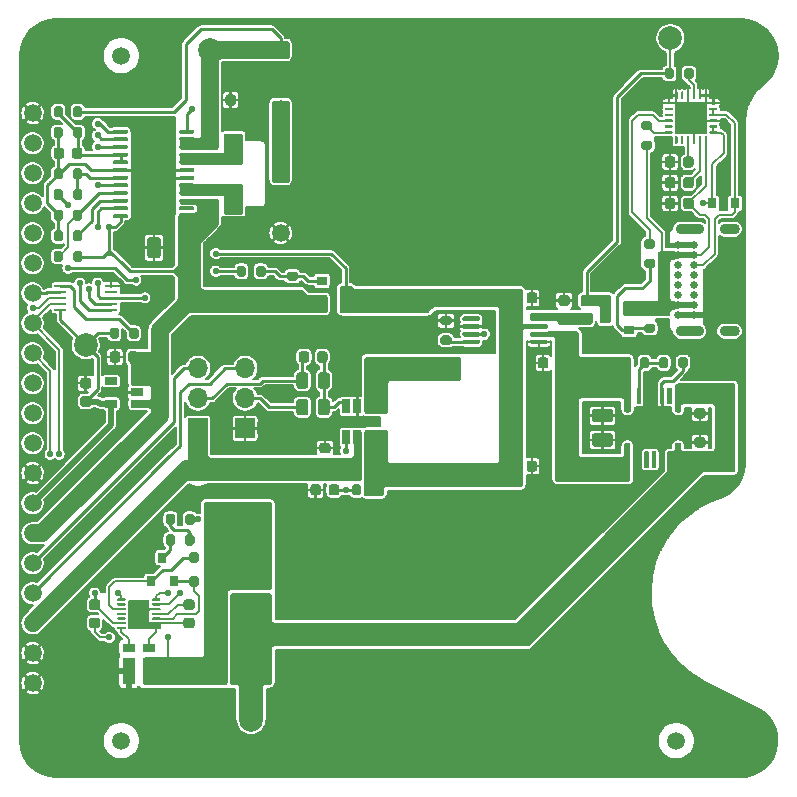
<source format=gbr>
G04 #@! TF.GenerationSoftware,KiCad,Pcbnew,(5.1.8)-1*
G04 #@! TF.CreationDate,2020-12-13T00:02:07-08:00*
G04 #@! TF.ProjectId,IRIS-power,49524953-2d70-46f7-9765-722e6b696361,rev?*
G04 #@! TF.SameCoordinates,Original*
G04 #@! TF.FileFunction,Copper,L1,Top*
G04 #@! TF.FilePolarity,Positive*
%FSLAX46Y46*%
G04 Gerber Fmt 4.6, Leading zero omitted, Abs format (unit mm)*
G04 Created by KiCad (PCBNEW (5.1.8)-1) date 2020-12-13 00:02:07*
%MOMM*%
%LPD*%
G01*
G04 APERTURE LIST*
G04 #@! TA.AperFunction,EtchedComponent*
%ADD10C,0.100000*%
G04 #@! TD*
G04 #@! TA.AperFunction,SMDPad,CuDef*
%ADD11R,1.780000X2.350000*%
G04 #@! TD*
G04 #@! TA.AperFunction,ComponentPad*
%ADD12C,1.500000*%
G04 #@! TD*
G04 #@! TA.AperFunction,ComponentPad*
%ADD13C,0.800000*%
G04 #@! TD*
G04 #@! TA.AperFunction,ComponentPad*
%ADD14C,6.200000*%
G04 #@! TD*
G04 #@! TA.AperFunction,ComponentPad*
%ADD15O,1.700000X0.900000*%
G04 #@! TD*
G04 #@! TA.AperFunction,ComponentPad*
%ADD16O,2.400000X0.900000*%
G04 #@! TD*
G04 #@! TA.AperFunction,ComponentPad*
%ADD17C,0.675000*%
G04 #@! TD*
G04 #@! TA.AperFunction,ComponentPad*
%ADD18C,2.000000*%
G04 #@! TD*
G04 #@! TA.AperFunction,ComponentPad*
%ADD19O,2.540000X6.502400*%
G04 #@! TD*
G04 #@! TA.AperFunction,SMDPad,CuDef*
%ADD20R,2.700000X2.700000*%
G04 #@! TD*
G04 #@! TA.AperFunction,SMDPad,CuDef*
%ADD21C,0.100000*%
G04 #@! TD*
G04 #@! TA.AperFunction,SMDPad,CuDef*
%ADD22R,1.000000X0.800000*%
G04 #@! TD*
G04 #@! TA.AperFunction,SMDPad,CuDef*
%ADD23R,1.000000X2.300000*%
G04 #@! TD*
G04 #@! TA.AperFunction,SMDPad,CuDef*
%ADD24R,3.500000X2.000000*%
G04 #@! TD*
G04 #@! TA.AperFunction,SMDPad,CuDef*
%ADD25C,0.250000*%
G04 #@! TD*
G04 #@! TA.AperFunction,SMDPad,CuDef*
%ADD26R,1.100000X0.250000*%
G04 #@! TD*
G04 #@! TA.AperFunction,ComponentPad*
%ADD27R,1.700000X1.700000*%
G04 #@! TD*
G04 #@! TA.AperFunction,ComponentPad*
%ADD28O,1.700000X1.700000*%
G04 #@! TD*
G04 #@! TA.AperFunction,SMDPad,CuDef*
%ADD29R,1.600000X2.300000*%
G04 #@! TD*
G04 #@! TA.AperFunction,SMDPad,CuDef*
%ADD30R,0.800000X0.900000*%
G04 #@! TD*
G04 #@! TA.AperFunction,SMDPad,CuDef*
%ADD31R,1.060000X0.650000*%
G04 #@! TD*
G04 #@! TA.AperFunction,SMDPad,CuDef*
%ADD32R,0.900000X0.800000*%
G04 #@! TD*
G04 #@! TA.AperFunction,SMDPad,CuDef*
%ADD33R,0.650000X1.220000*%
G04 #@! TD*
G04 #@! TA.AperFunction,SMDPad,CuDef*
%ADD34R,2.740000X3.250000*%
G04 #@! TD*
G04 #@! TA.AperFunction,SMDPad,CuDef*
%ADD35C,1.500000*%
G04 #@! TD*
G04 #@! TA.AperFunction,ViaPad*
%ADD36C,0.558800*%
G04 #@! TD*
G04 #@! TA.AperFunction,Conductor*
%ADD37C,0.200000*%
G04 #@! TD*
G04 #@! TA.AperFunction,Conductor*
%ADD38C,0.250000*%
G04 #@! TD*
G04 #@! TA.AperFunction,Conductor*
%ADD39C,0.500000*%
G04 #@! TD*
G04 #@! TA.AperFunction,Conductor*
%ADD40C,0.400000*%
G04 #@! TD*
G04 #@! TA.AperFunction,Conductor*
%ADD41C,1.500000*%
G04 #@! TD*
G04 #@! TA.AperFunction,Conductor*
%ADD42C,0.170000*%
G04 #@! TD*
G04 #@! TA.AperFunction,Conductor*
%ADD43C,0.254000*%
G04 #@! TD*
G04 #@! TA.AperFunction,Conductor*
%ADD44C,0.100000*%
G04 #@! TD*
G04 #@! TA.AperFunction,Conductor*
%ADD45C,0.154000*%
G04 #@! TD*
G04 APERTURE END LIST*
D10*
G36*
X54655000Y590000D02*
G01*
X54655000Y1290000D01*
X54905000Y1290000D01*
X54905000Y590000D01*
X54655000Y590000D01*
G37*
G36*
X6750000Y19450000D02*
G01*
X7750000Y19450000D01*
X7750000Y19200000D01*
X6750000Y19200000D01*
X6750000Y19450000D01*
G37*
D11*
X10500000Y-18250000D03*
G04 #@! TA.AperFunction,SMDPad,CuDef*
G36*
G01*
X11625000Y-17110000D02*
X11625000Y-16990000D01*
G75*
G02*
X11665000Y-16950000I40000J0D01*
G01*
X12285000Y-16950000D01*
G75*
G02*
X12325000Y-16990000I0J-40000D01*
G01*
X12325000Y-17110000D01*
G75*
G02*
X12285000Y-17150000I-40000J0D01*
G01*
X11665000Y-17150000D01*
G75*
G02*
X11625000Y-17110000I0J40000D01*
G01*
G37*
G04 #@! TD.AperFunction*
G04 #@! TA.AperFunction,SMDPad,CuDef*
G36*
G01*
X11625000Y-17510000D02*
X11625000Y-17390000D01*
G75*
G02*
X11665000Y-17350000I40000J0D01*
G01*
X12285000Y-17350000D01*
G75*
G02*
X12325000Y-17390000I0J-40000D01*
G01*
X12325000Y-17510000D01*
G75*
G02*
X12285000Y-17550000I-40000J0D01*
G01*
X11665000Y-17550000D01*
G75*
G02*
X11625000Y-17510000I0J40000D01*
G01*
G37*
G04 #@! TD.AperFunction*
G04 #@! TA.AperFunction,SMDPad,CuDef*
G36*
G01*
X11625000Y-17910000D02*
X11625000Y-17790000D01*
G75*
G02*
X11665000Y-17750000I40000J0D01*
G01*
X12285000Y-17750000D01*
G75*
G02*
X12325000Y-17790000I0J-40000D01*
G01*
X12325000Y-17910000D01*
G75*
G02*
X12285000Y-17950000I-40000J0D01*
G01*
X11665000Y-17950000D01*
G75*
G02*
X11625000Y-17910000I0J40000D01*
G01*
G37*
G04 #@! TD.AperFunction*
G04 #@! TA.AperFunction,SMDPad,CuDef*
G36*
G01*
X11625000Y-18310000D02*
X11625000Y-18190000D01*
G75*
G02*
X11665000Y-18150000I40000J0D01*
G01*
X12285000Y-18150000D01*
G75*
G02*
X12325000Y-18190000I0J-40000D01*
G01*
X12325000Y-18310000D01*
G75*
G02*
X12285000Y-18350000I-40000J0D01*
G01*
X11665000Y-18350000D01*
G75*
G02*
X11625000Y-18310000I0J40000D01*
G01*
G37*
G04 #@! TD.AperFunction*
G04 #@! TA.AperFunction,SMDPad,CuDef*
G36*
G01*
X11625000Y-18710000D02*
X11625000Y-18590000D01*
G75*
G02*
X11665000Y-18550000I40000J0D01*
G01*
X12285000Y-18550000D01*
G75*
G02*
X12325000Y-18590000I0J-40000D01*
G01*
X12325000Y-18710000D01*
G75*
G02*
X12285000Y-18750000I-40000J0D01*
G01*
X11665000Y-18750000D01*
G75*
G02*
X11625000Y-18710000I0J40000D01*
G01*
G37*
G04 #@! TD.AperFunction*
G04 #@! TA.AperFunction,SMDPad,CuDef*
G36*
G01*
X11625000Y-19110000D02*
X11625000Y-18990000D01*
G75*
G02*
X11665000Y-18950000I40000J0D01*
G01*
X12285000Y-18950000D01*
G75*
G02*
X12325000Y-18990000I0J-40000D01*
G01*
X12325000Y-19110000D01*
G75*
G02*
X12285000Y-19150000I-40000J0D01*
G01*
X11665000Y-19150000D01*
G75*
G02*
X11625000Y-19110000I0J40000D01*
G01*
G37*
G04 #@! TD.AperFunction*
G04 #@! TA.AperFunction,SMDPad,CuDef*
G36*
G01*
X11625000Y-19510000D02*
X11625000Y-19390000D01*
G75*
G02*
X11665000Y-19350000I40000J0D01*
G01*
X12285000Y-19350000D01*
G75*
G02*
X12325000Y-19390000I0J-40000D01*
G01*
X12325000Y-19510000D01*
G75*
G02*
X12285000Y-19550000I-40000J0D01*
G01*
X11665000Y-19550000D01*
G75*
G02*
X11625000Y-19510000I0J40000D01*
G01*
G37*
G04 #@! TD.AperFunction*
G04 #@! TA.AperFunction,SMDPad,CuDef*
G36*
G01*
X8675000Y-19510000D02*
X8675000Y-19390000D01*
G75*
G02*
X8715000Y-19350000I40000J0D01*
G01*
X9335000Y-19350000D01*
G75*
G02*
X9375000Y-19390000I0J-40000D01*
G01*
X9375000Y-19510000D01*
G75*
G02*
X9335000Y-19550000I-40000J0D01*
G01*
X8715000Y-19550000D01*
G75*
G02*
X8675000Y-19510000I0J40000D01*
G01*
G37*
G04 #@! TD.AperFunction*
G04 #@! TA.AperFunction,SMDPad,CuDef*
G36*
G01*
X8675000Y-19110000D02*
X8675000Y-18990000D01*
G75*
G02*
X8715000Y-18950000I40000J0D01*
G01*
X9335000Y-18950000D01*
G75*
G02*
X9375000Y-18990000I0J-40000D01*
G01*
X9375000Y-19110000D01*
G75*
G02*
X9335000Y-19150000I-40000J0D01*
G01*
X8715000Y-19150000D01*
G75*
G02*
X8675000Y-19110000I0J40000D01*
G01*
G37*
G04 #@! TD.AperFunction*
G04 #@! TA.AperFunction,SMDPad,CuDef*
G36*
G01*
X8675000Y-18710000D02*
X8675000Y-18590000D01*
G75*
G02*
X8715000Y-18550000I40000J0D01*
G01*
X9335000Y-18550000D01*
G75*
G02*
X9375000Y-18590000I0J-40000D01*
G01*
X9375000Y-18710000D01*
G75*
G02*
X9335000Y-18750000I-40000J0D01*
G01*
X8715000Y-18750000D01*
G75*
G02*
X8675000Y-18710000I0J40000D01*
G01*
G37*
G04 #@! TD.AperFunction*
G04 #@! TA.AperFunction,SMDPad,CuDef*
G36*
G01*
X8675000Y-18310000D02*
X8675000Y-18190000D01*
G75*
G02*
X8715000Y-18150000I40000J0D01*
G01*
X9335000Y-18150000D01*
G75*
G02*
X9375000Y-18190000I0J-40000D01*
G01*
X9375000Y-18310000D01*
G75*
G02*
X9335000Y-18350000I-40000J0D01*
G01*
X8715000Y-18350000D01*
G75*
G02*
X8675000Y-18310000I0J40000D01*
G01*
G37*
G04 #@! TD.AperFunction*
G04 #@! TA.AperFunction,SMDPad,CuDef*
G36*
G01*
X8675000Y-17910000D02*
X8675000Y-17790000D01*
G75*
G02*
X8715000Y-17750000I40000J0D01*
G01*
X9335000Y-17750000D01*
G75*
G02*
X9375000Y-17790000I0J-40000D01*
G01*
X9375000Y-17910000D01*
G75*
G02*
X9335000Y-17950000I-40000J0D01*
G01*
X8715000Y-17950000D01*
G75*
G02*
X8675000Y-17910000I0J40000D01*
G01*
G37*
G04 #@! TD.AperFunction*
G04 #@! TA.AperFunction,SMDPad,CuDef*
G36*
G01*
X8675000Y-17510000D02*
X8675000Y-17390000D01*
G75*
G02*
X8715000Y-17350000I40000J0D01*
G01*
X9335000Y-17350000D01*
G75*
G02*
X9375000Y-17390000I0J-40000D01*
G01*
X9375000Y-17510000D01*
G75*
G02*
X9335000Y-17550000I-40000J0D01*
G01*
X8715000Y-17550000D01*
G75*
G02*
X8675000Y-17510000I0J40000D01*
G01*
G37*
G04 #@! TD.AperFunction*
G04 #@! TA.AperFunction,SMDPad,CuDef*
G36*
G01*
X8675000Y-17110000D02*
X8675000Y-16990000D01*
G75*
G02*
X8715000Y-16950000I40000J0D01*
G01*
X9335000Y-16950000D01*
G75*
G02*
X9375000Y-16990000I0J-40000D01*
G01*
X9375000Y-17110000D01*
G75*
G02*
X9335000Y-17150000I-40000J0D01*
G01*
X8715000Y-17150000D01*
G75*
G02*
X8675000Y-17110000I0J40000D01*
G01*
G37*
G04 #@! TD.AperFunction*
D12*
X1500000Y13970000D03*
X1500000Y6350000D03*
X1500000Y16510000D03*
X1500000Y3810000D03*
X1500000Y-1270000D03*
X1500000Y-6350000D03*
X1500000Y-11430000D03*
X1500000Y1270000D03*
X1500000Y21590000D03*
X1500000Y-19050000D03*
X1500000Y-24130000D03*
X1500000Y-16510000D03*
X1500000Y-13970000D03*
X1500000Y19050000D03*
X1500000Y11430000D03*
X1500000Y-21590000D03*
X1500000Y8890000D03*
X1500000Y-8890000D03*
X1500000Y-3810000D03*
X1500000Y24130000D03*
D13*
X5900000Y29000000D03*
D14*
X3500000Y29000000D03*
D13*
X3500000Y26600000D03*
X1802944Y30697056D03*
X1802944Y27302944D03*
X1100000Y29000000D03*
X3500000Y31400000D03*
X5197056Y27302944D03*
X5197056Y30697056D03*
X63900000Y29000000D03*
D14*
X61500000Y29000000D03*
D13*
X61500000Y26600000D03*
X59802944Y30697056D03*
X59802944Y27302944D03*
X59100000Y29000000D03*
X61500000Y31400000D03*
X63197056Y27302944D03*
X63197056Y30697056D03*
X63900000Y-29000000D03*
D14*
X61500000Y-29000000D03*
D13*
X61500000Y-31400000D03*
X59802944Y-27302944D03*
X59802944Y-30697056D03*
X59100000Y-29000000D03*
X61500000Y-26600000D03*
X63197056Y-30697056D03*
X63197056Y-27302944D03*
X5900000Y-29000000D03*
X1802944Y-30697056D03*
D14*
X3500000Y-29000000D03*
D13*
X3500000Y-26600000D03*
X5197056Y-27302944D03*
X1100000Y-29000000D03*
X1802944Y-27302944D03*
X5197056Y-30697056D03*
X3500000Y-31400000D03*
D15*
X60510000Y14325000D03*
X60510000Y5675000D03*
D16*
X57130000Y14325000D03*
X57130000Y5675000D03*
D17*
X57500000Y10425000D03*
X57500000Y12975000D03*
X57500000Y12125000D03*
X57500000Y11275000D03*
X57500000Y7025000D03*
X57500000Y8725000D03*
X57500000Y9575000D03*
X57500000Y7875000D03*
X56150000Y12975000D03*
X56150000Y12125000D03*
X56150000Y11275000D03*
X56150000Y10425000D03*
X56150000Y9575000D03*
X56150000Y8725000D03*
X56150000Y7875000D03*
X56150000Y7025000D03*
D18*
X38230000Y-9100000D03*
X38230000Y-23900000D03*
D19*
X20000000Y-12563000D03*
X20000000Y-20437000D03*
G04 #@! TA.AperFunction,SMDPad,CuDef*
G36*
G01*
X59475000Y22550006D02*
X59475000Y22449994D01*
G75*
G02*
X59415006Y22390000I-59994J0D01*
G01*
X58863994Y22390000D01*
G75*
G02*
X58804000Y22449994I0J59994D01*
G01*
X58804000Y22550006D01*
G75*
G02*
X58863994Y22610000I59994J0D01*
G01*
X59415006Y22610000D01*
G75*
G02*
X59475000Y22550006I0J-59994D01*
G01*
G37*
G04 #@! TD.AperFunction*
G04 #@! TA.AperFunction,SMDPad,CuDef*
G36*
G01*
X59475000Y23050006D02*
X59475000Y22949994D01*
G75*
G02*
X59415006Y22890000I-59994J0D01*
G01*
X58863994Y22890000D01*
G75*
G02*
X58804000Y22949994I0J59994D01*
G01*
X58804000Y23050006D01*
G75*
G02*
X58863994Y23110000I59994J0D01*
G01*
X59415006Y23110000D01*
G75*
G02*
X59475000Y23050006I0J-59994D01*
G01*
G37*
G04 #@! TD.AperFunction*
G04 #@! TA.AperFunction,SMDPad,CuDef*
G36*
G01*
X59475000Y23549940D02*
X59475000Y23450060D01*
G75*
G02*
X59414940Y23390000I-60060J0D01*
G01*
X58864060Y23390000D01*
G75*
G02*
X58804000Y23450060I0J60060D01*
G01*
X58804000Y23549940D01*
G75*
G02*
X58864060Y23610000I60060J0D01*
G01*
X59414940Y23610000D01*
G75*
G02*
X59475000Y23549940I0J-60060D01*
G01*
G37*
G04 #@! TD.AperFunction*
G04 #@! TA.AperFunction,SMDPad,CuDef*
G36*
G01*
X59475000Y24050006D02*
X59475000Y23949994D01*
G75*
G02*
X59415006Y23890000I-59994J0D01*
G01*
X58863994Y23890000D01*
G75*
G02*
X58804000Y23949994I0J59994D01*
G01*
X58804000Y24050006D01*
G75*
G02*
X58863994Y24110000I59994J0D01*
G01*
X59415006Y24110000D01*
G75*
G02*
X59475000Y24050006I0J-59994D01*
G01*
G37*
G04 #@! TD.AperFunction*
G04 #@! TA.AperFunction,SMDPad,CuDef*
G36*
G01*
X59475000Y24550006D02*
X59475000Y24449994D01*
G75*
G02*
X59415006Y24390000I-59994J0D01*
G01*
X58863994Y24390000D01*
G75*
G02*
X58804000Y24449994I0J59994D01*
G01*
X58804000Y24550006D01*
G75*
G02*
X58863994Y24610000I59994J0D01*
G01*
X59415006Y24610000D01*
G75*
G02*
X59475000Y24550006I0J-59994D01*
G01*
G37*
G04 #@! TD.AperFunction*
G04 #@! TA.AperFunction,SMDPad,CuDef*
G36*
G01*
X59475000Y25050006D02*
X59475000Y24949994D01*
G75*
G02*
X59415006Y24890000I-59994J0D01*
G01*
X58863994Y24890000D01*
G75*
G02*
X58804000Y24949994I0J59994D01*
G01*
X58804000Y25050006D01*
G75*
G02*
X58863994Y25110000I59994J0D01*
G01*
X59415006Y25110000D01*
G75*
G02*
X59475000Y25050006I0J-59994D01*
G01*
G37*
G04 #@! TD.AperFunction*
G04 #@! TA.AperFunction,SMDPad,CuDef*
G36*
G01*
X58549940Y25304000D02*
X58450060Y25304000D01*
G75*
G02*
X58390000Y25364060I0J60060D01*
G01*
X58390000Y25914940D01*
G75*
G02*
X58450060Y25975000I60060J0D01*
G01*
X58549940Y25975000D01*
G75*
G02*
X58610000Y25914940I0J-60060D01*
G01*
X58610000Y25364060D01*
G75*
G02*
X58549940Y25304000I-60060J0D01*
G01*
G37*
G04 #@! TD.AperFunction*
G04 #@! TA.AperFunction,SMDPad,CuDef*
G36*
G01*
X58049940Y25304000D02*
X57950060Y25304000D01*
G75*
G02*
X57890000Y25364060I0J60060D01*
G01*
X57890000Y25914940D01*
G75*
G02*
X57950060Y25975000I60060J0D01*
G01*
X58049940Y25975000D01*
G75*
G02*
X58110000Y25914940I0J-60060D01*
G01*
X58110000Y25364060D01*
G75*
G02*
X58049940Y25304000I-60060J0D01*
G01*
G37*
G04 #@! TD.AperFunction*
G04 #@! TA.AperFunction,SMDPad,CuDef*
G36*
G01*
X57550006Y25304000D02*
X57449994Y25304000D01*
G75*
G02*
X57390000Y25363994I0J59994D01*
G01*
X57390000Y25915006D01*
G75*
G02*
X57449994Y25975000I59994J0D01*
G01*
X57550006Y25975000D01*
G75*
G02*
X57610000Y25915006I0J-59994D01*
G01*
X57610000Y25363994D01*
G75*
G02*
X57550006Y25304000I-59994J0D01*
G01*
G37*
G04 #@! TD.AperFunction*
G04 #@! TA.AperFunction,SMDPad,CuDef*
G36*
G01*
X57049940Y25304000D02*
X56950060Y25304000D01*
G75*
G02*
X56890000Y25364060I0J60060D01*
G01*
X56890000Y25914940D01*
G75*
G02*
X56950060Y25975000I60060J0D01*
G01*
X57049940Y25975000D01*
G75*
G02*
X57110000Y25914940I0J-60060D01*
G01*
X57110000Y25364060D01*
G75*
G02*
X57049940Y25304000I-60060J0D01*
G01*
G37*
G04 #@! TD.AperFunction*
G04 #@! TA.AperFunction,SMDPad,CuDef*
G36*
G01*
X56550006Y25304000D02*
X56449994Y25304000D01*
G75*
G02*
X56390000Y25363994I0J59994D01*
G01*
X56390000Y25915006D01*
G75*
G02*
X56449994Y25975000I59994J0D01*
G01*
X56550006Y25975000D01*
G75*
G02*
X56610000Y25915006I0J-59994D01*
G01*
X56610000Y25363994D01*
G75*
G02*
X56550006Y25304000I-59994J0D01*
G01*
G37*
G04 #@! TD.AperFunction*
G04 #@! TA.AperFunction,SMDPad,CuDef*
G36*
G01*
X56049940Y25304000D02*
X55950060Y25304000D01*
G75*
G02*
X55890000Y25364060I0J60060D01*
G01*
X55890000Y25914940D01*
G75*
G02*
X55950060Y25975000I60060J0D01*
G01*
X56049940Y25975000D01*
G75*
G02*
X56110000Y25914940I0J-60060D01*
G01*
X56110000Y25364060D01*
G75*
G02*
X56049940Y25304000I-60060J0D01*
G01*
G37*
G04 #@! TD.AperFunction*
G04 #@! TA.AperFunction,SMDPad,CuDef*
G36*
G01*
X55696000Y25049940D02*
X55696000Y24950060D01*
G75*
G02*
X55635940Y24890000I-60060J0D01*
G01*
X55085060Y24890000D01*
G75*
G02*
X55025000Y24950060I0J60060D01*
G01*
X55025000Y25049940D01*
G75*
G02*
X55085060Y25110000I60060J0D01*
G01*
X55635940Y25110000D01*
G75*
G02*
X55696000Y25049940I0J-60060D01*
G01*
G37*
G04 #@! TD.AperFunction*
G04 #@! TA.AperFunction,SMDPad,CuDef*
G36*
G01*
X55696000Y24550006D02*
X55696000Y24449994D01*
G75*
G02*
X55636006Y24390000I-59994J0D01*
G01*
X55084994Y24390000D01*
G75*
G02*
X55025000Y24449994I0J59994D01*
G01*
X55025000Y24550006D01*
G75*
G02*
X55084994Y24610000I59994J0D01*
G01*
X55636006Y24610000D01*
G75*
G02*
X55696000Y24550006I0J-59994D01*
G01*
G37*
G04 #@! TD.AperFunction*
G04 #@! TA.AperFunction,SMDPad,CuDef*
G36*
G01*
X55696000Y24050006D02*
X55696000Y23949994D01*
G75*
G02*
X55636006Y23890000I-59994J0D01*
G01*
X55084994Y23890000D01*
G75*
G02*
X55025000Y23949994I0J59994D01*
G01*
X55025000Y24050006D01*
G75*
G02*
X55084994Y24110000I59994J0D01*
G01*
X55636006Y24110000D01*
G75*
G02*
X55696000Y24050006I0J-59994D01*
G01*
G37*
G04 #@! TD.AperFunction*
G04 #@! TA.AperFunction,SMDPad,CuDef*
G36*
G01*
X55696000Y23550006D02*
X55696000Y23449994D01*
G75*
G02*
X55636006Y23390000I-59994J0D01*
G01*
X55084994Y23390000D01*
G75*
G02*
X55025000Y23449994I0J59994D01*
G01*
X55025000Y23550006D01*
G75*
G02*
X55084994Y23610000I59994J0D01*
G01*
X55636006Y23610000D01*
G75*
G02*
X55696000Y23550006I0J-59994D01*
G01*
G37*
G04 #@! TD.AperFunction*
G04 #@! TA.AperFunction,SMDPad,CuDef*
G36*
G01*
X55696000Y23050006D02*
X55696000Y22949994D01*
G75*
G02*
X55636006Y22890000I-59994J0D01*
G01*
X55084994Y22890000D01*
G75*
G02*
X55025000Y22949994I0J59994D01*
G01*
X55025000Y23050006D01*
G75*
G02*
X55084994Y23110000I59994J0D01*
G01*
X55636006Y23110000D01*
G75*
G02*
X55696000Y23050006I0J-59994D01*
G01*
G37*
G04 #@! TD.AperFunction*
G04 #@! TA.AperFunction,SMDPad,CuDef*
G36*
G01*
X55696000Y22550006D02*
X55696000Y22449994D01*
G75*
G02*
X55636006Y22390000I-59994J0D01*
G01*
X55084994Y22390000D01*
G75*
G02*
X55025000Y22449994I0J59994D01*
G01*
X55025000Y22550006D01*
G75*
G02*
X55084994Y22610000I59994J0D01*
G01*
X55636006Y22610000D01*
G75*
G02*
X55696000Y22550006I0J-59994D01*
G01*
G37*
G04 #@! TD.AperFunction*
G04 #@! TA.AperFunction,SMDPad,CuDef*
G36*
G01*
X56050006Y21525000D02*
X55949994Y21525000D01*
G75*
G02*
X55890000Y21584994I0J59994D01*
G01*
X55890000Y22136006D01*
G75*
G02*
X55949994Y22196000I59994J0D01*
G01*
X56050006Y22196000D01*
G75*
G02*
X56110000Y22136006I0J-59994D01*
G01*
X56110000Y21584994D01*
G75*
G02*
X56050006Y21525000I-59994J0D01*
G01*
G37*
G04 #@! TD.AperFunction*
G04 #@! TA.AperFunction,SMDPad,CuDef*
G36*
G01*
X56550006Y21525000D02*
X56449994Y21525000D01*
G75*
G02*
X56390000Y21584994I0J59994D01*
G01*
X56390000Y22136006D01*
G75*
G02*
X56449994Y22196000I59994J0D01*
G01*
X56550006Y22196000D01*
G75*
G02*
X56610000Y22136006I0J-59994D01*
G01*
X56610000Y21584994D01*
G75*
G02*
X56550006Y21525000I-59994J0D01*
G01*
G37*
G04 #@! TD.AperFunction*
G04 #@! TA.AperFunction,SMDPad,CuDef*
G36*
G01*
X57050006Y21525000D02*
X56949994Y21525000D01*
G75*
G02*
X56890000Y21584994I0J59994D01*
G01*
X56890000Y22136006D01*
G75*
G02*
X56949994Y22196000I59994J0D01*
G01*
X57050006Y22196000D01*
G75*
G02*
X57110000Y22136006I0J-59994D01*
G01*
X57110000Y21584994D01*
G75*
G02*
X57050006Y21525000I-59994J0D01*
G01*
G37*
G04 #@! TD.AperFunction*
G04 #@! TA.AperFunction,SMDPad,CuDef*
G36*
G01*
X57550006Y21525000D02*
X57449994Y21525000D01*
G75*
G02*
X57390000Y21584994I0J59994D01*
G01*
X57390000Y22136006D01*
G75*
G02*
X57449994Y22196000I59994J0D01*
G01*
X57550006Y22196000D01*
G75*
G02*
X57610000Y22136006I0J-59994D01*
G01*
X57610000Y21584994D01*
G75*
G02*
X57550006Y21525000I-59994J0D01*
G01*
G37*
G04 #@! TD.AperFunction*
G04 #@! TA.AperFunction,SMDPad,CuDef*
G36*
G01*
X58050006Y21525000D02*
X57949994Y21525000D01*
G75*
G02*
X57890000Y21584994I0J59994D01*
G01*
X57890000Y22136006D01*
G75*
G02*
X57949994Y22196000I59994J0D01*
G01*
X58050006Y22196000D01*
G75*
G02*
X58110000Y22136006I0J-59994D01*
G01*
X58110000Y21584994D01*
G75*
G02*
X58050006Y21525000I-59994J0D01*
G01*
G37*
G04 #@! TD.AperFunction*
G04 #@! TA.AperFunction,SMDPad,CuDef*
G36*
G01*
X58550006Y21525000D02*
X58449994Y21525000D01*
G75*
G02*
X58390000Y21584994I0J59994D01*
G01*
X58390000Y22136006D01*
G75*
G02*
X58449994Y22196000I59994J0D01*
G01*
X58550006Y22196000D01*
G75*
G02*
X58610000Y22136006I0J-59994D01*
G01*
X58610000Y21584994D01*
G75*
G02*
X58550006Y21525000I-59994J0D01*
G01*
G37*
G04 #@! TD.AperFunction*
D20*
X57250000Y23750000D03*
G04 #@! TA.AperFunction,SMDPad,CuDef*
D21*
G36*
X52750000Y-1750000D02*
G01*
X52750000Y-1250000D01*
X55250000Y-1250000D01*
X55250000Y-1750000D01*
X56300000Y-1750000D01*
X56300000Y-3250000D01*
X55250000Y-3250000D01*
X55250000Y-3750000D01*
X52750000Y-3750000D01*
X52750000Y-3250000D01*
X51700000Y-3250000D01*
X51700000Y-1750000D01*
X52750000Y-1750000D01*
G37*
G04 #@! TD.AperFunction*
G04 #@! TA.AperFunction,SMDPad,CuDef*
G36*
G01*
X55570000Y-500000D02*
X55290000Y-500000D01*
G75*
G02*
X55255000Y-465000I0J35000D01*
G01*
X55255000Y865000D01*
G75*
G02*
X55290000Y900000I35000J0D01*
G01*
X55570000Y900000D01*
G75*
G02*
X55605000Y865000I0J-35000D01*
G01*
X55605000Y-465000D01*
G75*
G02*
X55570000Y-500000I-35000J0D01*
G01*
G37*
G04 #@! TD.AperFunction*
G04 #@! TA.AperFunction,SMDPad,CuDef*
G36*
G01*
X54920000Y-500000D02*
X54640000Y-500000D01*
G75*
G02*
X54605000Y-465000I0J35000D01*
G01*
X54605000Y865000D01*
G75*
G02*
X54640000Y900000I35000J0D01*
G01*
X54920000Y900000D01*
G75*
G02*
X54955000Y865000I0J-35000D01*
G01*
X54955000Y-465000D01*
G75*
G02*
X54920000Y-500000I-35000J0D01*
G01*
G37*
G04 #@! TD.AperFunction*
G04 #@! TA.AperFunction,SMDPad,CuDef*
G36*
G01*
X54270000Y-500000D02*
X53990000Y-500000D01*
G75*
G02*
X53955000Y-465000I0J35000D01*
G01*
X53955000Y865000D01*
G75*
G02*
X53990000Y900000I35000J0D01*
G01*
X54270000Y900000D01*
G75*
G02*
X54305000Y865000I0J-35000D01*
G01*
X54305000Y-465000D01*
G75*
G02*
X54270000Y-500000I-35000J0D01*
G01*
G37*
G04 #@! TD.AperFunction*
G04 #@! TA.AperFunction,SMDPad,CuDef*
G36*
G01*
X53620000Y-500000D02*
X53340000Y-500000D01*
G75*
G02*
X53305000Y-465000I0J35000D01*
G01*
X53305000Y865000D01*
G75*
G02*
X53340000Y900000I35000J0D01*
G01*
X53620000Y900000D01*
G75*
G02*
X53655000Y865000I0J-35000D01*
G01*
X53655000Y-465000D01*
G75*
G02*
X53620000Y-500000I-35000J0D01*
G01*
G37*
G04 #@! TD.AperFunction*
G04 #@! TA.AperFunction,SMDPad,CuDef*
G36*
G01*
X52970000Y-500000D02*
X52690000Y-500000D01*
G75*
G02*
X52655000Y-465000I0J35000D01*
G01*
X52655000Y865000D01*
G75*
G02*
X52690000Y900000I35000J0D01*
G01*
X52970000Y900000D01*
G75*
G02*
X53005000Y865000I0J-35000D01*
G01*
X53005000Y-465000D01*
G75*
G02*
X52970000Y-500000I-35000J0D01*
G01*
G37*
G04 #@! TD.AperFunction*
G04 #@! TA.AperFunction,SMDPad,CuDef*
G36*
G01*
X52970000Y-5900000D02*
X52690000Y-5900000D01*
G75*
G02*
X52655000Y-5865000I0J35000D01*
G01*
X52655000Y-4535000D01*
G75*
G02*
X52690000Y-4500000I35000J0D01*
G01*
X52970000Y-4500000D01*
G75*
G02*
X53005000Y-4535000I0J-35000D01*
G01*
X53005000Y-5865000D01*
G75*
G02*
X52970000Y-5900000I-35000J0D01*
G01*
G37*
G04 #@! TD.AperFunction*
G04 #@! TA.AperFunction,SMDPad,CuDef*
G36*
G01*
X53620000Y-5900000D02*
X53340000Y-5900000D01*
G75*
G02*
X53305000Y-5865000I0J35000D01*
G01*
X53305000Y-4535000D01*
G75*
G02*
X53340000Y-4500000I35000J0D01*
G01*
X53620000Y-4500000D01*
G75*
G02*
X53655000Y-4535000I0J-35000D01*
G01*
X53655000Y-5865000D01*
G75*
G02*
X53620000Y-5900000I-35000J0D01*
G01*
G37*
G04 #@! TD.AperFunction*
G04 #@! TA.AperFunction,SMDPad,CuDef*
G36*
G01*
X54270000Y-5900000D02*
X53990000Y-5900000D01*
G75*
G02*
X53955000Y-5865000I0J35000D01*
G01*
X53955000Y-4535000D01*
G75*
G02*
X53990000Y-4500000I35000J0D01*
G01*
X54270000Y-4500000D01*
G75*
G02*
X54305000Y-4535000I0J-35000D01*
G01*
X54305000Y-5865000D01*
G75*
G02*
X54270000Y-5900000I-35000J0D01*
G01*
G37*
G04 #@! TD.AperFunction*
G04 #@! TA.AperFunction,SMDPad,CuDef*
G36*
G01*
X54920000Y-5900000D02*
X54640000Y-5900000D01*
G75*
G02*
X54605000Y-5865000I0J35000D01*
G01*
X54605000Y-4535000D01*
G75*
G02*
X54640000Y-4500000I35000J0D01*
G01*
X54920000Y-4500000D01*
G75*
G02*
X54955000Y-4535000I0J-35000D01*
G01*
X54955000Y-5865000D01*
G75*
G02*
X54920000Y-5900000I-35000J0D01*
G01*
G37*
G04 #@! TD.AperFunction*
G04 #@! TA.AperFunction,SMDPad,CuDef*
G36*
G01*
X55570000Y-5900000D02*
X55290000Y-5900000D01*
G75*
G02*
X55255000Y-5865000I0J35000D01*
G01*
X55255000Y-4535000D01*
G75*
G02*
X55290000Y-4500000I35000J0D01*
G01*
X55570000Y-4500000D01*
G75*
G02*
X55605000Y-4535000I0J-35000D01*
G01*
X55605000Y-5865000D01*
G75*
G02*
X55570000Y-5900000I-35000J0D01*
G01*
G37*
G04 #@! TD.AperFunction*
G04 #@! TA.AperFunction,SMDPad,CuDef*
G36*
G01*
X52055000Y-1200000D02*
X51655000Y-1200000D01*
G75*
G02*
X51605000Y-1150000I0J50000D01*
G01*
X51605000Y850000D01*
G75*
G02*
X51655000Y900000I50000J0D01*
G01*
X52055000Y900000D01*
G75*
G02*
X52105000Y850000I0J-50000D01*
G01*
X52105000Y-1150000D01*
G75*
G02*
X52055000Y-1200000I-50000J0D01*
G01*
G37*
G04 #@! TD.AperFunction*
G04 #@! TA.AperFunction,SMDPad,CuDef*
G36*
G01*
X56355000Y-1200000D02*
X55955000Y-1200000D01*
G75*
G02*
X55905000Y-1150000I0J50000D01*
G01*
X55905000Y850000D01*
G75*
G02*
X55955000Y900000I50000J0D01*
G01*
X56355000Y900000D01*
G75*
G02*
X56405000Y850000I0J-50000D01*
G01*
X56405000Y-1150000D01*
G75*
G02*
X56355000Y-1200000I-50000J0D01*
G01*
G37*
G04 #@! TD.AperFunction*
G04 #@! TA.AperFunction,SMDPad,CuDef*
G36*
G01*
X52055000Y-5900000D02*
X51655000Y-5900000D01*
G75*
G02*
X51605000Y-5850000I0J50000D01*
G01*
X51605000Y-3850000D01*
G75*
G02*
X51655000Y-3800000I50000J0D01*
G01*
X52055000Y-3800000D01*
G75*
G02*
X52105000Y-3850000I0J-50000D01*
G01*
X52105000Y-5850000D01*
G75*
G02*
X52055000Y-5900000I-50000J0D01*
G01*
G37*
G04 #@! TD.AperFunction*
G04 #@! TA.AperFunction,SMDPad,CuDef*
G36*
G01*
X56355000Y-5900000D02*
X55955000Y-5900000D01*
G75*
G02*
X55905000Y-5850000I0J50000D01*
G01*
X55905000Y-3850000D01*
G75*
G02*
X55955000Y-3800000I50000J0D01*
G01*
X56355000Y-3800000D01*
G75*
G02*
X56405000Y-3850000I0J-50000D01*
G01*
X56405000Y-5850000D01*
G75*
G02*
X56355000Y-5900000I-50000J0D01*
G01*
G37*
G04 #@! TD.AperFunction*
D22*
X9650000Y-21150000D03*
X11350000Y-21150000D03*
D23*
X9650000Y-23100000D03*
X11350000Y-23100000D03*
G04 #@! TA.AperFunction,SMDPad,CuDef*
G36*
G01*
X13575000Y-9975000D02*
X13575000Y-10525000D01*
G75*
G02*
X13375000Y-10725000I-200000J0D01*
G01*
X12975000Y-10725000D01*
G75*
G02*
X12775000Y-10525000I0J200000D01*
G01*
X12775000Y-9975000D01*
G75*
G02*
X12975000Y-9775000I200000J0D01*
G01*
X13375000Y-9775000D01*
G75*
G02*
X13575000Y-9975000I0J-200000D01*
G01*
G37*
G04 #@! TD.AperFunction*
G04 #@! TA.AperFunction,SMDPad,CuDef*
G36*
G01*
X15225000Y-9975000D02*
X15225000Y-10525000D01*
G75*
G02*
X15025000Y-10725000I-200000J0D01*
G01*
X14625000Y-10725000D01*
G75*
G02*
X14425000Y-10525000I0J200000D01*
G01*
X14425000Y-9975000D01*
G75*
G02*
X14625000Y-9775000I200000J0D01*
G01*
X15025000Y-9775000D01*
G75*
G02*
X15225000Y-9975000I0J-200000D01*
G01*
G37*
G04 #@! TD.AperFunction*
G04 #@! TA.AperFunction,SMDPad,CuDef*
G36*
G01*
X13575000Y-11725000D02*
X13575000Y-12275000D01*
G75*
G02*
X13375000Y-12475000I-200000J0D01*
G01*
X12975000Y-12475000D01*
G75*
G02*
X12775000Y-12275000I0J200000D01*
G01*
X12775000Y-11725000D01*
G75*
G02*
X12975000Y-11525000I200000J0D01*
G01*
X13375000Y-11525000D01*
G75*
G02*
X13575000Y-11725000I0J-200000D01*
G01*
G37*
G04 #@! TD.AperFunction*
G04 #@! TA.AperFunction,SMDPad,CuDef*
G36*
G01*
X15225000Y-11725000D02*
X15225000Y-12275000D01*
G75*
G02*
X15025000Y-12475000I-200000J0D01*
G01*
X14625000Y-12475000D01*
G75*
G02*
X14425000Y-12275000I0J200000D01*
G01*
X14425000Y-11725000D01*
G75*
G02*
X14625000Y-11525000I200000J0D01*
G01*
X15025000Y-11525000D01*
G75*
G02*
X15225000Y-11725000I0J-200000D01*
G01*
G37*
G04 #@! TD.AperFunction*
G04 #@! TA.AperFunction,SMDPad,CuDef*
G36*
G01*
X16425000Y-15775000D02*
X16425000Y-15225000D01*
G75*
G02*
X16625000Y-15025000I200000J0D01*
G01*
X17025000Y-15025000D01*
G75*
G02*
X17225000Y-15225000I0J-200000D01*
G01*
X17225000Y-15775000D01*
G75*
G02*
X17025000Y-15975000I-200000J0D01*
G01*
X16625000Y-15975000D01*
G75*
G02*
X16425000Y-15775000I0J200000D01*
G01*
G37*
G04 #@! TD.AperFunction*
G04 #@! TA.AperFunction,SMDPad,CuDef*
G36*
G01*
X14775000Y-15775000D02*
X14775000Y-15225000D01*
G75*
G02*
X14975000Y-15025000I200000J0D01*
G01*
X15375000Y-15025000D01*
G75*
G02*
X15575000Y-15225000I0J-200000D01*
G01*
X15575000Y-15775000D01*
G75*
G02*
X15375000Y-15975000I-200000J0D01*
G01*
X14975000Y-15975000D01*
G75*
G02*
X14775000Y-15775000I0J200000D01*
G01*
G37*
G04 #@! TD.AperFunction*
G04 #@! TA.AperFunction,SMDPad,CuDef*
G36*
G01*
X16425000Y-13775000D02*
X16425000Y-13225000D01*
G75*
G02*
X16625000Y-13025000I200000J0D01*
G01*
X17025000Y-13025000D01*
G75*
G02*
X17225000Y-13225000I0J-200000D01*
G01*
X17225000Y-13775000D01*
G75*
G02*
X17025000Y-13975000I-200000J0D01*
G01*
X16625000Y-13975000D01*
G75*
G02*
X16425000Y-13775000I0J200000D01*
G01*
G37*
G04 #@! TD.AperFunction*
G04 #@! TA.AperFunction,SMDPad,CuDef*
G36*
G01*
X14775000Y-13775000D02*
X14775000Y-13225000D01*
G75*
G02*
X14975000Y-13025000I200000J0D01*
G01*
X15375000Y-13025000D01*
G75*
G02*
X15575000Y-13225000I0J-200000D01*
G01*
X15575000Y-13775000D01*
G75*
G02*
X15375000Y-13975000I-200000J0D01*
G01*
X14975000Y-13975000D01*
G75*
G02*
X14775000Y-13775000I0J200000D01*
G01*
G37*
G04 #@! TD.AperFunction*
G04 #@! TA.AperFunction,SMDPad,CuDef*
G36*
G01*
X52925000Y2725000D02*
X52925000Y3275000D01*
G75*
G02*
X53125000Y3475000I200000J0D01*
G01*
X53525000Y3475000D01*
G75*
G02*
X53725000Y3275000I0J-200000D01*
G01*
X53725000Y2725000D01*
G75*
G02*
X53525000Y2525000I-200000J0D01*
G01*
X53125000Y2525000D01*
G75*
G02*
X52925000Y2725000I0J200000D01*
G01*
G37*
G04 #@! TD.AperFunction*
G04 #@! TA.AperFunction,SMDPad,CuDef*
G36*
G01*
X51275000Y2725000D02*
X51275000Y3275000D01*
G75*
G02*
X51475000Y3475000I200000J0D01*
G01*
X51875000Y3475000D01*
G75*
G02*
X52075000Y3275000I0J-200000D01*
G01*
X52075000Y2725000D01*
G75*
G02*
X51875000Y2525000I-200000J0D01*
G01*
X51475000Y2525000D01*
G75*
G02*
X51275000Y2725000I0J200000D01*
G01*
G37*
G04 #@! TD.AperFunction*
G04 #@! TA.AperFunction,SMDPad,CuDef*
G36*
G01*
X56175000Y2725000D02*
X56175000Y3275000D01*
G75*
G02*
X56375000Y3475000I200000J0D01*
G01*
X56775000Y3475000D01*
G75*
G02*
X56975000Y3275000I0J-200000D01*
G01*
X56975000Y2725000D01*
G75*
G02*
X56775000Y2525000I-200000J0D01*
G01*
X56375000Y2525000D01*
G75*
G02*
X56175000Y2725000I0J200000D01*
G01*
G37*
G04 #@! TD.AperFunction*
G04 #@! TA.AperFunction,SMDPad,CuDef*
G36*
G01*
X54525000Y2725000D02*
X54525000Y3275000D01*
G75*
G02*
X54725000Y3475000I200000J0D01*
G01*
X55125000Y3475000D01*
G75*
G02*
X55325000Y3275000I0J-200000D01*
G01*
X55325000Y2725000D01*
G75*
G02*
X55125000Y2525000I-200000J0D01*
G01*
X54725000Y2525000D01*
G75*
G02*
X54525000Y2725000I0J200000D01*
G01*
G37*
G04 #@! TD.AperFunction*
G04 #@! TA.AperFunction,SMDPad,CuDef*
G36*
G01*
X4925000Y16975000D02*
X4925000Y17525000D01*
G75*
G02*
X5125000Y17725000I200000J0D01*
G01*
X5525000Y17725000D01*
G75*
G02*
X5725000Y17525000I0J-200000D01*
G01*
X5725000Y16975000D01*
G75*
G02*
X5525000Y16775000I-200000J0D01*
G01*
X5125000Y16775000D01*
G75*
G02*
X4925000Y16975000I0J200000D01*
G01*
G37*
G04 #@! TD.AperFunction*
G04 #@! TA.AperFunction,SMDPad,CuDef*
G36*
G01*
X3275000Y16975000D02*
X3275000Y17525000D01*
G75*
G02*
X3475000Y17725000I200000J0D01*
G01*
X3875000Y17725000D01*
G75*
G02*
X4075000Y17525000I0J-200000D01*
G01*
X4075000Y16975000D01*
G75*
G02*
X3875000Y16775000I-200000J0D01*
G01*
X3475000Y16775000D01*
G75*
G02*
X3275000Y16975000I0J200000D01*
G01*
G37*
G04 #@! TD.AperFunction*
G04 #@! TA.AperFunction,SMDPad,CuDef*
G36*
G01*
X4075000Y19275000D02*
X4075000Y18725000D01*
G75*
G02*
X3875000Y18525000I-200000J0D01*
G01*
X3475000Y18525000D01*
G75*
G02*
X3275000Y18725000I0J200000D01*
G01*
X3275000Y19275000D01*
G75*
G02*
X3475000Y19475000I200000J0D01*
G01*
X3875000Y19475000D01*
G75*
G02*
X4075000Y19275000I0J-200000D01*
G01*
G37*
G04 #@! TD.AperFunction*
G04 #@! TA.AperFunction,SMDPad,CuDef*
G36*
G01*
X5725000Y19275000D02*
X5725000Y18725000D01*
G75*
G02*
X5525000Y18525000I-200000J0D01*
G01*
X5125000Y18525000D01*
G75*
G02*
X4925000Y18725000I0J200000D01*
G01*
X4925000Y19275000D01*
G75*
G02*
X5125000Y19475000I200000J0D01*
G01*
X5525000Y19475000D01*
G75*
G02*
X5725000Y19275000I0J-200000D01*
G01*
G37*
G04 #@! TD.AperFunction*
G04 #@! TA.AperFunction,SMDPad,CuDef*
G36*
G01*
X23775000Y9925000D02*
X23225000Y9925000D01*
G75*
G02*
X23025000Y10125000I0J200000D01*
G01*
X23025000Y10525000D01*
G75*
G02*
X23225000Y10725000I200000J0D01*
G01*
X23775000Y10725000D01*
G75*
G02*
X23975000Y10525000I0J-200000D01*
G01*
X23975000Y10125000D01*
G75*
G02*
X23775000Y9925000I-200000J0D01*
G01*
G37*
G04 #@! TD.AperFunction*
G04 #@! TA.AperFunction,SMDPad,CuDef*
G36*
G01*
X23775000Y8275000D02*
X23225000Y8275000D01*
G75*
G02*
X23025000Y8475000I0J200000D01*
G01*
X23025000Y8875000D01*
G75*
G02*
X23225000Y9075000I200000J0D01*
G01*
X23775000Y9075000D01*
G75*
G02*
X23975000Y8875000I0J-200000D01*
G01*
X23975000Y8475000D01*
G75*
G02*
X23775000Y8275000I-200000J0D01*
G01*
G37*
G04 #@! TD.AperFunction*
G04 #@! TA.AperFunction,SMDPad,CuDef*
G36*
G01*
X4925000Y23975000D02*
X4925000Y24525000D01*
G75*
G02*
X5125000Y24725000I200000J0D01*
G01*
X5525000Y24725000D01*
G75*
G02*
X5725000Y24525000I0J-200000D01*
G01*
X5725000Y23975000D01*
G75*
G02*
X5525000Y23775000I-200000J0D01*
G01*
X5125000Y23775000D01*
G75*
G02*
X4925000Y23975000I0J200000D01*
G01*
G37*
G04 #@! TD.AperFunction*
G04 #@! TA.AperFunction,SMDPad,CuDef*
G36*
G01*
X3275000Y23975000D02*
X3275000Y24525000D01*
G75*
G02*
X3475000Y24725000I200000J0D01*
G01*
X3875000Y24725000D01*
G75*
G02*
X4075000Y24525000I0J-200000D01*
G01*
X4075000Y23975000D01*
G75*
G02*
X3875000Y23775000I-200000J0D01*
G01*
X3475000Y23775000D01*
G75*
G02*
X3275000Y23975000I0J200000D01*
G01*
G37*
G04 #@! TD.AperFunction*
G04 #@! TA.AperFunction,SMDPad,CuDef*
G36*
G01*
X4925000Y22225000D02*
X4925000Y22775000D01*
G75*
G02*
X5125000Y22975000I200000J0D01*
G01*
X5525000Y22975000D01*
G75*
G02*
X5725000Y22775000I0J-200000D01*
G01*
X5725000Y22225000D01*
G75*
G02*
X5525000Y22025000I-200000J0D01*
G01*
X5125000Y22025000D01*
G75*
G02*
X4925000Y22225000I0J200000D01*
G01*
G37*
G04 #@! TD.AperFunction*
G04 #@! TA.AperFunction,SMDPad,CuDef*
G36*
G01*
X3275000Y22225000D02*
X3275000Y22775000D01*
G75*
G02*
X3475000Y22975000I200000J0D01*
G01*
X3875000Y22975000D01*
G75*
G02*
X4075000Y22775000I0J-200000D01*
G01*
X4075000Y22225000D01*
G75*
G02*
X3875000Y22025000I-200000J0D01*
G01*
X3475000Y22025000D01*
G75*
G02*
X3275000Y22225000I0J200000D01*
G01*
G37*
G04 #@! TD.AperFunction*
G04 #@! TA.AperFunction,SMDPad,CuDef*
G36*
G01*
X4925000Y13475000D02*
X4925000Y14025000D01*
G75*
G02*
X5125000Y14225000I200000J0D01*
G01*
X5525000Y14225000D01*
G75*
G02*
X5725000Y14025000I0J-200000D01*
G01*
X5725000Y13475000D01*
G75*
G02*
X5525000Y13275000I-200000J0D01*
G01*
X5125000Y13275000D01*
G75*
G02*
X4925000Y13475000I0J200000D01*
G01*
G37*
G04 #@! TD.AperFunction*
G04 #@! TA.AperFunction,SMDPad,CuDef*
G36*
G01*
X3275000Y13475000D02*
X3275000Y14025000D01*
G75*
G02*
X3475000Y14225000I200000J0D01*
G01*
X3875000Y14225000D01*
G75*
G02*
X4075000Y14025000I0J-200000D01*
G01*
X4075000Y13475000D01*
G75*
G02*
X3875000Y13275000I-200000J0D01*
G01*
X3475000Y13275000D01*
G75*
G02*
X3275000Y13475000I0J200000D01*
G01*
G37*
G04 #@! TD.AperFunction*
G04 #@! TA.AperFunction,SMDPad,CuDef*
G36*
G01*
X4075000Y12275000D02*
X4075000Y11725000D01*
G75*
G02*
X3875000Y11525000I-200000J0D01*
G01*
X3475000Y11525000D01*
G75*
G02*
X3275000Y11725000I0J200000D01*
G01*
X3275000Y12275000D01*
G75*
G02*
X3475000Y12475000I200000J0D01*
G01*
X3875000Y12475000D01*
G75*
G02*
X4075000Y12275000I0J-200000D01*
G01*
G37*
G04 #@! TD.AperFunction*
G04 #@! TA.AperFunction,SMDPad,CuDef*
G36*
G01*
X5725000Y12275000D02*
X5725000Y11725000D01*
G75*
G02*
X5525000Y11525000I-200000J0D01*
G01*
X5125000Y11525000D01*
G75*
G02*
X4925000Y11725000I0J200000D01*
G01*
X4925000Y12275000D01*
G75*
G02*
X5125000Y12475000I200000J0D01*
G01*
X5525000Y12475000D01*
G75*
G02*
X5725000Y12275000I0J-200000D01*
G01*
G37*
G04 #@! TD.AperFunction*
G04 #@! TA.AperFunction,SMDPad,CuDef*
G36*
G01*
X4075000Y15775000D02*
X4075000Y15225000D01*
G75*
G02*
X3875000Y15025000I-200000J0D01*
G01*
X3475000Y15025000D01*
G75*
G02*
X3275000Y15225000I0J200000D01*
G01*
X3275000Y15775000D01*
G75*
G02*
X3475000Y15975000I200000J0D01*
G01*
X3875000Y15975000D01*
G75*
G02*
X4075000Y15775000I0J-200000D01*
G01*
G37*
G04 #@! TD.AperFunction*
G04 #@! TA.AperFunction,SMDPad,CuDef*
G36*
G01*
X5725000Y15775000D02*
X5725000Y15225000D01*
G75*
G02*
X5525000Y15025000I-200000J0D01*
G01*
X5125000Y15025000D01*
G75*
G02*
X4925000Y15225000I0J200000D01*
G01*
X4925000Y15775000D01*
G75*
G02*
X5125000Y15975000I200000J0D01*
G01*
X5525000Y15975000D01*
G75*
G02*
X5725000Y15775000I0J-200000D01*
G01*
G37*
G04 #@! TD.AperFunction*
G04 #@! TA.AperFunction,SMDPad,CuDef*
G36*
G01*
X9675000Y5225000D02*
X9675000Y5775000D01*
G75*
G02*
X9875000Y5975000I200000J0D01*
G01*
X10275000Y5975000D01*
G75*
G02*
X10475000Y5775000I0J-200000D01*
G01*
X10475000Y5225000D01*
G75*
G02*
X10275000Y5025000I-200000J0D01*
G01*
X9875000Y5025000D01*
G75*
G02*
X9675000Y5225000I0J200000D01*
G01*
G37*
G04 #@! TD.AperFunction*
G04 #@! TA.AperFunction,SMDPad,CuDef*
G36*
G01*
X8025000Y5225000D02*
X8025000Y5775000D01*
G75*
G02*
X8225000Y5975000I200000J0D01*
G01*
X8625000Y5975000D01*
G75*
G02*
X8825000Y5775000I0J-200000D01*
G01*
X8825000Y5225000D01*
G75*
G02*
X8625000Y5025000I-200000J0D01*
G01*
X8225000Y5025000D01*
G75*
G02*
X8025000Y5225000I0J200000D01*
G01*
G37*
G04 #@! TD.AperFunction*
G04 #@! TA.AperFunction,SMDPad,CuDef*
G36*
G01*
X53775000Y21025000D02*
X53225000Y21025000D01*
G75*
G02*
X53025000Y21225000I0J200000D01*
G01*
X53025000Y21625000D01*
G75*
G02*
X53225000Y21825000I200000J0D01*
G01*
X53775000Y21825000D01*
G75*
G02*
X53975000Y21625000I0J-200000D01*
G01*
X53975000Y21225000D01*
G75*
G02*
X53775000Y21025000I-200000J0D01*
G01*
G37*
G04 #@! TD.AperFunction*
G04 #@! TA.AperFunction,SMDPad,CuDef*
G36*
G01*
X53775000Y22675000D02*
X53225000Y22675000D01*
G75*
G02*
X53025000Y22875000I0J200000D01*
G01*
X53025000Y23275000D01*
G75*
G02*
X53225000Y23475000I200000J0D01*
G01*
X53775000Y23475000D01*
G75*
G02*
X53975000Y23275000I0J-200000D01*
G01*
X53975000Y22875000D01*
G75*
G02*
X53775000Y22675000I-200000J0D01*
G01*
G37*
G04 #@! TD.AperFunction*
G04 #@! TA.AperFunction,SMDPad,CuDef*
G36*
G01*
X53475000Y6325000D02*
X54025000Y6325000D01*
G75*
G02*
X54225000Y6125000I0J-200000D01*
G01*
X54225000Y5725000D01*
G75*
G02*
X54025000Y5525000I-200000J0D01*
G01*
X53475000Y5525000D01*
G75*
G02*
X53275000Y5725000I0J200000D01*
G01*
X53275000Y6125000D01*
G75*
G02*
X53475000Y6325000I200000J0D01*
G01*
G37*
G04 #@! TD.AperFunction*
G04 #@! TA.AperFunction,SMDPad,CuDef*
G36*
G01*
X53475000Y7975000D02*
X54025000Y7975000D01*
G75*
G02*
X54225000Y7775000I0J-200000D01*
G01*
X54225000Y7375000D01*
G75*
G02*
X54025000Y7175000I-200000J0D01*
G01*
X53475000Y7175000D01*
G75*
G02*
X53275000Y7375000I0J200000D01*
G01*
X53275000Y7775000D01*
G75*
G02*
X53475000Y7975000I200000J0D01*
G01*
G37*
G04 #@! TD.AperFunction*
G04 #@! TA.AperFunction,SMDPad,CuDef*
G36*
G01*
X54025000Y12675000D02*
X53475000Y12675000D01*
G75*
G02*
X53275000Y12875000I0J200000D01*
G01*
X53275000Y13275000D01*
G75*
G02*
X53475000Y13475000I200000J0D01*
G01*
X54025000Y13475000D01*
G75*
G02*
X54225000Y13275000I0J-200000D01*
G01*
X54225000Y12875000D01*
G75*
G02*
X54025000Y12675000I-200000J0D01*
G01*
G37*
G04 #@! TD.AperFunction*
G04 #@! TA.AperFunction,SMDPad,CuDef*
G36*
G01*
X54025000Y11025000D02*
X53475000Y11025000D01*
G75*
G02*
X53275000Y11225000I0J200000D01*
G01*
X53275000Y11625000D01*
G75*
G02*
X53475000Y11825000I200000J0D01*
G01*
X54025000Y11825000D01*
G75*
G02*
X54225000Y11625000I0J-200000D01*
G01*
X54225000Y11225000D01*
G75*
G02*
X54025000Y11025000I-200000J0D01*
G01*
G37*
G04 #@! TD.AperFunction*
G04 #@! TA.AperFunction,SMDPad,CuDef*
G36*
G01*
X55025000Y27225000D02*
X55025000Y27775000D01*
G75*
G02*
X55225000Y27975000I200000J0D01*
G01*
X55625000Y27975000D01*
G75*
G02*
X55825000Y27775000I0J-200000D01*
G01*
X55825000Y27225000D01*
G75*
G02*
X55625000Y27025000I-200000J0D01*
G01*
X55225000Y27025000D01*
G75*
G02*
X55025000Y27225000I0J200000D01*
G01*
G37*
G04 #@! TD.AperFunction*
G04 #@! TA.AperFunction,SMDPad,CuDef*
G36*
G01*
X56675000Y27225000D02*
X56675000Y27775000D01*
G75*
G02*
X56875000Y27975000I200000J0D01*
G01*
X57275000Y27975000D01*
G75*
G02*
X57475000Y27775000I0J-200000D01*
G01*
X57475000Y27225000D01*
G75*
G02*
X57275000Y27025000I-200000J0D01*
G01*
X56875000Y27025000D01*
G75*
G02*
X56675000Y27225000I0J200000D01*
G01*
G37*
G04 #@! TD.AperFunction*
G04 #@! TA.AperFunction,SMDPad,CuDef*
G36*
G01*
X36775000Y6175000D02*
X36225000Y6175000D01*
G75*
G02*
X36025000Y6375000I0J200000D01*
G01*
X36025000Y6775000D01*
G75*
G02*
X36225000Y6975000I200000J0D01*
G01*
X36775000Y6975000D01*
G75*
G02*
X36975000Y6775000I0J-200000D01*
G01*
X36975000Y6375000D01*
G75*
G02*
X36775000Y6175000I-200000J0D01*
G01*
G37*
G04 #@! TD.AperFunction*
G04 #@! TA.AperFunction,SMDPad,CuDef*
G36*
G01*
X36775000Y4525000D02*
X36225000Y4525000D01*
G75*
G02*
X36025000Y4725000I0J200000D01*
G01*
X36025000Y5125000D01*
G75*
G02*
X36225000Y5325000I200000J0D01*
G01*
X36775000Y5325000D01*
G75*
G02*
X36975000Y5125000I0J-200000D01*
G01*
X36975000Y4725000D01*
G75*
G02*
X36775000Y4525000I-200000J0D01*
G01*
G37*
G04 #@! TD.AperFunction*
G04 #@! TA.AperFunction,SMDPad,CuDef*
G36*
G01*
X19575000Y11025000D02*
X19575000Y10475000D01*
G75*
G02*
X19375000Y10275000I-200000J0D01*
G01*
X18975000Y10275000D01*
G75*
G02*
X18775000Y10475000I0J200000D01*
G01*
X18775000Y11025000D01*
G75*
G02*
X18975000Y11225000I200000J0D01*
G01*
X19375000Y11225000D01*
G75*
G02*
X19575000Y11025000I0J-200000D01*
G01*
G37*
G04 #@! TD.AperFunction*
G04 #@! TA.AperFunction,SMDPad,CuDef*
G36*
G01*
X21225000Y11025000D02*
X21225000Y10475000D01*
G75*
G02*
X21025000Y10275000I-200000J0D01*
G01*
X20625000Y10275000D01*
G75*
G02*
X20425000Y10475000I0J200000D01*
G01*
X20425000Y11025000D01*
G75*
G02*
X20625000Y11225000I200000J0D01*
G01*
X21025000Y11225000D01*
G75*
G02*
X21225000Y11025000I0J-200000D01*
G01*
G37*
G04 #@! TD.AperFunction*
G04 #@! TA.AperFunction,SMDPad,CuDef*
G36*
G01*
X29325000Y-7475000D02*
X29325000Y-8025000D01*
G75*
G02*
X29125000Y-8225000I-200000J0D01*
G01*
X28725000Y-8225000D01*
G75*
G02*
X28525000Y-8025000I0J200000D01*
G01*
X28525000Y-7475000D01*
G75*
G02*
X28725000Y-7275000I200000J0D01*
G01*
X29125000Y-7275000D01*
G75*
G02*
X29325000Y-7475000I0J-200000D01*
G01*
G37*
G04 #@! TD.AperFunction*
G04 #@! TA.AperFunction,SMDPad,CuDef*
G36*
G01*
X30975000Y-7475000D02*
X30975000Y-8025000D01*
G75*
G02*
X30775000Y-8225000I-200000J0D01*
G01*
X30375000Y-8225000D01*
G75*
G02*
X30175000Y-8025000I0J200000D01*
G01*
X30175000Y-7475000D01*
G75*
G02*
X30375000Y-7275000I200000J0D01*
G01*
X30775000Y-7275000D01*
G75*
G02*
X30975000Y-7475000I0J-200000D01*
G01*
G37*
G04 #@! TD.AperFunction*
G04 #@! TA.AperFunction,SMDPad,CuDef*
G36*
G01*
X25650000Y1049998D02*
X25650000Y1950002D01*
G75*
G02*
X25899998Y2200000I249998J0D01*
G01*
X26425002Y2200000D01*
G75*
G02*
X26675000Y1950002I0J-249998D01*
G01*
X26675000Y1049998D01*
G75*
G02*
X26425002Y800000I-249998J0D01*
G01*
X25899998Y800000D01*
G75*
G02*
X25650000Y1049998I0J249998D01*
G01*
G37*
G04 #@! TD.AperFunction*
G04 #@! TA.AperFunction,SMDPad,CuDef*
G36*
G01*
X23825000Y1049998D02*
X23825000Y1950002D01*
G75*
G02*
X24074998Y2200000I249998J0D01*
G01*
X24600002Y2200000D01*
G75*
G02*
X24850000Y1950002I0J-249998D01*
G01*
X24850000Y1049998D01*
G75*
G02*
X24600002Y800000I-249998J0D01*
G01*
X24074998Y800000D01*
G75*
G02*
X23825000Y1049998I0J249998D01*
G01*
G37*
G04 #@! TD.AperFunction*
G04 #@! TA.AperFunction,SMDPad,CuDef*
G36*
G01*
X24850000Y-299998D02*
X24850000Y-1200002D01*
G75*
G02*
X24600002Y-1450000I-249998J0D01*
G01*
X24074998Y-1450000D01*
G75*
G02*
X23825000Y-1200002I0J249998D01*
G01*
X23825000Y-299998D01*
G75*
G02*
X24074998Y-50000I249998J0D01*
G01*
X24600002Y-50000D01*
G75*
G02*
X24850000Y-299998I0J-249998D01*
G01*
G37*
G04 #@! TD.AperFunction*
G04 #@! TA.AperFunction,SMDPad,CuDef*
G36*
G01*
X26675000Y-299998D02*
X26675000Y-1200002D01*
G75*
G02*
X26425002Y-1450000I-249998J0D01*
G01*
X25899998Y-1450000D01*
G75*
G02*
X25650000Y-1200002I0J249998D01*
G01*
X25650000Y-299998D01*
G75*
G02*
X25899998Y-50000I249998J0D01*
G01*
X26425002Y-50000D01*
G75*
G02*
X26675000Y-299998I0J-249998D01*
G01*
G37*
G04 #@! TD.AperFunction*
D12*
X22500000Y29500000D03*
X22500000Y24500000D03*
X22500000Y19000000D03*
X22500000Y14000000D03*
G04 #@! TA.AperFunction,SMDPad,CuDef*
G36*
G01*
X6500000Y-18575000D02*
X7000000Y-18575000D01*
G75*
G02*
X7225000Y-18800000I0J-225000D01*
G01*
X7225000Y-19250000D01*
G75*
G02*
X7000000Y-19475000I-225000J0D01*
G01*
X6500000Y-19475000D01*
G75*
G02*
X6275000Y-19250000I0J225000D01*
G01*
X6275000Y-18800000D01*
G75*
G02*
X6500000Y-18575000I225000J0D01*
G01*
G37*
G04 #@! TD.AperFunction*
G04 #@! TA.AperFunction,SMDPad,CuDef*
G36*
G01*
X6500000Y-17025000D02*
X7000000Y-17025000D01*
G75*
G02*
X7225000Y-17250000I0J-225000D01*
G01*
X7225000Y-17700000D01*
G75*
G02*
X7000000Y-17925000I-225000J0D01*
G01*
X6500000Y-17925000D01*
G75*
G02*
X6275000Y-17700000I0J225000D01*
G01*
X6275000Y-17250000D01*
G75*
G02*
X6500000Y-17025000I225000J0D01*
G01*
G37*
G04 #@! TD.AperFunction*
G04 #@! TA.AperFunction,SMDPad,CuDef*
G36*
G01*
X14500000Y-18575000D02*
X15000000Y-18575000D01*
G75*
G02*
X15225000Y-18800000I0J-225000D01*
G01*
X15225000Y-19250000D01*
G75*
G02*
X15000000Y-19475000I-225000J0D01*
G01*
X14500000Y-19475000D01*
G75*
G02*
X14275000Y-19250000I0J225000D01*
G01*
X14275000Y-18800000D01*
G75*
G02*
X14500000Y-18575000I225000J0D01*
G01*
G37*
G04 #@! TD.AperFunction*
G04 #@! TA.AperFunction,SMDPad,CuDef*
G36*
G01*
X14500000Y-17025000D02*
X15000000Y-17025000D01*
G75*
G02*
X15225000Y-17250000I0J-225000D01*
G01*
X15225000Y-17700000D01*
G75*
G02*
X15000000Y-17925000I-225000J0D01*
G01*
X14500000Y-17925000D01*
G75*
G02*
X14275000Y-17700000I0J225000D01*
G01*
X14275000Y-17250000D01*
G75*
G02*
X14500000Y-17025000I225000J0D01*
G01*
G37*
G04 #@! TD.AperFunction*
G04 #@! TA.AperFunction,SMDPad,CuDef*
G36*
G01*
X58250000Y-4175000D02*
X57750000Y-4175000D01*
G75*
G02*
X57525000Y-3950000I0J225000D01*
G01*
X57525000Y-3500000D01*
G75*
G02*
X57750000Y-3275000I225000J0D01*
G01*
X58250000Y-3275000D01*
G75*
G02*
X58475000Y-3500000I0J-225000D01*
G01*
X58475000Y-3950000D01*
G75*
G02*
X58250000Y-4175000I-225000J0D01*
G01*
G37*
G04 #@! TD.AperFunction*
G04 #@! TA.AperFunction,SMDPad,CuDef*
G36*
G01*
X58250000Y-5725000D02*
X57750000Y-5725000D01*
G75*
G02*
X57525000Y-5500000I0J225000D01*
G01*
X57525000Y-5050000D01*
G75*
G02*
X57750000Y-4825000I225000J0D01*
G01*
X58250000Y-4825000D01*
G75*
G02*
X58475000Y-5050000I0J-225000D01*
G01*
X58475000Y-5500000D01*
G75*
G02*
X58250000Y-5725000I-225000J0D01*
G01*
G37*
G04 #@! TD.AperFunction*
G04 #@! TA.AperFunction,SMDPad,CuDef*
G36*
G01*
X57750000Y-825000D02*
X58250000Y-825000D01*
G75*
G02*
X58475000Y-1050000I0J-225000D01*
G01*
X58475000Y-1500000D01*
G75*
G02*
X58250000Y-1725000I-225000J0D01*
G01*
X57750000Y-1725000D01*
G75*
G02*
X57525000Y-1500000I0J225000D01*
G01*
X57525000Y-1050000D01*
G75*
G02*
X57750000Y-825000I225000J0D01*
G01*
G37*
G04 #@! TD.AperFunction*
G04 #@! TA.AperFunction,SMDPad,CuDef*
G36*
G01*
X57750000Y725000D02*
X58250000Y725000D01*
G75*
G02*
X58475000Y500000I0J-225000D01*
G01*
X58475000Y50000D01*
G75*
G02*
X58250000Y-175000I-225000J0D01*
G01*
X57750000Y-175000D01*
G75*
G02*
X57525000Y50000I0J225000D01*
G01*
X57525000Y500000D01*
G75*
G02*
X57750000Y725000I225000J0D01*
G01*
G37*
G04 #@! TD.AperFunction*
G04 #@! TA.AperFunction,SMDPad,CuDef*
G36*
G01*
X17825000Y25000000D02*
X17825000Y25500000D01*
G75*
G02*
X18050000Y25725000I225000J0D01*
G01*
X18500000Y25725000D01*
G75*
G02*
X18725000Y25500000I0J-225000D01*
G01*
X18725000Y25000000D01*
G75*
G02*
X18500000Y24775000I-225000J0D01*
G01*
X18050000Y24775000D01*
G75*
G02*
X17825000Y25000000I0J225000D01*
G01*
G37*
G04 #@! TD.AperFunction*
G04 #@! TA.AperFunction,SMDPad,CuDef*
G36*
G01*
X16275000Y25000000D02*
X16275000Y25500000D01*
G75*
G02*
X16500000Y25725000I225000J0D01*
G01*
X16950000Y25725000D01*
G75*
G02*
X17175000Y25500000I0J-225000D01*
G01*
X17175000Y25000000D01*
G75*
G02*
X16950000Y24775000I-225000J0D01*
G01*
X16500000Y24775000D01*
G75*
G02*
X16275000Y25000000I0J225000D01*
G01*
G37*
G04 #@! TD.AperFunction*
G04 #@! TA.AperFunction,SMDPad,CuDef*
G36*
G01*
X4175000Y21000000D02*
X4175000Y20500000D01*
G75*
G02*
X3950000Y20275000I-225000J0D01*
G01*
X3500000Y20275000D01*
G75*
G02*
X3275000Y20500000I0J225000D01*
G01*
X3275000Y21000000D01*
G75*
G02*
X3500000Y21225000I225000J0D01*
G01*
X3950000Y21225000D01*
G75*
G02*
X4175000Y21000000I0J-225000D01*
G01*
G37*
G04 #@! TD.AperFunction*
G04 #@! TA.AperFunction,SMDPad,CuDef*
G36*
G01*
X5725000Y21000000D02*
X5725000Y20500000D01*
G75*
G02*
X5500000Y20275000I-225000J0D01*
G01*
X5050000Y20275000D01*
G75*
G02*
X4825000Y20500000I0J225000D01*
G01*
X4825000Y21000000D01*
G75*
G02*
X5050000Y21225000I225000J0D01*
G01*
X5500000Y21225000D01*
G75*
G02*
X5725000Y21000000I0J-225000D01*
G01*
G37*
G04 #@! TD.AperFunction*
G04 #@! TA.AperFunction,SMDPad,CuDef*
G36*
G01*
X8925000Y3750000D02*
X8925000Y3250000D01*
G75*
G02*
X8700000Y3025000I-225000J0D01*
G01*
X8250000Y3025000D01*
G75*
G02*
X8025000Y3250000I0J225000D01*
G01*
X8025000Y3750000D01*
G75*
G02*
X8250000Y3975000I225000J0D01*
G01*
X8700000Y3975000D01*
G75*
G02*
X8925000Y3750000I0J-225000D01*
G01*
G37*
G04 #@! TD.AperFunction*
G04 #@! TA.AperFunction,SMDPad,CuDef*
G36*
G01*
X10475000Y3750000D02*
X10475000Y3250000D01*
G75*
G02*
X10250000Y3025000I-225000J0D01*
G01*
X9800000Y3025000D01*
G75*
G02*
X9575000Y3250000I0J225000D01*
G01*
X9575000Y3750000D01*
G75*
G02*
X9800000Y3975000I225000J0D01*
G01*
X10250000Y3975000D01*
G75*
G02*
X10475000Y3750000I0J-225000D01*
G01*
G37*
G04 #@! TD.AperFunction*
G04 #@! TA.AperFunction,SMDPad,CuDef*
G36*
G01*
X6250000Y825000D02*
X5750000Y825000D01*
G75*
G02*
X5525000Y1050000I0J225000D01*
G01*
X5525000Y1500000D01*
G75*
G02*
X5750000Y1725000I225000J0D01*
G01*
X6250000Y1725000D01*
G75*
G02*
X6475000Y1500000I0J-225000D01*
G01*
X6475000Y1050000D01*
G75*
G02*
X6250000Y825000I-225000J0D01*
G01*
G37*
G04 #@! TD.AperFunction*
G04 #@! TA.AperFunction,SMDPad,CuDef*
G36*
G01*
X6250000Y-725000D02*
X5750000Y-725000D01*
G75*
G02*
X5525000Y-500000I0J225000D01*
G01*
X5525000Y-50000D01*
G75*
G02*
X5750000Y175000I225000J0D01*
G01*
X6250000Y175000D01*
G75*
G02*
X6475000Y-50000I0J-225000D01*
G01*
X6475000Y-500000D01*
G75*
G02*
X6250000Y-725000I-225000J0D01*
G01*
G37*
G04 #@! TD.AperFunction*
G04 #@! TA.AperFunction,SMDPad,CuDef*
G36*
G01*
X12350000Y13400001D02*
X12350000Y12099999D01*
G75*
G02*
X12100001Y11850000I-249999J0D01*
G01*
X11449999Y11850000D01*
G75*
G02*
X11200000Y12099999I0J249999D01*
G01*
X11200000Y13400001D01*
G75*
G02*
X11449999Y13650000I249999J0D01*
G01*
X12100001Y13650000D01*
G75*
G02*
X12350000Y13400001I0J-249999D01*
G01*
G37*
G04 #@! TD.AperFunction*
G04 #@! TA.AperFunction,SMDPad,CuDef*
G36*
G01*
X15300000Y13400001D02*
X15300000Y12099999D01*
G75*
G02*
X15050001Y11850000I-249999J0D01*
G01*
X14399999Y11850000D01*
G75*
G02*
X14150000Y12099999I0J249999D01*
G01*
X14150000Y13400001D01*
G75*
G02*
X14399999Y13650000I249999J0D01*
G01*
X15050001Y13650000D01*
G75*
G02*
X15300000Y13400001I0J-249999D01*
G01*
G37*
G04 #@! TD.AperFunction*
G04 #@! TA.AperFunction,SMDPad,CuDef*
G36*
G01*
X57475000Y20250000D02*
X57475000Y19750000D01*
G75*
G02*
X57250000Y19525000I-225000J0D01*
G01*
X56800000Y19525000D01*
G75*
G02*
X56575000Y19750000I0J225000D01*
G01*
X56575000Y20250000D01*
G75*
G02*
X56800000Y20475000I225000J0D01*
G01*
X57250000Y20475000D01*
G75*
G02*
X57475000Y20250000I0J-225000D01*
G01*
G37*
G04 #@! TD.AperFunction*
G04 #@! TA.AperFunction,SMDPad,CuDef*
G36*
G01*
X55925000Y20250000D02*
X55925000Y19750000D01*
G75*
G02*
X55700000Y19525000I-225000J0D01*
G01*
X55250000Y19525000D01*
G75*
G02*
X55025000Y19750000I0J225000D01*
G01*
X55025000Y20250000D01*
G75*
G02*
X55250000Y20475000I225000J0D01*
G01*
X55700000Y20475000D01*
G75*
G02*
X55925000Y20250000I0J-225000D01*
G01*
G37*
G04 #@! TD.AperFunction*
G04 #@! TA.AperFunction,SMDPad,CuDef*
G36*
G01*
X57475000Y18500000D02*
X57475000Y18000000D01*
G75*
G02*
X57250000Y17775000I-225000J0D01*
G01*
X56800000Y17775000D01*
G75*
G02*
X56575000Y18000000I0J225000D01*
G01*
X56575000Y18500000D01*
G75*
G02*
X56800000Y18725000I225000J0D01*
G01*
X57250000Y18725000D01*
G75*
G02*
X57475000Y18500000I0J-225000D01*
G01*
G37*
G04 #@! TD.AperFunction*
G04 #@! TA.AperFunction,SMDPad,CuDef*
G36*
G01*
X55925000Y18500000D02*
X55925000Y18000000D01*
G75*
G02*
X55700000Y17775000I-225000J0D01*
G01*
X55250000Y17775000D01*
G75*
G02*
X55025000Y18000000I0J225000D01*
G01*
X55025000Y18500000D01*
G75*
G02*
X55250000Y18725000I225000J0D01*
G01*
X55700000Y18725000D01*
G75*
G02*
X55925000Y18500000I0J-225000D01*
G01*
G37*
G04 #@! TD.AperFunction*
G04 #@! TA.AperFunction,SMDPad,CuDef*
G36*
G01*
X57475000Y16750000D02*
X57475000Y16250000D01*
G75*
G02*
X57250000Y16025000I-225000J0D01*
G01*
X56800000Y16025000D01*
G75*
G02*
X56575000Y16250000I0J225000D01*
G01*
X56575000Y16750000D01*
G75*
G02*
X56800000Y16975000I225000J0D01*
G01*
X57250000Y16975000D01*
G75*
G02*
X57475000Y16750000I0J-225000D01*
G01*
G37*
G04 #@! TD.AperFunction*
G04 #@! TA.AperFunction,SMDPad,CuDef*
G36*
G01*
X55925000Y16750000D02*
X55925000Y16250000D01*
G75*
G02*
X55700000Y16025000I-225000J0D01*
G01*
X55250000Y16025000D01*
G75*
G02*
X55025000Y16250000I0J225000D01*
G01*
X55025000Y16750000D01*
G75*
G02*
X55250000Y16975000I225000J0D01*
G01*
X55700000Y16975000D01*
G75*
G02*
X55925000Y16750000I0J-225000D01*
G01*
G37*
G04 #@! TD.AperFunction*
G04 #@! TA.AperFunction,SMDPad,CuDef*
G36*
G01*
X45175000Y3250000D02*
X45175000Y2750000D01*
G75*
G02*
X44950000Y2525000I-225000J0D01*
G01*
X44500000Y2525000D01*
G75*
G02*
X44275000Y2750000I0J225000D01*
G01*
X44275000Y3250000D01*
G75*
G02*
X44500000Y3475000I225000J0D01*
G01*
X44950000Y3475000D01*
G75*
G02*
X45175000Y3250000I0J-225000D01*
G01*
G37*
G04 #@! TD.AperFunction*
G04 #@! TA.AperFunction,SMDPad,CuDef*
G36*
G01*
X46725000Y3250000D02*
X46725000Y2750000D01*
G75*
G02*
X46500000Y2525000I-225000J0D01*
G01*
X46050000Y2525000D01*
G75*
G02*
X45825000Y2750000I0J225000D01*
G01*
X45825000Y3250000D01*
G75*
G02*
X46050000Y3475000I225000J0D01*
G01*
X46500000Y3475000D01*
G75*
G02*
X46725000Y3250000I0J-225000D01*
G01*
G37*
G04 #@! TD.AperFunction*
G04 #@! TA.AperFunction,SMDPad,CuDef*
G36*
G01*
X46750000Y7825000D02*
X46250000Y7825000D01*
G75*
G02*
X46025000Y8050000I0J225000D01*
G01*
X46025000Y8500000D01*
G75*
G02*
X46250000Y8725000I225000J0D01*
G01*
X46750000Y8725000D01*
G75*
G02*
X46975000Y8500000I0J-225000D01*
G01*
X46975000Y8050000D01*
G75*
G02*
X46750000Y7825000I-225000J0D01*
G01*
G37*
G04 #@! TD.AperFunction*
G04 #@! TA.AperFunction,SMDPad,CuDef*
G36*
G01*
X46750000Y6275000D02*
X46250000Y6275000D01*
G75*
G02*
X46025000Y6500000I0J225000D01*
G01*
X46025000Y6950000D01*
G75*
G02*
X46250000Y7175000I225000J0D01*
G01*
X46750000Y7175000D01*
G75*
G02*
X46975000Y6950000I0J-225000D01*
G01*
X46975000Y6500000D01*
G75*
G02*
X46750000Y6275000I-225000J0D01*
G01*
G37*
G04 #@! TD.AperFunction*
G04 #@! TA.AperFunction,SMDPad,CuDef*
G36*
G01*
X49099999Y-900000D02*
X50400001Y-900000D01*
G75*
G02*
X50650000Y-1149999I0J-249999D01*
G01*
X50650000Y-1800001D01*
G75*
G02*
X50400001Y-2050000I-249999J0D01*
G01*
X49099999Y-2050000D01*
G75*
G02*
X48850000Y-1800001I0J249999D01*
G01*
X48850000Y-1149999D01*
G75*
G02*
X49099999Y-900000I249999J0D01*
G01*
G37*
G04 #@! TD.AperFunction*
G04 #@! TA.AperFunction,SMDPad,CuDef*
G36*
G01*
X49099999Y2050000D02*
X50400001Y2050000D01*
G75*
G02*
X50650000Y1800001I0J-249999D01*
G01*
X50650000Y1149999D01*
G75*
G02*
X50400001Y900000I-249999J0D01*
G01*
X49099999Y900000D01*
G75*
G02*
X48850000Y1149999I0J249999D01*
G01*
X48850000Y1800001D01*
G75*
G02*
X49099999Y2050000I249999J0D01*
G01*
G37*
G04 #@! TD.AperFunction*
G04 #@! TA.AperFunction,SMDPad,CuDef*
G36*
G01*
X50400001Y-4100000D02*
X49099999Y-4100000D01*
G75*
G02*
X48850000Y-3850001I0J249999D01*
G01*
X48850000Y-3199999D01*
G75*
G02*
X49099999Y-2950000I249999J0D01*
G01*
X50400001Y-2950000D01*
G75*
G02*
X50650000Y-3199999I0J-249999D01*
G01*
X50650000Y-3850001D01*
G75*
G02*
X50400001Y-4100000I-249999J0D01*
G01*
G37*
G04 #@! TD.AperFunction*
G04 #@! TA.AperFunction,SMDPad,CuDef*
G36*
G01*
X50400001Y-7050000D02*
X49099999Y-7050000D01*
G75*
G02*
X48850000Y-6800001I0J249999D01*
G01*
X48850000Y-6149999D01*
G75*
G02*
X49099999Y-5900000I249999J0D01*
G01*
X50400001Y-5900000D01*
G75*
G02*
X50650000Y-6149999I0J-249999D01*
G01*
X50650000Y-6800001D01*
G75*
G02*
X50400001Y-7050000I-249999J0D01*
G01*
G37*
G04 #@! TD.AperFunction*
G04 #@! TA.AperFunction,SMDPad,CuDef*
G36*
G01*
X43325000Y8250000D02*
X43325000Y8750000D01*
G75*
G02*
X43550000Y8975000I225000J0D01*
G01*
X44000000Y8975000D01*
G75*
G02*
X44225000Y8750000I0J-225000D01*
G01*
X44225000Y8250000D01*
G75*
G02*
X44000000Y8025000I-225000J0D01*
G01*
X43550000Y8025000D01*
G75*
G02*
X43325000Y8250000I0J225000D01*
G01*
G37*
G04 #@! TD.AperFunction*
G04 #@! TA.AperFunction,SMDPad,CuDef*
G36*
G01*
X41775000Y8250000D02*
X41775000Y8750000D01*
G75*
G02*
X42000000Y8975000I225000J0D01*
G01*
X42450000Y8975000D01*
G75*
G02*
X42675000Y8750000I0J-225000D01*
G01*
X42675000Y8250000D01*
G75*
G02*
X42450000Y8025000I-225000J0D01*
G01*
X42000000Y8025000D01*
G75*
G02*
X41775000Y8250000I0J225000D01*
G01*
G37*
G04 #@! TD.AperFunction*
G04 #@! TA.AperFunction,SMDPad,CuDef*
G36*
G01*
X43325000Y-6000000D02*
X43325000Y-5500000D01*
G75*
G02*
X43550000Y-5275000I225000J0D01*
G01*
X44000000Y-5275000D01*
G75*
G02*
X44225000Y-5500000I0J-225000D01*
G01*
X44225000Y-6000000D01*
G75*
G02*
X44000000Y-6225000I-225000J0D01*
G01*
X43550000Y-6225000D01*
G75*
G02*
X43325000Y-6000000I0J225000D01*
G01*
G37*
G04 #@! TD.AperFunction*
G04 #@! TA.AperFunction,SMDPad,CuDef*
G36*
G01*
X41775000Y-6000000D02*
X41775000Y-5500000D01*
G75*
G02*
X42000000Y-5275000I225000J0D01*
G01*
X42450000Y-5275000D01*
G75*
G02*
X42675000Y-5500000I0J-225000D01*
G01*
X42675000Y-6000000D01*
G75*
G02*
X42450000Y-6225000I-225000J0D01*
G01*
X42000000Y-6225000D01*
G75*
G02*
X41775000Y-6000000I0J225000D01*
G01*
G37*
G04 #@! TD.AperFunction*
G04 #@! TA.AperFunction,SMDPad,CuDef*
G36*
G01*
X25925000Y-7500000D02*
X25925000Y-8000000D01*
G75*
G02*
X25700000Y-8225000I-225000J0D01*
G01*
X25250000Y-8225000D01*
G75*
G02*
X25025000Y-8000000I0J225000D01*
G01*
X25025000Y-7500000D01*
G75*
G02*
X25250000Y-7275000I225000J0D01*
G01*
X25700000Y-7275000D01*
G75*
G02*
X25925000Y-7500000I0J-225000D01*
G01*
G37*
G04 #@! TD.AperFunction*
G04 #@! TA.AperFunction,SMDPad,CuDef*
G36*
G01*
X27475000Y-7500000D02*
X27475000Y-8000000D01*
G75*
G02*
X27250000Y-8225000I-225000J0D01*
G01*
X26800000Y-8225000D01*
G75*
G02*
X26575000Y-8000000I0J225000D01*
G01*
X26575000Y-7500000D01*
G75*
G02*
X26800000Y-7275000I225000J0D01*
G01*
X27250000Y-7275000D01*
G75*
G02*
X27475000Y-7500000I0J-225000D01*
G01*
G37*
G04 #@! TD.AperFunction*
G04 #@! TA.AperFunction,SMDPad,CuDef*
G36*
G01*
X25575000Y3250000D02*
X25575000Y3750000D01*
G75*
G02*
X25800000Y3975000I225000J0D01*
G01*
X26250000Y3975000D01*
G75*
G02*
X26475000Y3750000I0J-225000D01*
G01*
X26475000Y3250000D01*
G75*
G02*
X26250000Y3025000I-225000J0D01*
G01*
X25800000Y3025000D01*
G75*
G02*
X25575000Y3250000I0J225000D01*
G01*
G37*
G04 #@! TD.AperFunction*
G04 #@! TA.AperFunction,SMDPad,CuDef*
G36*
G01*
X24025000Y3250000D02*
X24025000Y3750000D01*
G75*
G02*
X24250000Y3975000I225000J0D01*
G01*
X24700000Y3975000D01*
G75*
G02*
X24925000Y3750000I0J-225000D01*
G01*
X24925000Y3250000D01*
G75*
G02*
X24700000Y3025000I-225000J0D01*
G01*
X24250000Y3025000D01*
G75*
G02*
X24025000Y3250000I0J225000D01*
G01*
G37*
G04 #@! TD.AperFunction*
G04 #@! TA.AperFunction,SMDPad,CuDef*
G36*
G01*
X26500000Y-4675000D02*
X26000000Y-4675000D01*
G75*
G02*
X25775000Y-4450000I0J225000D01*
G01*
X25775000Y-4000000D01*
G75*
G02*
X26000000Y-3775000I225000J0D01*
G01*
X26500000Y-3775000D01*
G75*
G02*
X26725000Y-4000000I0J-225000D01*
G01*
X26725000Y-4450000D01*
G75*
G02*
X26500000Y-4675000I-225000J0D01*
G01*
G37*
G04 #@! TD.AperFunction*
G04 #@! TA.AperFunction,SMDPad,CuDef*
G36*
G01*
X26500000Y-6225000D02*
X26000000Y-6225000D01*
G75*
G02*
X25775000Y-6000000I0J225000D01*
G01*
X25775000Y-5550000D01*
G75*
G02*
X26000000Y-5325000I225000J0D01*
G01*
X26500000Y-5325000D01*
G75*
G02*
X26725000Y-5550000I0J-225000D01*
G01*
X26725000Y-6000000D01*
G75*
G02*
X26500000Y-6225000I-225000J0D01*
G01*
G37*
G04 #@! TD.AperFunction*
D24*
X36000000Y2500000D03*
X36000000Y-6500000D03*
D25*
X54780000Y1290000D03*
X54780000Y590000D03*
X7750000Y19325000D03*
X6750000Y19325000D03*
D26*
X8150000Y7500000D03*
X8150000Y8000000D03*
X8150000Y8500000D03*
X8150000Y9000000D03*
X8150000Y9500000D03*
X3850000Y9500000D03*
X3850000Y9000000D03*
X3850000Y8500000D03*
X3850000Y8000000D03*
X3850000Y7500000D03*
D18*
X20000000Y-27250000D03*
D27*
X15500000Y-2540000D03*
D28*
X15500000Y0D03*
X15500000Y2540000D03*
X19500000Y2540000D03*
X19500000Y0D03*
D27*
X19500000Y-2540000D03*
D29*
X18500000Y21250000D03*
X18500000Y16750000D03*
D30*
X12500000Y-13500000D03*
X13450000Y-15500000D03*
X11550000Y-15500000D03*
D31*
X10350000Y-450000D03*
X10350000Y500000D03*
X10350000Y1450000D03*
X8150000Y1450000D03*
X8150000Y-450000D03*
D18*
X46750000Y-2500000D03*
X30500000Y8250000D03*
X15500000Y-6000000D03*
X14750000Y8250000D03*
X6000000Y4500000D03*
X16500000Y29500000D03*
D30*
X60000000Y18500000D03*
X60950000Y16500000D03*
X59050000Y16500000D03*
G04 #@! TA.AperFunction,SMDPad,CuDef*
G36*
G01*
X37900000Y6625000D02*
X37900000Y6825000D01*
G75*
G02*
X38000000Y6925000I100000J0D01*
G01*
X39275000Y6925000D01*
G75*
G02*
X39375000Y6825000I0J-100000D01*
G01*
X39375000Y6625000D01*
G75*
G02*
X39275000Y6525000I-100000J0D01*
G01*
X38000000Y6525000D01*
G75*
G02*
X37900000Y6625000I0J100000D01*
G01*
G37*
G04 #@! TD.AperFunction*
G04 #@! TA.AperFunction,SMDPad,CuDef*
G36*
G01*
X37900000Y5975000D02*
X37900000Y6175000D01*
G75*
G02*
X38000000Y6275000I100000J0D01*
G01*
X39275000Y6275000D01*
G75*
G02*
X39375000Y6175000I0J-100000D01*
G01*
X39375000Y5975000D01*
G75*
G02*
X39275000Y5875000I-100000J0D01*
G01*
X38000000Y5875000D01*
G75*
G02*
X37900000Y5975000I0J100000D01*
G01*
G37*
G04 #@! TD.AperFunction*
G04 #@! TA.AperFunction,SMDPad,CuDef*
G36*
G01*
X37900000Y5325000D02*
X37900000Y5525000D01*
G75*
G02*
X38000000Y5625000I100000J0D01*
G01*
X39275000Y5625000D01*
G75*
G02*
X39375000Y5525000I0J-100000D01*
G01*
X39375000Y5325000D01*
G75*
G02*
X39275000Y5225000I-100000J0D01*
G01*
X38000000Y5225000D01*
G75*
G02*
X37900000Y5325000I0J100000D01*
G01*
G37*
G04 #@! TD.AperFunction*
G04 #@! TA.AperFunction,SMDPad,CuDef*
G36*
G01*
X37900000Y4675000D02*
X37900000Y4875000D01*
G75*
G02*
X38000000Y4975000I100000J0D01*
G01*
X39275000Y4975000D01*
G75*
G02*
X39375000Y4875000I0J-100000D01*
G01*
X39375000Y4675000D01*
G75*
G02*
X39275000Y4575000I-100000J0D01*
G01*
X38000000Y4575000D01*
G75*
G02*
X37900000Y4675000I0J100000D01*
G01*
G37*
G04 #@! TD.AperFunction*
G04 #@! TA.AperFunction,SMDPad,CuDef*
G36*
G01*
X43625000Y4675000D02*
X43625000Y4875000D01*
G75*
G02*
X43725000Y4975000I100000J0D01*
G01*
X45000000Y4975000D01*
G75*
G02*
X45100000Y4875000I0J-100000D01*
G01*
X45100000Y4675000D01*
G75*
G02*
X45000000Y4575000I-100000J0D01*
G01*
X43725000Y4575000D01*
G75*
G02*
X43625000Y4675000I0J100000D01*
G01*
G37*
G04 #@! TD.AperFunction*
G04 #@! TA.AperFunction,SMDPad,CuDef*
G36*
G01*
X43625000Y5325000D02*
X43625000Y5525000D01*
G75*
G02*
X43725000Y5625000I100000J0D01*
G01*
X45000000Y5625000D01*
G75*
G02*
X45100000Y5525000I0J-100000D01*
G01*
X45100000Y5325000D01*
G75*
G02*
X45000000Y5225000I-100000J0D01*
G01*
X43725000Y5225000D01*
G75*
G02*
X43625000Y5325000I0J100000D01*
G01*
G37*
G04 #@! TD.AperFunction*
G04 #@! TA.AperFunction,SMDPad,CuDef*
G36*
G01*
X43625000Y5975000D02*
X43625000Y6175000D01*
G75*
G02*
X43725000Y6275000I100000J0D01*
G01*
X45000000Y6275000D01*
G75*
G02*
X45100000Y6175000I0J-100000D01*
G01*
X45100000Y5975000D01*
G75*
G02*
X45000000Y5875000I-100000J0D01*
G01*
X43725000Y5875000D01*
G75*
G02*
X43625000Y5975000I0J100000D01*
G01*
G37*
G04 #@! TD.AperFunction*
G04 #@! TA.AperFunction,SMDPad,CuDef*
G36*
G01*
X43625000Y6625000D02*
X43625000Y6825000D01*
G75*
G02*
X43725000Y6925000I100000J0D01*
G01*
X45000000Y6925000D01*
G75*
G02*
X45100000Y6825000I0J-100000D01*
G01*
X45100000Y6625000D01*
G75*
G02*
X45000000Y6525000I-100000J0D01*
G01*
X43725000Y6525000D01*
G75*
G02*
X43625000Y6625000I0J100000D01*
G01*
G37*
G04 #@! TD.AperFunction*
D32*
X28000000Y9000000D03*
X26000000Y8050000D03*
X26000000Y9950000D03*
X52000000Y5800000D03*
X52000000Y7700000D03*
X50000000Y6750000D03*
D33*
X29950000Y-690000D03*
X29000000Y-690000D03*
X28050000Y-690000D03*
X28050000Y-3310000D03*
X29000000Y-3310000D03*
X29950000Y-3310000D03*
G04 #@! TA.AperFunction,SMDPad,CuDef*
G36*
G01*
X48656250Y6275000D02*
X48143750Y6275000D01*
G75*
G02*
X47925000Y6493750I0J218750D01*
G01*
X47925000Y6931250D01*
G75*
G02*
X48143750Y7150000I218750J0D01*
G01*
X48656250Y7150000D01*
G75*
G02*
X48875000Y6931250I0J-218750D01*
G01*
X48875000Y6493750D01*
G75*
G02*
X48656250Y6275000I-218750J0D01*
G01*
G37*
G04 #@! TD.AperFunction*
G04 #@! TA.AperFunction,SMDPad,CuDef*
G36*
G01*
X48656250Y7850000D02*
X48143750Y7850000D01*
G75*
G02*
X47925000Y8068750I0J218750D01*
G01*
X47925000Y8506250D01*
G75*
G02*
X48143750Y8725000I218750J0D01*
G01*
X48656250Y8725000D01*
G75*
G02*
X48875000Y8506250I0J-218750D01*
G01*
X48875000Y8068750D01*
G75*
G02*
X48656250Y7850000I-218750J0D01*
G01*
G37*
G04 #@! TD.AperFunction*
D18*
X55500000Y30500000D03*
G04 #@! TA.AperFunction,SMDPad,CuDef*
G36*
G01*
X8300005Y22494998D02*
X8300005Y22655002D01*
G75*
G02*
X8390003Y22745000I89998J0D01*
G01*
X9486557Y22745000D01*
G75*
G02*
X9576555Y22655002I0J-89998D01*
G01*
X9576555Y22494998D01*
G75*
G02*
X9486557Y22405000I-89998J0D01*
G01*
X8390003Y22405000D01*
G75*
G02*
X8300005Y22494998I0J89998D01*
G01*
G37*
G04 #@! TD.AperFunction*
G04 #@! TA.AperFunction,SMDPad,CuDef*
G36*
G01*
X8300005Y21844998D02*
X8300005Y22005002D01*
G75*
G02*
X8390003Y22095000I89998J0D01*
G01*
X9486557Y22095000D01*
G75*
G02*
X9576555Y22005002I0J-89998D01*
G01*
X9576555Y21844998D01*
G75*
G02*
X9486557Y21755000I-89998J0D01*
G01*
X8390003Y21755000D01*
G75*
G02*
X8300005Y21844998I0J89998D01*
G01*
G37*
G04 #@! TD.AperFunction*
G04 #@! TA.AperFunction,SMDPad,CuDef*
G36*
G01*
X8300005Y21194998D02*
X8300005Y21355002D01*
G75*
G02*
X8390003Y21445000I89998J0D01*
G01*
X9486557Y21445000D01*
G75*
G02*
X9576555Y21355002I0J-89998D01*
G01*
X9576555Y21194998D01*
G75*
G02*
X9486557Y21105000I-89998J0D01*
G01*
X8390003Y21105000D01*
G75*
G02*
X8300005Y21194998I0J89998D01*
G01*
G37*
G04 #@! TD.AperFunction*
G04 #@! TA.AperFunction,SMDPad,CuDef*
G36*
G01*
X8300005Y20544998D02*
X8300005Y20705002D01*
G75*
G02*
X8390003Y20795000I89998J0D01*
G01*
X9486557Y20795000D01*
G75*
G02*
X9576555Y20705002I0J-89998D01*
G01*
X9576555Y20544998D01*
G75*
G02*
X9486557Y20455000I-89998J0D01*
G01*
X8390003Y20455000D01*
G75*
G02*
X8300005Y20544998I0J89998D01*
G01*
G37*
G04 #@! TD.AperFunction*
G04 #@! TA.AperFunction,SMDPad,CuDef*
G36*
G01*
X8300005Y19894998D02*
X8300005Y20055002D01*
G75*
G02*
X8390003Y20145000I89998J0D01*
G01*
X9486557Y20145000D01*
G75*
G02*
X9576555Y20055002I0J-89998D01*
G01*
X9576555Y19894998D01*
G75*
G02*
X9486557Y19805000I-89998J0D01*
G01*
X8390003Y19805000D01*
G75*
G02*
X8300005Y19894998I0J89998D01*
G01*
G37*
G04 #@! TD.AperFunction*
G04 #@! TA.AperFunction,SMDPad,CuDef*
G36*
G01*
X8300005Y19244998D02*
X8300005Y19405002D01*
G75*
G02*
X8390003Y19495000I89998J0D01*
G01*
X9486557Y19495000D01*
G75*
G02*
X9576555Y19405002I0J-89998D01*
G01*
X9576555Y19244998D01*
G75*
G02*
X9486557Y19155000I-89998J0D01*
G01*
X8390003Y19155000D01*
G75*
G02*
X8300005Y19244998I0J89998D01*
G01*
G37*
G04 #@! TD.AperFunction*
G04 #@! TA.AperFunction,SMDPad,CuDef*
G36*
G01*
X8300005Y18594998D02*
X8300005Y18755002D01*
G75*
G02*
X8390003Y18845000I89998J0D01*
G01*
X9486557Y18845000D01*
G75*
G02*
X9576555Y18755002I0J-89998D01*
G01*
X9576555Y18594998D01*
G75*
G02*
X9486557Y18505000I-89998J0D01*
G01*
X8390003Y18505000D01*
G75*
G02*
X8300005Y18594998I0J89998D01*
G01*
G37*
G04 #@! TD.AperFunction*
G04 #@! TA.AperFunction,SMDPad,CuDef*
G36*
G01*
X8300005Y17944998D02*
X8300005Y18105002D01*
G75*
G02*
X8390003Y18195000I89998J0D01*
G01*
X9486557Y18195000D01*
G75*
G02*
X9576555Y18105002I0J-89998D01*
G01*
X9576555Y17944998D01*
G75*
G02*
X9486557Y17855000I-89998J0D01*
G01*
X8390003Y17855000D01*
G75*
G02*
X8300005Y17944998I0J89998D01*
G01*
G37*
G04 #@! TD.AperFunction*
G04 #@! TA.AperFunction,SMDPad,CuDef*
G36*
G01*
X8300005Y17294998D02*
X8300005Y17455002D01*
G75*
G02*
X8390003Y17545000I89998J0D01*
G01*
X9486557Y17545000D01*
G75*
G02*
X9576555Y17455002I0J-89998D01*
G01*
X9576555Y17294998D01*
G75*
G02*
X9486557Y17205000I-89998J0D01*
G01*
X8390003Y17205000D01*
G75*
G02*
X8300005Y17294998I0J89998D01*
G01*
G37*
G04 #@! TD.AperFunction*
G04 #@! TA.AperFunction,SMDPad,CuDef*
G36*
G01*
X8300005Y16644998D02*
X8300005Y16805002D01*
G75*
G02*
X8390003Y16895000I89998J0D01*
G01*
X9486557Y16895000D01*
G75*
G02*
X9576555Y16805002I0J-89998D01*
G01*
X9576555Y16644998D01*
G75*
G02*
X9486557Y16555000I-89998J0D01*
G01*
X8390003Y16555000D01*
G75*
G02*
X8300005Y16644998I0J89998D01*
G01*
G37*
G04 #@! TD.AperFunction*
G04 #@! TA.AperFunction,SMDPad,CuDef*
G36*
G01*
X8300005Y15994998D02*
X8300005Y16155002D01*
G75*
G02*
X8390003Y16245000I89998J0D01*
G01*
X9486557Y16245000D01*
G75*
G02*
X9576555Y16155002I0J-89998D01*
G01*
X9576555Y15994998D01*
G75*
G02*
X9486557Y15905000I-89998J0D01*
G01*
X8390003Y15905000D01*
G75*
G02*
X8300005Y15994998I0J89998D01*
G01*
G37*
G04 #@! TD.AperFunction*
G04 #@! TA.AperFunction,SMDPad,CuDef*
G36*
G01*
X8300005Y15344998D02*
X8300005Y15505002D01*
G75*
G02*
X8390003Y15595000I89998J0D01*
G01*
X9486557Y15595000D01*
G75*
G02*
X9576555Y15505002I0J-89998D01*
G01*
X9576555Y15344998D01*
G75*
G02*
X9486557Y15255000I-89998J0D01*
G01*
X8390003Y15255000D01*
G75*
G02*
X8300005Y15344998I0J89998D01*
G01*
G37*
G04 #@! TD.AperFunction*
G04 #@! TA.AperFunction,SMDPad,CuDef*
G36*
G01*
X13923445Y15344998D02*
X13923445Y15505002D01*
G75*
G02*
X14013443Y15595000I89998J0D01*
G01*
X15109997Y15595000D01*
G75*
G02*
X15199995Y15505002I0J-89998D01*
G01*
X15199995Y15344998D01*
G75*
G02*
X15109997Y15255000I-89998J0D01*
G01*
X14013443Y15255000D01*
G75*
G02*
X13923445Y15344998I0J89998D01*
G01*
G37*
G04 #@! TD.AperFunction*
G04 #@! TA.AperFunction,SMDPad,CuDef*
G36*
G01*
X13923445Y15994998D02*
X13923445Y16155002D01*
G75*
G02*
X14013443Y16245000I89998J0D01*
G01*
X15109997Y16245000D01*
G75*
G02*
X15199995Y16155002I0J-89998D01*
G01*
X15199995Y15994998D01*
G75*
G02*
X15109997Y15905000I-89998J0D01*
G01*
X14013443Y15905000D01*
G75*
G02*
X13923445Y15994998I0J89998D01*
G01*
G37*
G04 #@! TD.AperFunction*
G04 #@! TA.AperFunction,SMDPad,CuDef*
G36*
G01*
X13923445Y16644998D02*
X13923445Y16805002D01*
G75*
G02*
X14013443Y16895000I89998J0D01*
G01*
X15109997Y16895000D01*
G75*
G02*
X15199995Y16805002I0J-89998D01*
G01*
X15199995Y16644998D01*
G75*
G02*
X15109997Y16555000I-89998J0D01*
G01*
X14013443Y16555000D01*
G75*
G02*
X13923445Y16644998I0J89998D01*
G01*
G37*
G04 #@! TD.AperFunction*
G04 #@! TA.AperFunction,SMDPad,CuDef*
G36*
G01*
X13923445Y17294998D02*
X13923445Y17455002D01*
G75*
G02*
X14013443Y17545000I89998J0D01*
G01*
X15109997Y17545000D01*
G75*
G02*
X15199995Y17455002I0J-89998D01*
G01*
X15199995Y17294998D01*
G75*
G02*
X15109997Y17205000I-89998J0D01*
G01*
X14013443Y17205000D01*
G75*
G02*
X13923445Y17294998I0J89998D01*
G01*
G37*
G04 #@! TD.AperFunction*
G04 #@! TA.AperFunction,SMDPad,CuDef*
G36*
G01*
X13923445Y17944998D02*
X13923445Y18105002D01*
G75*
G02*
X14013443Y18195000I89998J0D01*
G01*
X15109997Y18195000D01*
G75*
G02*
X15199995Y18105002I0J-89998D01*
G01*
X15199995Y17944998D01*
G75*
G02*
X15109997Y17855000I-89998J0D01*
G01*
X14013443Y17855000D01*
G75*
G02*
X13923445Y17944998I0J89998D01*
G01*
G37*
G04 #@! TD.AperFunction*
G04 #@! TA.AperFunction,SMDPad,CuDef*
G36*
G01*
X13923445Y18594998D02*
X13923445Y18755002D01*
G75*
G02*
X14013443Y18845000I89998J0D01*
G01*
X15109997Y18845000D01*
G75*
G02*
X15199995Y18755002I0J-89998D01*
G01*
X15199995Y18594998D01*
G75*
G02*
X15109997Y18505000I-89998J0D01*
G01*
X14013443Y18505000D01*
G75*
G02*
X13923445Y18594998I0J89998D01*
G01*
G37*
G04 #@! TD.AperFunction*
G04 #@! TA.AperFunction,SMDPad,CuDef*
G36*
G01*
X13923445Y19244998D02*
X13923445Y19405002D01*
G75*
G02*
X14013443Y19495000I89998J0D01*
G01*
X15109997Y19495000D01*
G75*
G02*
X15199995Y19405002I0J-89998D01*
G01*
X15199995Y19244998D01*
G75*
G02*
X15109997Y19155000I-89998J0D01*
G01*
X14013443Y19155000D01*
G75*
G02*
X13923445Y19244998I0J89998D01*
G01*
G37*
G04 #@! TD.AperFunction*
G04 #@! TA.AperFunction,SMDPad,CuDef*
G36*
G01*
X13923445Y19894998D02*
X13923445Y20055002D01*
G75*
G02*
X14013443Y20145000I89998J0D01*
G01*
X15109997Y20145000D01*
G75*
G02*
X15199995Y20055002I0J-89998D01*
G01*
X15199995Y19894998D01*
G75*
G02*
X15109997Y19805000I-89998J0D01*
G01*
X14013443Y19805000D01*
G75*
G02*
X13923445Y19894998I0J89998D01*
G01*
G37*
G04 #@! TD.AperFunction*
G04 #@! TA.AperFunction,SMDPad,CuDef*
G36*
G01*
X13923445Y20544998D02*
X13923445Y20705002D01*
G75*
G02*
X14013443Y20795000I89998J0D01*
G01*
X15109997Y20795000D01*
G75*
G02*
X15199995Y20705002I0J-89998D01*
G01*
X15199995Y20544998D01*
G75*
G02*
X15109997Y20455000I-89998J0D01*
G01*
X14013443Y20455000D01*
G75*
G02*
X13923445Y20544998I0J89998D01*
G01*
G37*
G04 #@! TD.AperFunction*
G04 #@! TA.AperFunction,SMDPad,CuDef*
G36*
G01*
X13923445Y21194998D02*
X13923445Y21355002D01*
G75*
G02*
X14013443Y21445000I89998J0D01*
G01*
X15109997Y21445000D01*
G75*
G02*
X15199995Y21355002I0J-89998D01*
G01*
X15199995Y21194998D01*
G75*
G02*
X15109997Y21105000I-89998J0D01*
G01*
X14013443Y21105000D01*
G75*
G02*
X13923445Y21194998I0J89998D01*
G01*
G37*
G04 #@! TD.AperFunction*
G04 #@! TA.AperFunction,SMDPad,CuDef*
G36*
G01*
X13923445Y21844998D02*
X13923445Y22005002D01*
G75*
G02*
X14013443Y22095000I89998J0D01*
G01*
X15109997Y22095000D01*
G75*
G02*
X15199995Y22005002I0J-89998D01*
G01*
X15199995Y21844998D01*
G75*
G02*
X15109997Y21755000I-89998J0D01*
G01*
X14013443Y21755000D01*
G75*
G02*
X13923445Y21844998I0J89998D01*
G01*
G37*
G04 #@! TD.AperFunction*
G04 #@! TA.AperFunction,SMDPad,CuDef*
G36*
G01*
X13923445Y22494998D02*
X13923445Y22655002D01*
G75*
G02*
X14013443Y22745000I89998J0D01*
G01*
X15109997Y22745000D01*
G75*
G02*
X15199995Y22655002I0J-89998D01*
G01*
X15199995Y22494998D01*
G75*
G02*
X15109997Y22405000I-89998J0D01*
G01*
X14013443Y22405000D01*
G75*
G02*
X13923445Y22494998I0J89998D01*
G01*
G37*
G04 #@! TD.AperFunction*
D34*
X11750000Y19000000D03*
D35*
X9000000Y29000000D03*
X9000000Y-29000000D03*
X56000000Y-29000000D03*
D36*
X52000000Y-2500000D03*
X56000000Y-2500000D03*
X55000000Y-1500000D03*
X55000000Y-2500000D03*
X55000000Y-3500000D03*
X54000000Y-3500000D03*
X53000000Y-3500000D03*
X53000000Y-2500000D03*
X53000000Y-1500000D03*
X54000000Y-1500000D03*
X10750000Y18000000D03*
X11750000Y18000000D03*
X12750000Y18000000D03*
X12750000Y19000000D03*
X12750000Y20000000D03*
X11750000Y20000000D03*
X10750000Y20000000D03*
X10750000Y19000000D03*
X11750000Y19000000D03*
X17500000Y-27500000D03*
X20000000Y-30000000D03*
X22500000Y-27500000D03*
X25000000Y-30000000D03*
X27500000Y-27500000D03*
X30000000Y-30000000D03*
X32500000Y-27500000D03*
X35000000Y-30000000D03*
X37500000Y-27500000D03*
X40000000Y-30000000D03*
X42500000Y-27500000D03*
X45000000Y-30000000D03*
X47500000Y-27500000D03*
X50000000Y-30000000D03*
X52500000Y-27500000D03*
X50000000Y-25000000D03*
X45000000Y-25000000D03*
X40000000Y-25000000D03*
X35000000Y-25000000D03*
X30000000Y-25000000D03*
X25000000Y-25000000D03*
X55000000Y-25000000D03*
X45000000Y30000000D03*
X40000000Y30000000D03*
X35000000Y30000000D03*
X37500000Y27500000D03*
X42500000Y27500000D03*
X47500000Y27500000D03*
X50000000Y30000000D03*
X50000000Y25000000D03*
X45000000Y25000000D03*
X40000000Y25000000D03*
X35000000Y25000000D03*
X37500000Y22500000D03*
X42500000Y22500000D03*
X47500000Y22500000D03*
X50000000Y20000000D03*
X45000000Y20000000D03*
X40000000Y20000000D03*
X35000000Y20000000D03*
X37500000Y17500000D03*
X42500000Y17500000D03*
X47500000Y17500000D03*
X32500000Y17500000D03*
X32500000Y22500000D03*
X32500000Y27500000D03*
X27500000Y27500000D03*
X25000000Y25000000D03*
X25000000Y-15000000D03*
X25000000Y-10000000D03*
X27500000Y-12500000D03*
X30000000Y-10000000D03*
X30000000Y-15000000D03*
X32500000Y-12500000D03*
X35000000Y-15000000D03*
X35000000Y-10000000D03*
X37500000Y-12500000D03*
X40000000Y-10000000D03*
X40000000Y-15000000D03*
X42500000Y-12500000D03*
X15000000Y-30000000D03*
X54000000Y-2500000D03*
X50000000Y15000000D03*
X8000000Y10250000D03*
X9500000Y9250000D03*
X12500000Y-27500000D03*
X15000000Y-25000000D03*
X30000000Y20000000D03*
X27500000Y22500000D03*
X30000000Y25000000D03*
X30000000Y30000000D03*
X25000000Y30000000D03*
X45000000Y15000000D03*
X40000000Y15000000D03*
X35000000Y15000000D03*
X30000000Y15000000D03*
X25000000Y15000000D03*
X27500000Y17500000D03*
X25000000Y20000000D03*
X32500000Y12500000D03*
X37500000Y12500000D03*
X42500000Y12500000D03*
X47500000Y12500000D03*
X17500000Y-1500000D03*
X17500000Y-4000000D03*
X21250000Y-4000000D03*
X9750000Y12750000D03*
X4750000Y-3000000D03*
X4750000Y-1000000D03*
X4750000Y1500000D03*
X8000000Y500000D03*
X9500000Y7500000D03*
X10000000Y25000000D03*
X12500000Y27500000D03*
X22500000Y27500000D03*
X20000000Y15000000D03*
X22500000Y17500000D03*
X30000000Y5000000D03*
X25000000Y5000000D03*
X20000000Y5000000D03*
X15000000Y5000000D03*
X35000000Y5000000D03*
X25000000Y11500000D03*
X20000000Y11500000D03*
X9500000Y-2000000D03*
X3250000Y-8500000D03*
X7750000Y-21500000D03*
X7750000Y-22750000D03*
X7750000Y-24000000D03*
X7750000Y-25250000D03*
X9000000Y-25250000D03*
X10250000Y-25250000D03*
X8500000Y-14500000D03*
X11000000Y-12000000D03*
X14500000Y-8500000D03*
X5500000Y-17500000D03*
X5500000Y-11250000D03*
X3500000Y-13250000D03*
X8500000Y2500000D03*
X58000000Y-2500000D03*
X54000000Y1750000D03*
X45000000Y-5000000D03*
X45000000Y0D03*
X53750000Y4500000D03*
X57250000Y4500000D03*
X60750000Y4500000D03*
X35000000Y10000000D03*
X40000000Y10000000D03*
X45000000Y10000000D03*
X29000000Y-2000000D03*
X25250000Y-2500000D03*
X5250000Y-6500000D03*
X7750000Y-9000000D03*
X50000000Y10000000D03*
X54250000Y19250000D03*
X54250000Y17250000D03*
X53500000Y25000000D03*
X52500000Y12500000D03*
X60000000Y17400000D03*
X55250000Y15000000D03*
X60750000Y7000000D03*
X60750000Y13000000D03*
X60750000Y11000000D03*
X60750000Y9000000D03*
X47500000Y-22500000D03*
X50000000Y-20000000D03*
X52500000Y-22500000D03*
X52500000Y-17500000D03*
X45000000Y-15000000D03*
X45000000Y-10000000D03*
X47500000Y-12500000D03*
X50000000Y-10000000D03*
X52500000Y-7500000D03*
X27500000Y-22500000D03*
X22500000Y-22500000D03*
X32500000Y-22500000D03*
X42500000Y-22500000D03*
X32500000Y-17500000D03*
X27500000Y-17500000D03*
X37500000Y-17500000D03*
X42500000Y-17500000D03*
X22500000Y-17500000D03*
X22500000Y-12500000D03*
X50250000Y4500000D03*
X7000000Y21279400D03*
X8000000Y14500000D03*
X7000000Y18020600D03*
X15000000Y24500000D03*
X6750000Y-16500000D03*
X8750000Y-16500000D03*
X8000000Y-20250000D03*
X13000000Y-20250000D03*
X2991197Y-4750000D03*
X13000000Y-16500000D03*
X1500000Y7625000D03*
X3750000Y-4750000D03*
X14000000Y-16500000D03*
X7000000Y9750000D03*
X7000000Y14500000D03*
X17000000Y10750000D03*
X11000000Y8500000D03*
X5500000Y9750000D03*
X7000000Y23250000D03*
X7000000Y22250000D03*
X6250000Y9250000D03*
X58250000Y16500000D03*
X39750000Y5425000D03*
X45550000Y6900000D03*
X4500000Y16375000D03*
X10250000Y10000000D03*
X4500000Y11000000D03*
X17000000Y12250000D03*
X15500000Y-10250000D03*
X28000000Y-7750000D03*
X28000000Y-4450000D03*
D37*
X54130000Y-1370000D02*
X54000000Y-1500000D01*
X54130000Y200000D02*
X54130000Y-1370000D01*
X53480000Y-1020000D02*
X53000000Y-1500000D01*
X53480000Y200000D02*
X53480000Y-1020000D01*
X54780000Y-3720000D02*
X55000000Y-3500000D01*
X54780000Y-5200000D02*
X54780000Y-3720000D01*
D38*
X13425000Y19325000D02*
X12750000Y20000000D01*
X14550000Y19325000D02*
X13425000Y19325000D01*
X13425000Y18675000D02*
X12750000Y18000000D01*
X14550000Y18675000D02*
X13425000Y18675000D01*
X54780000Y-1280000D02*
X55000000Y-1500000D01*
X54780000Y200000D02*
X54780000Y-1280000D01*
D37*
X57000000Y24000000D02*
X57250000Y23750000D01*
X57000000Y25639500D02*
X57000000Y24000000D01*
X55360500Y25000000D02*
X56000000Y25000000D01*
X56000000Y25000000D02*
X57250000Y23750000D01*
X56000000Y25639500D02*
X56000000Y25000000D01*
X59139500Y25000000D02*
X58500000Y25000000D01*
X58500000Y25000000D02*
X57250000Y23750000D01*
X58500000Y25639500D02*
X58500000Y25000000D01*
X59139500Y23500000D02*
X57500000Y23500000D01*
X57500000Y23500000D02*
X57250000Y23750000D01*
X57500000Y21860500D02*
X57500000Y23500000D01*
D38*
X7750000Y19325000D02*
X8938280Y19325000D01*
X10425000Y19325000D02*
X10750000Y19000000D01*
X8938280Y19325000D02*
X10425000Y19325000D01*
D39*
X56150000Y12975000D02*
X57500000Y12975000D01*
X56150000Y7025000D02*
X57500000Y7025000D01*
X57500000Y7025000D02*
X58475000Y7025000D01*
D40*
X56150000Y12975000D02*
X55275000Y12975000D01*
X55275000Y12975000D02*
X55250000Y13000000D01*
X55250000Y13000000D02*
X55250000Y13500000D01*
D37*
X11975000Y-19450000D02*
X11975000Y-19775000D01*
X11350000Y-20400000D02*
X11350000Y-21150000D01*
X11975000Y-19775000D02*
X11350000Y-20400000D01*
X14725000Y-19050000D02*
X14750000Y-19025000D01*
X11975000Y-19050000D02*
X14725000Y-19050000D01*
D38*
X7004400Y21275000D02*
X7000000Y21279400D01*
X8000000Y14500000D02*
X8500000Y14500000D01*
X8950000Y14950000D02*
X8950000Y15425000D01*
X8500000Y14500000D02*
X8950000Y14950000D01*
X7004400Y18025000D02*
X7000000Y18020600D01*
X5287500Y12000000D02*
X5287500Y11962500D01*
X5287500Y12000000D02*
X7500000Y12000000D01*
X8000000Y12500000D02*
X8000000Y14500000D01*
X7750000Y12250000D02*
X8250000Y12250000D01*
X8000000Y12500000D02*
X8250000Y12250000D01*
X7750000Y12250000D02*
X8000000Y12500000D01*
X7500000Y12000000D02*
X7750000Y12250000D01*
X9000000Y11500000D02*
X9500000Y11000000D01*
X8250000Y12250000D02*
X9000000Y11500000D01*
X9500000Y11000000D02*
X9750000Y10750000D01*
X13500000Y10750000D02*
X13750000Y11000000D01*
X13500000Y10750000D02*
X14250000Y10750000D01*
X9750000Y10750000D02*
X13500000Y10750000D01*
X13750000Y11000000D02*
X14000000Y11250000D01*
X13500000Y10750000D02*
X13750000Y10500000D01*
X13750000Y10500000D02*
X14000000Y10250000D01*
D41*
X2320000Y-11430000D02*
X12250000Y-1500000D01*
X1500000Y-11430000D02*
X2320000Y-11430000D01*
X12250000Y-1500000D02*
X12250000Y3750000D01*
X12250000Y3750000D02*
X12250000Y5750000D01*
X12250000Y5750000D02*
X14750000Y8250000D01*
D38*
X7775000Y21275000D02*
X8938280Y21275000D01*
X8950000Y21275000D02*
X7775000Y21275000D01*
X7775000Y21275000D02*
X7004400Y21275000D01*
X7975000Y18025000D02*
X8938280Y18025000D01*
X8950000Y18025000D02*
X7975000Y18025000D01*
X7975000Y18025000D02*
X7004400Y18025000D01*
D41*
X14550000Y-6000000D02*
X15500000Y-6000000D01*
X1500000Y-19050000D02*
X14550000Y-6000000D01*
D38*
X21750000Y31250000D02*
X22500000Y30500000D01*
X22500000Y30500000D02*
X22500000Y29500000D01*
X5287500Y24250000D02*
X13500000Y24250000D01*
X15750000Y31250000D02*
X21750000Y31250000D01*
X13500000Y24250000D02*
X14500000Y25250000D01*
X14500000Y25250000D02*
X14500000Y30000000D01*
X14500000Y30000000D02*
X15750000Y31250000D01*
X14550000Y22575000D02*
X14550000Y24050000D01*
X14550000Y24050000D02*
X15000000Y24500000D01*
X5899990Y19850010D02*
X4562510Y19850010D01*
X4562510Y19850010D02*
X3712500Y19000000D01*
X6425000Y19325000D02*
X5899990Y19850010D01*
X3712500Y19000000D02*
X2899990Y18187490D01*
X3712500Y15537500D02*
X2750000Y16500000D01*
X2750000Y16500000D02*
X2750000Y18037500D01*
X3712500Y15500000D02*
X3712500Y15537500D01*
X2750000Y18037500D02*
X3712500Y19000000D01*
X3675000Y15500000D02*
X3675000Y13750000D01*
X3675000Y20800000D02*
X3725000Y20750000D01*
X3675000Y22500000D02*
X3675000Y20800000D01*
X3675000Y20700000D02*
X3725000Y20750000D01*
X3675000Y19000000D02*
X3675000Y20700000D01*
X6750000Y19325000D02*
X6425000Y19325000D01*
X6000000Y-287500D02*
X6000000Y-250000D01*
X6000000Y-250000D02*
X7000000Y750000D01*
X6999999Y3500001D02*
X6000000Y4500000D01*
X7000000Y750000D02*
X6999999Y3500001D01*
D39*
X6000000Y-287500D02*
X7037500Y-287500D01*
X7200000Y-450000D02*
X7037500Y-287500D01*
X8150000Y-450000D02*
X7200000Y-450000D01*
D38*
X6999999Y5499999D02*
X6000000Y4500000D01*
X8462500Y5500000D02*
X6999999Y5499999D01*
X3850000Y6650000D02*
X6000000Y4500000D01*
X3850000Y7500000D02*
X3850000Y6650000D01*
X6750000Y-17462500D02*
X6750000Y-16500000D01*
D39*
X8150000Y-2240000D02*
X8150000Y-450000D01*
X1500000Y-8890000D02*
X8150000Y-2240000D01*
D42*
X6750000Y-17475000D02*
X6750000Y-17500000D01*
D37*
X6750000Y-17475000D02*
X6975000Y-17475000D01*
X8325000Y-19050000D02*
X6750000Y-17475000D01*
X9025000Y-19050000D02*
X8325000Y-19050000D01*
X9025000Y-16775000D02*
X8750000Y-16500000D01*
X9025000Y-17050000D02*
X9025000Y-16775000D01*
X6750000Y-19037500D02*
X6750000Y-19750000D01*
X6750000Y-19750000D02*
X7250000Y-20250000D01*
X7250000Y-20250000D02*
X8000000Y-20250000D01*
X13000000Y-20250000D02*
X13000000Y-22250000D01*
D38*
X13005000Y-4995000D02*
X14000000Y-4000000D01*
X13005000Y-5005000D02*
X13005000Y-4995000D01*
X1500000Y-16510000D02*
X13005000Y-5005000D01*
X17790000Y2540000D02*
X19500000Y2540000D01*
X13005000Y-5005000D02*
X14005000Y-4005000D01*
X14750000Y1250000D02*
X16500000Y1250000D01*
X14005000Y-4005000D02*
X14005000Y505000D01*
X16500000Y1250000D02*
X17790000Y2540000D01*
X14005000Y505000D02*
X14750000Y1250000D01*
X13500000Y-2000000D02*
X13500000Y1750000D01*
X13500000Y1750000D02*
X14290000Y2540000D01*
X1500000Y-13970000D02*
X1530000Y-13970000D01*
X14290000Y2540000D02*
X15500000Y2540000D01*
X1530000Y-13970000D02*
X13500000Y-2000000D01*
D37*
X1500000Y3810000D02*
X3000000Y2310000D01*
X3000000Y-4741197D02*
X2991197Y-4750000D01*
X3000000Y2310000D02*
X3000000Y-4741197D01*
X13000000Y-16500000D02*
X12250000Y-16500000D01*
X11975000Y-16775000D02*
X11975000Y-17050000D01*
X12250000Y-16500000D02*
X11975000Y-16775000D01*
X1500000Y7625000D02*
X2046765Y7625000D01*
X2921765Y8500000D02*
X2046765Y7625000D01*
X3850000Y8500000D02*
X2921765Y8500000D01*
X2987463Y8000000D02*
X1500000Y6512537D01*
X1500000Y6512537D02*
X1500000Y6350000D01*
X3850000Y8000000D02*
X2987463Y8000000D01*
X3750000Y4100000D02*
X3500000Y4350000D01*
X3750000Y-4750000D02*
X3750000Y4100000D01*
X3500000Y4350000D02*
X1500000Y6350000D01*
X13050000Y-17450000D02*
X14000000Y-16500000D01*
X11975000Y-17450000D02*
X13050000Y-17450000D01*
D38*
X3850000Y9000000D02*
X2750000Y9000000D01*
X2640000Y8890000D02*
X1500000Y8890000D01*
X2750000Y9000000D02*
X2640000Y8890000D01*
X13450000Y-15500000D02*
X15212500Y-15500000D01*
D37*
X15175000Y-16325000D02*
X15175000Y-15500000D01*
X15600000Y-18000000D02*
X15600000Y-16750000D01*
X15600000Y-16750000D02*
X15175000Y-16325000D01*
X15350000Y-18250000D02*
X15600000Y-18000000D01*
X13750000Y-18250000D02*
X15350000Y-18250000D01*
X13350000Y-18650000D02*
X13750000Y-18250000D01*
X11975000Y-18650000D02*
X13350000Y-18650000D01*
D38*
X8150000Y8500000D02*
X7250000Y8500000D01*
X7250000Y8500000D02*
X7000000Y8750000D01*
X7000000Y14500000D02*
X7000000Y15750000D01*
X7325000Y16075000D02*
X8950000Y16075000D01*
X7000000Y15750000D02*
X7325000Y16075000D01*
X7000000Y9750000D02*
X7000000Y8750000D01*
X8150000Y8500000D02*
X11000000Y8500000D01*
X17000000Y10750000D02*
X19212500Y10750000D01*
X5287500Y19000000D02*
X5287500Y17250000D01*
X6000000Y19000000D02*
X5287500Y19000000D01*
X6325000Y18675000D02*
X6000000Y19000000D01*
X7925000Y18675000D02*
X8938280Y18675000D01*
X8950000Y18675000D02*
X7925000Y18675000D01*
X7925000Y18675000D02*
X6325000Y18675000D01*
X5287500Y13750000D02*
X5287500Y13787500D01*
X5287500Y13787500D02*
X6500000Y15000000D01*
X6500000Y15000000D02*
X6500000Y16000000D01*
X7225000Y16725000D02*
X8950000Y16725000D01*
X6500000Y16000000D02*
X7225000Y16725000D01*
X5287500Y15500000D02*
X5287500Y15537500D01*
X5287500Y15537500D02*
X7125000Y17375000D01*
X5287500Y15500000D02*
X5287500Y15325000D01*
D37*
X4500000Y12787500D02*
X3712500Y12000000D01*
X4500000Y14750000D02*
X4500000Y12787500D01*
X5287500Y15500000D02*
X5250000Y15500000D01*
X5250000Y15500000D02*
X4500000Y14750000D01*
D38*
X7875000Y17375000D02*
X8938280Y17375000D01*
X7125000Y17375000D02*
X7875000Y17375000D01*
X7875000Y17375000D02*
X8950000Y17375000D01*
X6250000Y7500000D02*
X8150000Y7500000D01*
X5500000Y8250000D02*
X6250000Y7500000D01*
X7925000Y22575000D02*
X7250000Y23250000D01*
X7250000Y23250000D02*
X7000000Y23250000D01*
X5500000Y9750000D02*
X5500000Y8250000D01*
X8075000Y22575000D02*
X8938280Y22575000D01*
X8950000Y22575000D02*
X8075000Y22575000D01*
X8075000Y22575000D02*
X7925000Y22575000D01*
X6250000Y8500000D02*
X6750000Y8000000D01*
X6750000Y8000000D02*
X8150000Y8000000D01*
X7325000Y21925000D02*
X7000000Y22250000D01*
X6250000Y9250000D02*
X6250000Y8500000D01*
X7925000Y21925000D02*
X8938280Y21925000D01*
X8950000Y21925000D02*
X7925000Y21925000D01*
X7925000Y21925000D02*
X7325000Y21925000D01*
X26162500Y-750000D02*
X27000000Y-750000D01*
X27000000Y-750000D02*
X27460000Y-290000D01*
X27460000Y-290000D02*
X28050000Y-290000D01*
X26162500Y1500000D02*
X26162500Y-750000D01*
X26162500Y3362500D02*
X26025000Y3500000D01*
X26162500Y1500000D02*
X26162500Y3362500D01*
X54780000Y1290000D02*
X54990000Y1500000D01*
X54990000Y1500000D02*
X55750000Y1500000D01*
X56575000Y2325000D02*
X56575000Y3000000D01*
X55750000Y1500000D02*
X56575000Y2325000D01*
X53325000Y3000000D02*
X54925000Y3000000D01*
X52830000Y2505000D02*
X53325000Y3000000D01*
X52830000Y200000D02*
X52830000Y2505000D01*
D42*
X14737500Y-17462500D02*
X14750000Y-17475000D01*
D37*
X11975000Y-18250000D02*
X13000000Y-18250000D01*
X13775000Y-17475000D02*
X14750000Y-17475000D01*
X13000000Y-18250000D02*
X13775000Y-17475000D01*
D38*
X11550000Y-15500000D02*
X12550000Y-14500000D01*
X12550000Y-14500000D02*
X13250000Y-14500000D01*
X13250000Y-14500000D02*
X14250000Y-13500000D01*
X14250000Y-13500000D02*
X15212500Y-13500000D01*
D37*
X9025000Y-17850000D02*
X8350000Y-17850000D01*
X8350000Y-17850000D02*
X8000000Y-17500000D01*
X8000000Y-17500000D02*
X8000000Y-16000000D01*
X8500000Y-15500000D02*
X11550000Y-15500000D01*
X8000000Y-16000000D02*
X8500000Y-15500000D01*
X9025000Y-19450000D02*
X9025000Y-19775000D01*
X9650000Y-20400000D02*
X9650000Y-21150000D01*
X9025000Y-19775000D02*
X9650000Y-20400000D01*
D38*
X13175000Y-12825000D02*
X12500000Y-13500000D01*
X13175000Y-12000000D02*
X13175000Y-12825000D01*
X13175000Y-10250000D02*
X13175000Y-10850000D01*
X13175000Y-10850000D02*
X13450000Y-11125000D01*
X14825000Y-12000000D02*
X14825000Y-11400000D01*
X14825000Y-11400000D02*
X14550000Y-11125000D01*
X14550000Y-11125000D02*
X13450000Y-11125000D01*
X24337500Y3362500D02*
X24475000Y3500000D01*
X24337500Y1500000D02*
X24337500Y3362500D01*
X16702081Y0D02*
X15500000Y0D01*
X17952081Y1250000D02*
X16702081Y0D01*
X20750000Y1250000D02*
X21000000Y1500000D01*
X20750000Y1250000D02*
X17952081Y1250000D01*
X21000000Y1500000D02*
X22337500Y1500000D01*
X22337500Y1500000D02*
X24337500Y1500000D01*
X22337500Y-750000D02*
X21500000Y-750000D01*
X20750000Y0D02*
X19500000Y0D01*
X21500000Y-750000D02*
X20750000Y0D01*
X22337500Y-750000D02*
X24337500Y-750000D01*
X8950000Y20625000D02*
X8950000Y19975000D01*
X5412500Y20625000D02*
X5287500Y20750000D01*
X8950000Y20625000D02*
X5412500Y20625000D01*
X5325000Y20800000D02*
X5275000Y20750000D01*
X5325000Y22500000D02*
X5325000Y20800000D01*
X3675000Y24150000D02*
X5325000Y22500000D01*
X3675000Y24250000D02*
X3675000Y24150000D01*
X4500000Y9500000D02*
X3850000Y9500000D01*
X4700001Y9500001D02*
X4500000Y9500000D01*
X8787500Y6750000D02*
X6000000Y6750000D01*
X10037500Y5500000D02*
X8787500Y6750000D01*
X6000000Y6750000D02*
X5000000Y7750000D01*
X5000000Y7750000D02*
X5000000Y9200002D01*
X5000000Y9200002D02*
X4700001Y9500001D01*
D37*
X57000000Y20025000D02*
X57025000Y20000000D01*
X57000000Y21860500D02*
X57000000Y20025000D01*
X58000000Y19225000D02*
X57025000Y18250000D01*
X58000000Y21860500D02*
X58000000Y19225000D01*
X58500000Y17975000D02*
X57025000Y16500000D01*
X58500000Y21860500D02*
X58500000Y17975000D01*
D39*
X56150000Y12125000D02*
X57500000Y12125000D01*
X56150000Y7875000D02*
X57500000Y7875000D01*
D37*
X57975000Y15550000D02*
X57025000Y16500000D01*
X58450000Y15550000D02*
X57975000Y15550000D01*
X58780010Y15219990D02*
X58450000Y15550000D01*
X58780010Y12780010D02*
X58780010Y15219990D01*
X58125000Y12125000D02*
X58780010Y12780010D01*
X57500000Y12125000D02*
X58125000Y12125000D01*
X54750000Y14000000D02*
X54750000Y12500000D01*
X53500000Y15250000D02*
X54750000Y14000000D01*
X55125000Y12125000D02*
X56150000Y12125000D01*
X53500000Y21425000D02*
X53500000Y15250000D01*
X54750000Y12500000D02*
X54750000Y12250000D01*
X54875000Y12125000D02*
X54750000Y12250000D01*
X55125000Y12125000D02*
X54875000Y12125000D01*
X59139500Y22500000D02*
X59139500Y23000000D01*
X59750000Y22500000D02*
X60000000Y22250000D01*
X59139500Y22500000D02*
X59750000Y22500000D01*
X60000000Y21500000D02*
X60000000Y20750000D01*
X60000000Y22250000D02*
X60000000Y21500000D01*
X59050000Y19800000D02*
X59050000Y16500000D01*
X60000000Y20750000D02*
X59050000Y19800000D01*
X59050000Y16500000D02*
X58250000Y16500000D01*
X59139500Y24500000D02*
X59139500Y24000000D01*
X60950000Y16500000D02*
X60950000Y23300000D01*
X60250000Y24000000D02*
X59139500Y24000000D01*
X60950000Y23300000D02*
X60250000Y24000000D01*
X60950000Y15800000D02*
X60950000Y16500000D01*
X60700000Y15550000D02*
X60950000Y15800000D01*
X59255020Y15205020D02*
X59600000Y15550000D01*
X59600000Y15550000D02*
X60700000Y15550000D01*
X59255020Y12605020D02*
X59255020Y15205020D01*
X57500000Y11275000D02*
X58275000Y11275000D01*
X59255020Y12255020D02*
X59255020Y12605020D01*
X58275000Y11275000D02*
X59255020Y12255020D01*
X54075000Y22500000D02*
X53500000Y23075000D01*
X55360500Y22500000D02*
X54075000Y22500000D01*
X52750000Y24000000D02*
X52250000Y23500000D01*
X54000000Y24000000D02*
X52750000Y24000000D01*
X54500000Y23500000D02*
X54000000Y24000000D01*
X55360500Y23500000D02*
X54500000Y23500000D01*
X52250000Y16750000D02*
X52250000Y15750000D01*
X52250000Y23500000D02*
X52250000Y16750000D01*
X53750000Y14250000D02*
X53750000Y13075000D01*
X52250000Y15750000D02*
X53750000Y14250000D01*
X57075000Y27500000D02*
X57075000Y26925000D01*
X57500000Y26500000D02*
X57500000Y25639500D01*
X57075000Y26925000D02*
X57500000Y26500000D01*
D38*
X38579000Y5424999D02*
X39554958Y5424999D01*
X39554958Y5424999D02*
X39554959Y5425000D01*
X44395999Y6750000D02*
X44421000Y6724999D01*
X38637500Y5425000D02*
X39750000Y5425000D01*
X36687499Y4775001D02*
X36500000Y4962500D01*
X38579000Y4775001D02*
X36687499Y4775001D01*
X3712500Y17250000D02*
X3712500Y17162500D01*
X3712500Y17162500D02*
X4500000Y16375000D01*
X28000000Y10250000D02*
X28000000Y9000000D01*
X9500000Y10000000D02*
X8500000Y11000000D01*
X10250000Y10000000D02*
X9500000Y10000000D01*
X8500000Y11000000D02*
X5500000Y11000000D01*
X5500000Y11000000D02*
X4500000Y11000000D01*
X28000000Y10250000D02*
X28000000Y11000000D01*
X28000000Y11000000D02*
X26750000Y12250000D01*
X26750000Y12250000D02*
X17000000Y12250000D01*
D40*
X14787500Y-10250000D02*
X15500000Y-10250000D01*
D38*
X24800000Y9950000D02*
X26000000Y9950000D01*
X24425000Y10325000D02*
X24800000Y9950000D01*
X23500000Y10325000D02*
X24425000Y10325000D01*
X22425000Y10325000D02*
X22000000Y10750000D01*
X23500000Y10325000D02*
X22425000Y10325000D01*
X20825000Y10750000D02*
X22000000Y10750000D01*
X52125000Y5925000D02*
X52000000Y5800000D01*
X53750000Y5925000D02*
X52125000Y5925000D01*
X53750000Y10550000D02*
X53750000Y11425000D01*
X53750000Y9950000D02*
X53750000Y10550000D01*
X53137500Y9337500D02*
X53750000Y9950000D01*
X51662500Y9337500D02*
X53137500Y9337500D01*
X51000000Y8675000D02*
X51662500Y9337500D01*
X51000000Y6200000D02*
X51000000Y8675000D01*
X51400000Y5800000D02*
X51000000Y6200000D01*
X52000000Y5800000D02*
X51400000Y5800000D01*
X28000000Y-7750000D02*
X27025000Y-7750000D01*
X28000000Y-7750000D02*
X28925000Y-7750000D01*
X28000000Y-3360000D02*
X28050000Y-3310000D01*
X28000000Y-4450000D02*
X28000000Y-3360000D01*
X48400000Y8287500D02*
X48400000Y10650000D01*
X51000000Y13250000D02*
X48400000Y10650000D01*
X51000000Y25500000D02*
X51000000Y13250000D01*
X53000000Y27500000D02*
X51000000Y25500000D01*
X55425000Y27500000D02*
X53000000Y27500000D01*
D37*
X55500000Y27575000D02*
X55425000Y27500000D01*
X55500000Y30500000D02*
X55500000Y27575000D01*
D43*
X19173000Y19927000D02*
X14057000Y19927000D01*
X14057000Y20673000D01*
X17700000Y20673000D01*
X17724776Y20675440D01*
X17748601Y20682667D01*
X17770557Y20694403D01*
X17789803Y20710197D01*
X17805597Y20729443D01*
X17817333Y20751399D01*
X17824560Y20775224D01*
X17827000Y20800000D01*
X17827000Y22273000D01*
X19173000Y22273000D01*
X19173000Y19927000D01*
G04 #@! TA.AperFunction,Conductor*
D44*
G36*
X19173000Y19927000D02*
G01*
X14057000Y19927000D01*
X14057000Y20673000D01*
X17700000Y20673000D01*
X17724776Y20675440D01*
X17748601Y20682667D01*
X17770557Y20694403D01*
X17789803Y20710197D01*
X17805597Y20729443D01*
X17817333Y20751399D01*
X17824560Y20775224D01*
X17827000Y20800000D01*
X17827000Y22273000D01*
X19173000Y22273000D01*
X19173000Y19927000D01*
G37*
G04 #@! TD.AperFunction*
D43*
X19173000Y15727000D02*
X17827000Y15727000D01*
X17827000Y17200000D01*
X17824560Y17224776D01*
X17817333Y17248601D01*
X17805597Y17270557D01*
X17789803Y17289803D01*
X17770557Y17305597D01*
X17748601Y17317333D01*
X17724776Y17324560D01*
X17700000Y17327000D01*
X14057000Y17327000D01*
X14057000Y18073000D01*
X19173000Y18073000D01*
X19173000Y15727000D01*
G04 #@! TA.AperFunction,Conductor*
D44*
G36*
X19173000Y15727000D02*
G01*
X17827000Y15727000D01*
X17827000Y17200000D01*
X17824560Y17224776D01*
X17817333Y17248601D01*
X17805597Y17270557D01*
X17789803Y17289803D01*
X17770557Y17305597D01*
X17748601Y17317333D01*
X17724776Y17324560D01*
X17700000Y17327000D01*
X14057000Y17327000D01*
X14057000Y18073000D01*
X19173000Y18073000D01*
X19173000Y15727000D01*
G37*
G04 #@! TD.AperFunction*
D43*
X23076984Y25115144D02*
X23099859Y25099859D01*
X23115144Y25076984D01*
X23123000Y25037491D01*
X23123000Y18462509D01*
X23115144Y18423016D01*
X23099859Y18400141D01*
X23076984Y18384856D01*
X23037491Y18377000D01*
X21962509Y18377000D01*
X21923016Y18384856D01*
X21900141Y18400141D01*
X21884856Y18423016D01*
X21877000Y18462509D01*
X21877000Y25037491D01*
X21884856Y25076984D01*
X21900141Y25099859D01*
X21923016Y25115144D01*
X21962509Y25123000D01*
X23037491Y25123000D01*
X23076984Y25115144D01*
G04 #@! TA.AperFunction,Conductor*
D44*
G36*
X23076984Y25115144D02*
G01*
X23099859Y25099859D01*
X23115144Y25076984D01*
X23123000Y25037491D01*
X23123000Y18462509D01*
X23115144Y18423016D01*
X23099859Y18400141D01*
X23076984Y18384856D01*
X23037491Y18377000D01*
X21962509Y18377000D01*
X21923016Y18384856D01*
X21900141Y18400141D01*
X21884856Y18423016D01*
X21877000Y18462509D01*
X21877000Y25037491D01*
X21884856Y25076984D01*
X21900141Y25099859D01*
X21923016Y25115144D01*
X21962509Y25123000D01*
X23037491Y25123000D01*
X23076984Y25115144D01*
G37*
G04 #@! TD.AperFunction*
D43*
X23076984Y30115144D02*
X23099859Y30099859D01*
X23115144Y30076984D01*
X23123000Y30037491D01*
X23123000Y28962509D01*
X23115144Y28923016D01*
X23099859Y28900141D01*
X23076984Y28884856D01*
X23037491Y28877000D01*
X17450000Y28877000D01*
X17425224Y28874560D01*
X17348687Y28859336D01*
X17324862Y28852109D01*
X17302905Y28840372D01*
X17238021Y28797017D01*
X17218776Y28781223D01*
X17202983Y28761979D01*
X17159628Y28697095D01*
X17147892Y28675139D01*
X17140664Y28651313D01*
X17125440Y28574776D01*
X17123000Y28550000D01*
X17123000Y21312509D01*
X17115144Y21273016D01*
X17099859Y21250141D01*
X17076984Y21234856D01*
X17037491Y21227000D01*
X14142509Y21227000D01*
X14103016Y21234856D01*
X14080141Y21250141D01*
X14064856Y21273016D01*
X14057000Y21312509D01*
X14057000Y21887491D01*
X14064856Y21926984D01*
X14080141Y21949859D01*
X14103016Y21965144D01*
X14142509Y21973000D01*
X15550000Y21973000D01*
X15574776Y21975440D01*
X15651313Y21990664D01*
X15675138Y21997891D01*
X15697095Y22009628D01*
X15761979Y22052983D01*
X15781224Y22068777D01*
X15797017Y22088021D01*
X15840372Y22152905D01*
X15852108Y22174861D01*
X15859336Y22198687D01*
X15874560Y22275224D01*
X15877000Y22300000D01*
X15877000Y30037491D01*
X15884856Y30076984D01*
X15900141Y30099859D01*
X15923016Y30115144D01*
X15962509Y30123000D01*
X23037491Y30123000D01*
X23076984Y30115144D01*
G04 #@! TA.AperFunction,Conductor*
D44*
G36*
X23076984Y30115144D02*
G01*
X23099859Y30099859D01*
X23115144Y30076984D01*
X23123000Y30037491D01*
X23123000Y28962509D01*
X23115144Y28923016D01*
X23099859Y28900141D01*
X23076984Y28884856D01*
X23037491Y28877000D01*
X17450000Y28877000D01*
X17425224Y28874560D01*
X17348687Y28859336D01*
X17324862Y28852109D01*
X17302905Y28840372D01*
X17238021Y28797017D01*
X17218776Y28781223D01*
X17202983Y28761979D01*
X17159628Y28697095D01*
X17147892Y28675139D01*
X17140664Y28651313D01*
X17125440Y28574776D01*
X17123000Y28550000D01*
X17123000Y21312509D01*
X17115144Y21273016D01*
X17099859Y21250141D01*
X17076984Y21234856D01*
X17037491Y21227000D01*
X14142509Y21227000D01*
X14103016Y21234856D01*
X14080141Y21250141D01*
X14064856Y21273016D01*
X14057000Y21312509D01*
X14057000Y21887491D01*
X14064856Y21926984D01*
X14080141Y21949859D01*
X14103016Y21965144D01*
X14142509Y21973000D01*
X15550000Y21973000D01*
X15574776Y21975440D01*
X15651313Y21990664D01*
X15675138Y21997891D01*
X15697095Y22009628D01*
X15761979Y22052983D01*
X15781224Y22068777D01*
X15797017Y22088021D01*
X15840372Y22152905D01*
X15852108Y22174861D01*
X15859336Y22198687D01*
X15874560Y22275224D01*
X15877000Y22300000D01*
X15877000Y30037491D01*
X15884856Y30076984D01*
X15900141Y30099859D01*
X15923016Y30115144D01*
X15962509Y30123000D01*
X23037491Y30123000D01*
X23076984Y30115144D01*
G37*
G04 #@! TD.AperFunction*
D43*
X16176984Y-2384856D02*
X16199859Y-2400141D01*
X16215144Y-2423016D01*
X16223000Y-2462509D01*
X16223000Y-4800000D01*
X16225440Y-4824776D01*
X16240664Y-4901313D01*
X16247891Y-4925138D01*
X16259628Y-4947095D01*
X16302983Y-5011979D01*
X16318777Y-5031224D01*
X16338021Y-5047017D01*
X16402905Y-5090372D01*
X16424861Y-5102108D01*
X16448687Y-5109336D01*
X16525224Y-5124560D01*
X16550000Y-5127000D01*
X28450000Y-5127000D01*
X28474776Y-5124560D01*
X28551313Y-5109336D01*
X28575138Y-5102109D01*
X28597095Y-5090372D01*
X28661979Y-5047017D01*
X28681224Y-5031223D01*
X28697017Y-5011979D01*
X28740372Y-4947095D01*
X28752108Y-4925139D01*
X28759336Y-4901313D01*
X28774560Y-4824776D01*
X28777000Y-4800000D01*
X28777000Y-2912509D01*
X28784856Y-2873016D01*
X28800141Y-2850141D01*
X28823016Y-2834856D01*
X28862509Y-2827000D01*
X29137491Y-2827000D01*
X29176984Y-2834856D01*
X29199859Y-2850141D01*
X29215144Y-2873016D01*
X29223000Y-2912509D01*
X29223000Y-6787491D01*
X29215144Y-6826984D01*
X29199859Y-6849859D01*
X29176984Y-6865144D01*
X29137491Y-6873000D01*
X14404915Y-6873000D01*
X14420650Y-6794326D01*
X14422498Y-6781934D01*
X14426382Y-6742711D01*
X14427000Y-6730196D01*
X14427000Y-5441719D01*
X14437310Y-5403242D01*
X14453242Y-5387310D01*
X14595371Y-5349226D01*
X14618671Y-5340457D01*
X14639813Y-5327310D01*
X14652303Y-5316357D01*
X14716357Y-5252303D01*
X14732151Y-5233057D01*
X14743887Y-5211101D01*
X14749226Y-5195371D01*
X14772672Y-5107871D01*
X14777000Y-5075000D01*
X14777000Y-2462509D01*
X14784856Y-2423016D01*
X14800141Y-2400141D01*
X14823016Y-2384856D01*
X14862509Y-2377000D01*
X16137491Y-2377000D01*
X16176984Y-2384856D01*
G04 #@! TA.AperFunction,Conductor*
D44*
G36*
X16176984Y-2384856D02*
G01*
X16199859Y-2400141D01*
X16215144Y-2423016D01*
X16223000Y-2462509D01*
X16223000Y-4800000D01*
X16225440Y-4824776D01*
X16240664Y-4901313D01*
X16247891Y-4925138D01*
X16259628Y-4947095D01*
X16302983Y-5011979D01*
X16318777Y-5031224D01*
X16338021Y-5047017D01*
X16402905Y-5090372D01*
X16424861Y-5102108D01*
X16448687Y-5109336D01*
X16525224Y-5124560D01*
X16550000Y-5127000D01*
X28450000Y-5127000D01*
X28474776Y-5124560D01*
X28551313Y-5109336D01*
X28575138Y-5102109D01*
X28597095Y-5090372D01*
X28661979Y-5047017D01*
X28681224Y-5031223D01*
X28697017Y-5011979D01*
X28740372Y-4947095D01*
X28752108Y-4925139D01*
X28759336Y-4901313D01*
X28774560Y-4824776D01*
X28777000Y-4800000D01*
X28777000Y-2912509D01*
X28784856Y-2873016D01*
X28800141Y-2850141D01*
X28823016Y-2834856D01*
X28862509Y-2827000D01*
X29137491Y-2827000D01*
X29176984Y-2834856D01*
X29199859Y-2850141D01*
X29215144Y-2873016D01*
X29223000Y-2912509D01*
X29223000Y-6787491D01*
X29215144Y-6826984D01*
X29199859Y-6849859D01*
X29176984Y-6865144D01*
X29137491Y-6873000D01*
X14404915Y-6873000D01*
X14420650Y-6794326D01*
X14422498Y-6781934D01*
X14426382Y-6742711D01*
X14427000Y-6730196D01*
X14427000Y-5441719D01*
X14437310Y-5403242D01*
X14453242Y-5387310D01*
X14595371Y-5349226D01*
X14618671Y-5340457D01*
X14639813Y-5327310D01*
X14652303Y-5316357D01*
X14716357Y-5252303D01*
X14732151Y-5233057D01*
X14743887Y-5211101D01*
X14749226Y-5195371D01*
X14772672Y-5107871D01*
X14777000Y-5075000D01*
X14777000Y-2462509D01*
X14784856Y-2423016D01*
X14800141Y-2400141D01*
X14823016Y-2384856D01*
X14862509Y-2377000D01*
X16137491Y-2377000D01*
X16176984Y-2384856D01*
G37*
G04 #@! TD.AperFunction*
D43*
X12126984Y3865144D02*
X12149859Y3849859D01*
X12165144Y3826984D01*
X12173000Y3787491D01*
X12173000Y-887491D01*
X12165144Y-926984D01*
X12149859Y-949859D01*
X12126984Y-965144D01*
X12087491Y-973000D01*
X11666721Y-973000D01*
X11640741Y-966039D01*
X11633961Y-959259D01*
X11602577Y-842130D01*
X11593807Y-818830D01*
X11580660Y-797688D01*
X11569707Y-785197D01*
X11514803Y-730293D01*
X11495557Y-714499D01*
X11473601Y-702763D01*
X11457870Y-697423D01*
X11382870Y-677327D01*
X11350000Y-673000D01*
X10012509Y-673000D01*
X9973016Y-665144D01*
X9950141Y-649859D01*
X9934856Y-626984D01*
X9927000Y-587491D01*
X9927000Y-312509D01*
X9934856Y-273016D01*
X9950141Y-250141D01*
X9973016Y-234856D01*
X10012509Y-227000D01*
X11300000Y-227000D01*
X11324776Y-224560D01*
X11401313Y-209336D01*
X11425138Y-202109D01*
X11447095Y-190372D01*
X11511979Y-147017D01*
X11531224Y-131223D01*
X11547017Y-111979D01*
X11590372Y-47095D01*
X11602108Y-25139D01*
X11609336Y-1313D01*
X11624560Y75224D01*
X11627000Y100000D01*
X11627000Y900000D01*
X11624560Y924776D01*
X11609336Y1001313D01*
X11602109Y1025138D01*
X11590372Y1047095D01*
X11547017Y1111979D01*
X11531223Y1131224D01*
X11511979Y1147017D01*
X11447095Y1190372D01*
X11425139Y1202108D01*
X11401313Y1209336D01*
X11324776Y1224560D01*
X11300000Y1227000D01*
X10012509Y1227000D01*
X9973016Y1234856D01*
X9950141Y1250141D01*
X9934856Y1273016D01*
X9927000Y1312509D01*
X9927000Y2900000D01*
X9924560Y2924776D01*
X9917333Y2948600D01*
X9888044Y3019311D01*
X9876308Y3041268D01*
X9860514Y3060513D01*
X9841269Y3076307D01*
X9819311Y3088044D01*
X9727000Y3126280D01*
X9727000Y3787491D01*
X9734856Y3826984D01*
X9750141Y3849859D01*
X9773016Y3865144D01*
X9812509Y3873000D01*
X12087491Y3873000D01*
X12126984Y3865144D01*
G04 #@! TA.AperFunction,Conductor*
D44*
G36*
X12126984Y3865144D02*
G01*
X12149859Y3849859D01*
X12165144Y3826984D01*
X12173000Y3787491D01*
X12173000Y-887491D01*
X12165144Y-926984D01*
X12149859Y-949859D01*
X12126984Y-965144D01*
X12087491Y-973000D01*
X11666721Y-973000D01*
X11640741Y-966039D01*
X11633961Y-959259D01*
X11602577Y-842130D01*
X11593807Y-818830D01*
X11580660Y-797688D01*
X11569707Y-785197D01*
X11514803Y-730293D01*
X11495557Y-714499D01*
X11473601Y-702763D01*
X11457870Y-697423D01*
X11382870Y-677327D01*
X11350000Y-673000D01*
X10012509Y-673000D01*
X9973016Y-665144D01*
X9950141Y-649859D01*
X9934856Y-626984D01*
X9927000Y-587491D01*
X9927000Y-312509D01*
X9934856Y-273016D01*
X9950141Y-250141D01*
X9973016Y-234856D01*
X10012509Y-227000D01*
X11300000Y-227000D01*
X11324776Y-224560D01*
X11401313Y-209336D01*
X11425138Y-202109D01*
X11447095Y-190372D01*
X11511979Y-147017D01*
X11531224Y-131223D01*
X11547017Y-111979D01*
X11590372Y-47095D01*
X11602108Y-25139D01*
X11609336Y-1313D01*
X11624560Y75224D01*
X11627000Y100000D01*
X11627000Y900000D01*
X11624560Y924776D01*
X11609336Y1001313D01*
X11602109Y1025138D01*
X11590372Y1047095D01*
X11547017Y1111979D01*
X11531223Y1131224D01*
X11511979Y1147017D01*
X11447095Y1190372D01*
X11425139Y1202108D01*
X11401313Y1209336D01*
X11324776Y1224560D01*
X11300000Y1227000D01*
X10012509Y1227000D01*
X9973016Y1234856D01*
X9950141Y1250141D01*
X9934856Y1273016D01*
X9927000Y1312509D01*
X9927000Y2900000D01*
X9924560Y2924776D01*
X9917333Y2948600D01*
X9888044Y3019311D01*
X9876308Y3041268D01*
X9860514Y3060513D01*
X9841269Y3076307D01*
X9819311Y3088044D01*
X9727000Y3126280D01*
X9727000Y3787491D01*
X9734856Y3826984D01*
X9750141Y3849859D01*
X9773016Y3865144D01*
X9812509Y3873000D01*
X12087491Y3873000D01*
X12126984Y3865144D01*
G37*
G04 #@! TD.AperFunction*
D45*
X21596491Y-8837755D02*
X21635907Y-8864093D01*
X21662245Y-8903509D01*
X21673000Y-8957581D01*
X21673000Y-16042419D01*
X21662245Y-16096491D01*
X21635907Y-16135907D01*
X21596491Y-16162245D01*
X21542419Y-16173000D01*
X18200000Y-16173000D01*
X18184978Y-16174480D01*
X18108441Y-16189704D01*
X18093997Y-16194085D01*
X18080683Y-16201201D01*
X18015799Y-16244556D01*
X18004131Y-16254132D01*
X17994556Y-16265799D01*
X17951201Y-16330683D01*
X17944086Y-16343996D01*
X17939704Y-16358441D01*
X17924480Y-16434978D01*
X17923000Y-16450000D01*
X17923000Y-24042419D01*
X17912245Y-24096491D01*
X17885907Y-24135907D01*
X17846491Y-24162245D01*
X17792419Y-24173000D01*
X11057581Y-24173000D01*
X11003509Y-24162245D01*
X10964093Y-24135907D01*
X10937755Y-24096491D01*
X10927000Y-24042419D01*
X10927000Y-22157581D01*
X10937755Y-22103509D01*
X10964093Y-22064093D01*
X11003509Y-22037755D01*
X11057581Y-22027000D01*
X15800000Y-22027000D01*
X15815022Y-22025520D01*
X15891559Y-22010296D01*
X15906003Y-22005915D01*
X15919317Y-21998799D01*
X15984201Y-21955444D01*
X15995869Y-21945868D01*
X16005444Y-21934201D01*
X16048799Y-21869317D01*
X16055914Y-21856004D01*
X16060296Y-21841559D01*
X16075520Y-21765022D01*
X16077000Y-21750000D01*
X16077000Y-10441597D01*
X16083096Y-10426880D01*
X16106400Y-10309725D01*
X16106400Y-10190275D01*
X16083096Y-10073120D01*
X16077000Y-10058403D01*
X16077000Y-8957581D01*
X16087755Y-8903509D01*
X16114093Y-8864093D01*
X16153509Y-8837755D01*
X16207581Y-8827000D01*
X21542419Y-8827000D01*
X21596491Y-8837755D01*
G04 #@! TA.AperFunction,Conductor*
D44*
G36*
X21596491Y-8837755D02*
G01*
X21635907Y-8864093D01*
X21662245Y-8903509D01*
X21673000Y-8957581D01*
X21673000Y-16042419D01*
X21662245Y-16096491D01*
X21635907Y-16135907D01*
X21596491Y-16162245D01*
X21542419Y-16173000D01*
X18200000Y-16173000D01*
X18184978Y-16174480D01*
X18108441Y-16189704D01*
X18093997Y-16194085D01*
X18080683Y-16201201D01*
X18015799Y-16244556D01*
X18004131Y-16254132D01*
X17994556Y-16265799D01*
X17951201Y-16330683D01*
X17944086Y-16343996D01*
X17939704Y-16358441D01*
X17924480Y-16434978D01*
X17923000Y-16450000D01*
X17923000Y-24042419D01*
X17912245Y-24096491D01*
X17885907Y-24135907D01*
X17846491Y-24162245D01*
X17792419Y-24173000D01*
X11057581Y-24173000D01*
X11003509Y-24162245D01*
X10964093Y-24135907D01*
X10937755Y-24096491D01*
X10927000Y-24042419D01*
X10927000Y-22157581D01*
X10937755Y-22103509D01*
X10964093Y-22064093D01*
X11003509Y-22037755D01*
X11057581Y-22027000D01*
X15800000Y-22027000D01*
X15815022Y-22025520D01*
X15891559Y-22010296D01*
X15906003Y-22005915D01*
X15919317Y-21998799D01*
X15984201Y-21955444D01*
X15995869Y-21945868D01*
X16005444Y-21934201D01*
X16048799Y-21869317D01*
X16055914Y-21856004D01*
X16060296Y-21841559D01*
X16075520Y-21765022D01*
X16077000Y-21750000D01*
X16077000Y-10441597D01*
X16083096Y-10426880D01*
X16106400Y-10309725D01*
X16106400Y-10190275D01*
X16083096Y-10073120D01*
X16077000Y-10058403D01*
X16077000Y-8957581D01*
X16087755Y-8903509D01*
X16114093Y-8864093D01*
X16153509Y-8837755D01*
X16207581Y-8827000D01*
X21542419Y-8827000D01*
X21596491Y-8837755D01*
G37*
G04 #@! TD.AperFunction*
D45*
X48785142Y7160868D02*
X48810868Y7135142D01*
X48823000Y7089864D01*
X48823000Y6457581D01*
X48812245Y6403509D01*
X48785907Y6364093D01*
X48746491Y6337755D01*
X48692419Y6327000D01*
X46160136Y6327000D01*
X46114858Y6339132D01*
X46089132Y6364858D01*
X46054280Y6494929D01*
X46048963Y6509056D01*
X46040992Y6521874D01*
X46034351Y6529447D01*
X45979447Y6584351D01*
X45967779Y6593927D01*
X45954467Y6601043D01*
X45944929Y6604280D01*
X45869929Y6624376D01*
X45850000Y6627000D01*
X43857581Y6627000D01*
X43803509Y6637755D01*
X43764093Y6664093D01*
X43737755Y6703509D01*
X43727000Y6757581D01*
X43727000Y7042419D01*
X43737755Y7096491D01*
X43764093Y7135907D01*
X43803509Y7162245D01*
X43857581Y7173000D01*
X48739864Y7173000D01*
X48785142Y7160868D01*
G04 #@! TA.AperFunction,Conductor*
D44*
G36*
X48785142Y7160868D02*
G01*
X48810868Y7135142D01*
X48823000Y7089864D01*
X48823000Y6457581D01*
X48812245Y6403509D01*
X48785907Y6364093D01*
X48746491Y6337755D01*
X48692419Y6327000D01*
X46160136Y6327000D01*
X46114858Y6339132D01*
X46089132Y6364858D01*
X46054280Y6494929D01*
X46048963Y6509056D01*
X46040992Y6521874D01*
X46034351Y6529447D01*
X45979447Y6584351D01*
X45967779Y6593927D01*
X45954467Y6601043D01*
X45944929Y6604280D01*
X45869929Y6624376D01*
X45850000Y6627000D01*
X43857581Y6627000D01*
X43803509Y6637755D01*
X43764093Y6664093D01*
X43737755Y6703509D01*
X43727000Y6757581D01*
X43727000Y7042419D01*
X43737755Y7096491D01*
X43764093Y7135907D01*
X43803509Y7162245D01*
X43857581Y7173000D01*
X48739864Y7173000D01*
X48785142Y7160868D01*
G37*
G04 #@! TD.AperFunction*
D45*
X47596491Y5562245D02*
X47635907Y5535907D01*
X47662245Y5496491D01*
X47673000Y5442419D01*
X47673000Y3700000D01*
X47674480Y3684978D01*
X47689704Y3608441D01*
X47694085Y3593997D01*
X47701201Y3580683D01*
X47744556Y3515799D01*
X47754132Y3504131D01*
X47765799Y3494556D01*
X47830683Y3451201D01*
X47843996Y3444086D01*
X47858441Y3439704D01*
X47934978Y3424480D01*
X47950000Y3423000D01*
X51942419Y3423000D01*
X51996491Y3412245D01*
X52035907Y3385907D01*
X52062245Y3346491D01*
X52073000Y3292419D01*
X52073000Y-992419D01*
X52062245Y-1046491D01*
X52035907Y-1085907D01*
X51996491Y-1112245D01*
X51942419Y-1123000D01*
X51807581Y-1123000D01*
X51753509Y-1112245D01*
X51714093Y-1085907D01*
X51687755Y-1046491D01*
X51677000Y-992419D01*
X51677000Y-200000D01*
X51675520Y-184978D01*
X51660296Y-108441D01*
X51655915Y-93997D01*
X51648799Y-80683D01*
X51605444Y-15799D01*
X51595868Y-4131D01*
X51584201Y5444D01*
X51519317Y48799D01*
X51506004Y55914D01*
X51491559Y60296D01*
X51415022Y75520D01*
X51400000Y77000D01*
X47950000Y77000D01*
X47934978Y75520D01*
X47858441Y60296D01*
X47843997Y55915D01*
X47830683Y48799D01*
X47765799Y5444D01*
X47754131Y-4132D01*
X47744556Y-15799D01*
X47701201Y-80683D01*
X47694086Y-93996D01*
X47689704Y-108441D01*
X47674480Y-184978D01*
X47673000Y-200000D01*
X47673000Y-4800000D01*
X47674480Y-4815022D01*
X47689704Y-4891559D01*
X47694085Y-4906003D01*
X47701201Y-4919317D01*
X47744556Y-4984201D01*
X47754132Y-4995869D01*
X47765799Y-5005444D01*
X47830683Y-5048799D01*
X47843996Y-5055914D01*
X47858441Y-5060296D01*
X47934978Y-5075520D01*
X47950000Y-5077000D01*
X51400000Y-5077000D01*
X51415022Y-5075520D01*
X51491559Y-5060296D01*
X51506003Y-5055915D01*
X51519317Y-5048799D01*
X51584201Y-5005444D01*
X51595869Y-4995868D01*
X51605444Y-4984201D01*
X51648799Y-4919317D01*
X51655914Y-4906004D01*
X51660296Y-4891559D01*
X51675520Y-4815022D01*
X51677000Y-4800000D01*
X51677000Y-4007581D01*
X51687755Y-3953509D01*
X51714093Y-3914093D01*
X51753509Y-3887755D01*
X51807581Y-3877000D01*
X51892419Y-3877000D01*
X51946491Y-3887755D01*
X51985907Y-3914093D01*
X52012245Y-3953509D01*
X52023000Y-4007581D01*
X52023000Y-6842419D01*
X52012245Y-6896491D01*
X51985907Y-6935907D01*
X51946491Y-6962245D01*
X51892419Y-6973000D01*
X45957581Y-6973000D01*
X45903509Y-6962245D01*
X45864093Y-6935907D01*
X45837755Y-6896491D01*
X45827000Y-6842419D01*
X45827000Y5000000D01*
X45825520Y5015022D01*
X45810296Y5091559D01*
X45805915Y5106003D01*
X45798799Y5119317D01*
X45755444Y5184201D01*
X45745868Y5195869D01*
X45734201Y5205444D01*
X45669317Y5248799D01*
X45656004Y5255914D01*
X45641559Y5260296D01*
X45565022Y5275520D01*
X45550000Y5277000D01*
X45144093Y5277000D01*
X45083612Y5295347D01*
X45000000Y5303582D01*
X43766258Y5303582D01*
X43742482Y5327358D01*
X43727000Y5385136D01*
X43727000Y5546418D01*
X45000000Y5546418D01*
X45083612Y5554653D01*
X45144093Y5573000D01*
X47542419Y5573000D01*
X47596491Y5562245D01*
G04 #@! TA.AperFunction,Conductor*
D44*
G36*
X47596491Y5562245D02*
G01*
X47635907Y5535907D01*
X47662245Y5496491D01*
X47673000Y5442419D01*
X47673000Y3700000D01*
X47674480Y3684978D01*
X47689704Y3608441D01*
X47694085Y3593997D01*
X47701201Y3580683D01*
X47744556Y3515799D01*
X47754132Y3504131D01*
X47765799Y3494556D01*
X47830683Y3451201D01*
X47843996Y3444086D01*
X47858441Y3439704D01*
X47934978Y3424480D01*
X47950000Y3423000D01*
X51942419Y3423000D01*
X51996491Y3412245D01*
X52035907Y3385907D01*
X52062245Y3346491D01*
X52073000Y3292419D01*
X52073000Y-992419D01*
X52062245Y-1046491D01*
X52035907Y-1085907D01*
X51996491Y-1112245D01*
X51942419Y-1123000D01*
X51807581Y-1123000D01*
X51753509Y-1112245D01*
X51714093Y-1085907D01*
X51687755Y-1046491D01*
X51677000Y-992419D01*
X51677000Y-200000D01*
X51675520Y-184978D01*
X51660296Y-108441D01*
X51655915Y-93997D01*
X51648799Y-80683D01*
X51605444Y-15799D01*
X51595868Y-4131D01*
X51584201Y5444D01*
X51519317Y48799D01*
X51506004Y55914D01*
X51491559Y60296D01*
X51415022Y75520D01*
X51400000Y77000D01*
X47950000Y77000D01*
X47934978Y75520D01*
X47858441Y60296D01*
X47843997Y55915D01*
X47830683Y48799D01*
X47765799Y5444D01*
X47754131Y-4132D01*
X47744556Y-15799D01*
X47701201Y-80683D01*
X47694086Y-93996D01*
X47689704Y-108441D01*
X47674480Y-184978D01*
X47673000Y-200000D01*
X47673000Y-4800000D01*
X47674480Y-4815022D01*
X47689704Y-4891559D01*
X47694085Y-4906003D01*
X47701201Y-4919317D01*
X47744556Y-4984201D01*
X47754132Y-4995869D01*
X47765799Y-5005444D01*
X47830683Y-5048799D01*
X47843996Y-5055914D01*
X47858441Y-5060296D01*
X47934978Y-5075520D01*
X47950000Y-5077000D01*
X51400000Y-5077000D01*
X51415022Y-5075520D01*
X51491559Y-5060296D01*
X51506003Y-5055915D01*
X51519317Y-5048799D01*
X51584201Y-5005444D01*
X51595869Y-4995868D01*
X51605444Y-4984201D01*
X51648799Y-4919317D01*
X51655914Y-4906004D01*
X51660296Y-4891559D01*
X51675520Y-4815022D01*
X51677000Y-4800000D01*
X51677000Y-4007581D01*
X51687755Y-3953509D01*
X51714093Y-3914093D01*
X51753509Y-3887755D01*
X51807581Y-3877000D01*
X51892419Y-3877000D01*
X51946491Y-3887755D01*
X51985907Y-3914093D01*
X52012245Y-3953509D01*
X52023000Y-4007581D01*
X52023000Y-6842419D01*
X52012245Y-6896491D01*
X51985907Y-6935907D01*
X51946491Y-6962245D01*
X51892419Y-6973000D01*
X45957581Y-6973000D01*
X45903509Y-6962245D01*
X45864093Y-6935907D01*
X45837755Y-6896491D01*
X45827000Y-6842419D01*
X45827000Y5000000D01*
X45825520Y5015022D01*
X45810296Y5091559D01*
X45805915Y5106003D01*
X45798799Y5119317D01*
X45755444Y5184201D01*
X45745868Y5195869D01*
X45734201Y5205444D01*
X45669317Y5248799D01*
X45656004Y5255914D01*
X45641559Y5260296D01*
X45565022Y5275520D01*
X45550000Y5277000D01*
X45144093Y5277000D01*
X45083612Y5295347D01*
X45000000Y5303582D01*
X43766258Y5303582D01*
X43742482Y5327358D01*
X43727000Y5385136D01*
X43727000Y5546418D01*
X45000000Y5546418D01*
X45083612Y5554653D01*
X45144093Y5573000D01*
X47542419Y5573000D01*
X47596491Y5562245D01*
G37*
G04 #@! TD.AperFunction*
D45*
X37596491Y3412245D02*
X37635907Y3385907D01*
X37662245Y3346491D01*
X37673000Y3292419D01*
X37673000Y1707581D01*
X37662245Y1653509D01*
X37635907Y1614093D01*
X37596491Y1587755D01*
X37542419Y1577000D01*
X31800000Y1577000D01*
X31784978Y1575520D01*
X31708441Y1560296D01*
X31693997Y1555915D01*
X31680683Y1548799D01*
X31615799Y1505444D01*
X31604131Y1495868D01*
X31594556Y1484201D01*
X31551201Y1419317D01*
X31544086Y1406004D01*
X31539704Y1391559D01*
X31524480Y1315022D01*
X31523000Y1300000D01*
X31523000Y-1092419D01*
X31512245Y-1146491D01*
X31485907Y-1185907D01*
X31446491Y-1212245D01*
X31392419Y-1223000D01*
X29807581Y-1223000D01*
X29753509Y-1212245D01*
X29714093Y-1185907D01*
X29687755Y-1146491D01*
X29677000Y-1092419D01*
X29677000Y3292419D01*
X29687755Y3346491D01*
X29714093Y3385907D01*
X29753509Y3412245D01*
X29807581Y3423000D01*
X37542419Y3423000D01*
X37596491Y3412245D01*
G04 #@! TA.AperFunction,Conductor*
D44*
G36*
X37596491Y3412245D02*
G01*
X37635907Y3385907D01*
X37662245Y3346491D01*
X37673000Y3292419D01*
X37673000Y1707581D01*
X37662245Y1653509D01*
X37635907Y1614093D01*
X37596491Y1587755D01*
X37542419Y1577000D01*
X31800000Y1577000D01*
X31784978Y1575520D01*
X31708441Y1560296D01*
X31693997Y1555915D01*
X31680683Y1548799D01*
X31615799Y1505444D01*
X31604131Y1495868D01*
X31594556Y1484201D01*
X31551201Y1419317D01*
X31544086Y1406004D01*
X31539704Y1391559D01*
X31524480Y1315022D01*
X31523000Y1300000D01*
X31523000Y-1092419D01*
X31512245Y-1146491D01*
X31485907Y-1185907D01*
X31446491Y-1212245D01*
X31392419Y-1223000D01*
X29807581Y-1223000D01*
X29753509Y-1212245D01*
X29714093Y-1185907D01*
X29687755Y-1146491D01*
X29677000Y-1092419D01*
X29677000Y3292419D01*
X29687755Y3346491D01*
X29714093Y3385907D01*
X29753509Y3412245D01*
X29807581Y3423000D01*
X37542419Y3423000D01*
X37596491Y3412245D01*
G37*
G04 #@! TD.AperFunction*
D45*
X28463649Y9412244D02*
X28509495Y9381611D01*
X28636974Y9254132D01*
X28648642Y9244556D01*
X28713527Y9201201D01*
X28726839Y9194085D01*
X28741284Y9189704D01*
X28817821Y9174480D01*
X28832843Y9173000D01*
X42792419Y9173000D01*
X42846491Y9162245D01*
X42885907Y9135907D01*
X42912245Y9096491D01*
X42923000Y9042419D01*
X42923000Y6450000D01*
X42924480Y6434978D01*
X42939704Y6358441D01*
X42944085Y6343997D01*
X42951201Y6330683D01*
X42994556Y6265799D01*
X43004132Y6254131D01*
X43015799Y6244556D01*
X43080683Y6201201D01*
X43093996Y6194086D01*
X43108441Y6189704D01*
X43184978Y6174480D01*
X43200000Y6173000D01*
X44914864Y6173000D01*
X44972642Y6157518D01*
X45007518Y6122642D01*
X45020284Y6075000D01*
X45007518Y6027358D01*
X44972642Y5992482D01*
X44914864Y5977000D01*
X43200000Y5977000D01*
X43184978Y5975520D01*
X43108441Y5960296D01*
X43093997Y5955915D01*
X43080683Y5948799D01*
X43015799Y5905444D01*
X43004131Y5895868D01*
X42994556Y5884201D01*
X42951201Y5819317D01*
X42944086Y5806004D01*
X42939704Y5791559D01*
X42924480Y5715022D01*
X42923000Y5700000D01*
X42923000Y-7292419D01*
X42912245Y-7346491D01*
X42885907Y-7385907D01*
X42846491Y-7412245D01*
X42792419Y-7423000D01*
X31450000Y-7423000D01*
X31434978Y-7424480D01*
X31358441Y-7439704D01*
X31343997Y-7444085D01*
X31330683Y-7451201D01*
X31265799Y-7494556D01*
X31254131Y-7504132D01*
X31244556Y-7515799D01*
X31201201Y-7580683D01*
X31194086Y-7593996D01*
X31189704Y-7608441D01*
X31174480Y-7684978D01*
X31173000Y-7700000D01*
X31173000Y-8042419D01*
X31162245Y-8096491D01*
X31135907Y-8135907D01*
X31096491Y-8162245D01*
X31042419Y-8173000D01*
X29690317Y-8173000D01*
X29680901Y-8169099D01*
X29677000Y-8159683D01*
X29677000Y-2907581D01*
X29687755Y-2853509D01*
X29714093Y-2814093D01*
X29753509Y-2787755D01*
X29807581Y-2777000D01*
X31392419Y-2777000D01*
X31446491Y-2787755D01*
X31485907Y-2814093D01*
X31512245Y-2853509D01*
X31523000Y-2907581D01*
X31523000Y-5300000D01*
X31524480Y-5315022D01*
X31539704Y-5391559D01*
X31544085Y-5406003D01*
X31551201Y-5419317D01*
X31594556Y-5484201D01*
X31604132Y-5495869D01*
X31615799Y-5505444D01*
X31680683Y-5548799D01*
X31693996Y-5555914D01*
X31708441Y-5560296D01*
X31784978Y-5575520D01*
X31800000Y-5577000D01*
X40800000Y-5577000D01*
X40815022Y-5575520D01*
X40891559Y-5560296D01*
X40906003Y-5555915D01*
X40919317Y-5548799D01*
X40984201Y-5505444D01*
X40995869Y-5495868D01*
X41005444Y-5484201D01*
X41048799Y-5419317D01*
X41055914Y-5406004D01*
X41060296Y-5391559D01*
X41075520Y-5315022D01*
X41077000Y-5300000D01*
X41077000Y7550000D01*
X41075520Y7565022D01*
X41060296Y7641559D01*
X41055915Y7656003D01*
X41048799Y7669317D01*
X41005444Y7734201D01*
X40995868Y7745869D01*
X40984201Y7755444D01*
X40919317Y7798799D01*
X40906004Y7805914D01*
X40891559Y7810296D01*
X40815022Y7825520D01*
X40800000Y7827000D01*
X35582843Y7827000D01*
X35567821Y7825520D01*
X35491284Y7810296D01*
X35476840Y7805915D01*
X35463527Y7798799D01*
X35398642Y7755444D01*
X35386974Y7745868D01*
X35009495Y7368389D01*
X34963649Y7337756D01*
X34909576Y7327000D01*
X27707581Y7327000D01*
X27653509Y7337755D01*
X27614093Y7364093D01*
X27587755Y7403509D01*
X27577000Y7457581D01*
X27577000Y9292419D01*
X27587755Y9346491D01*
X27614093Y9385907D01*
X27653509Y9412245D01*
X27707581Y9423000D01*
X28409576Y9423000D01*
X28463649Y9412244D01*
G04 #@! TA.AperFunction,Conductor*
D44*
G36*
X28463649Y9412244D02*
G01*
X28509495Y9381611D01*
X28636974Y9254132D01*
X28648642Y9244556D01*
X28713527Y9201201D01*
X28726839Y9194085D01*
X28741284Y9189704D01*
X28817821Y9174480D01*
X28832843Y9173000D01*
X42792419Y9173000D01*
X42846491Y9162245D01*
X42885907Y9135907D01*
X42912245Y9096491D01*
X42923000Y9042419D01*
X42923000Y6450000D01*
X42924480Y6434978D01*
X42939704Y6358441D01*
X42944085Y6343997D01*
X42951201Y6330683D01*
X42994556Y6265799D01*
X43004132Y6254131D01*
X43015799Y6244556D01*
X43080683Y6201201D01*
X43093996Y6194086D01*
X43108441Y6189704D01*
X43184978Y6174480D01*
X43200000Y6173000D01*
X44914864Y6173000D01*
X44972642Y6157518D01*
X45007518Y6122642D01*
X45020284Y6075000D01*
X45007518Y6027358D01*
X44972642Y5992482D01*
X44914864Y5977000D01*
X43200000Y5977000D01*
X43184978Y5975520D01*
X43108441Y5960296D01*
X43093997Y5955915D01*
X43080683Y5948799D01*
X43015799Y5905444D01*
X43004131Y5895868D01*
X42994556Y5884201D01*
X42951201Y5819317D01*
X42944086Y5806004D01*
X42939704Y5791559D01*
X42924480Y5715022D01*
X42923000Y5700000D01*
X42923000Y-7292419D01*
X42912245Y-7346491D01*
X42885907Y-7385907D01*
X42846491Y-7412245D01*
X42792419Y-7423000D01*
X31450000Y-7423000D01*
X31434978Y-7424480D01*
X31358441Y-7439704D01*
X31343997Y-7444085D01*
X31330683Y-7451201D01*
X31265799Y-7494556D01*
X31254131Y-7504132D01*
X31244556Y-7515799D01*
X31201201Y-7580683D01*
X31194086Y-7593996D01*
X31189704Y-7608441D01*
X31174480Y-7684978D01*
X31173000Y-7700000D01*
X31173000Y-8042419D01*
X31162245Y-8096491D01*
X31135907Y-8135907D01*
X31096491Y-8162245D01*
X31042419Y-8173000D01*
X29690317Y-8173000D01*
X29680901Y-8169099D01*
X29677000Y-8159683D01*
X29677000Y-2907581D01*
X29687755Y-2853509D01*
X29714093Y-2814093D01*
X29753509Y-2787755D01*
X29807581Y-2777000D01*
X31392419Y-2777000D01*
X31446491Y-2787755D01*
X31485907Y-2814093D01*
X31512245Y-2853509D01*
X31523000Y-2907581D01*
X31523000Y-5300000D01*
X31524480Y-5315022D01*
X31539704Y-5391559D01*
X31544085Y-5406003D01*
X31551201Y-5419317D01*
X31594556Y-5484201D01*
X31604132Y-5495869D01*
X31615799Y-5505444D01*
X31680683Y-5548799D01*
X31693996Y-5555914D01*
X31708441Y-5560296D01*
X31784978Y-5575520D01*
X31800000Y-5577000D01*
X40800000Y-5577000D01*
X40815022Y-5575520D01*
X40891559Y-5560296D01*
X40906003Y-5555915D01*
X40919317Y-5548799D01*
X40984201Y-5505444D01*
X40995869Y-5495868D01*
X41005444Y-5484201D01*
X41048799Y-5419317D01*
X41055914Y-5406004D01*
X41060296Y-5391559D01*
X41075520Y-5315022D01*
X41077000Y-5300000D01*
X41077000Y7550000D01*
X41075520Y7565022D01*
X41060296Y7641559D01*
X41055915Y7656003D01*
X41048799Y7669317D01*
X41005444Y7734201D01*
X40995868Y7745869D01*
X40984201Y7755444D01*
X40919317Y7798799D01*
X40906004Y7805914D01*
X40891559Y7810296D01*
X40815022Y7825520D01*
X40800000Y7827000D01*
X35582843Y7827000D01*
X35567821Y7825520D01*
X35491284Y7810296D01*
X35476840Y7805915D01*
X35463527Y7798799D01*
X35398642Y7755444D01*
X35386974Y7745868D01*
X35009495Y7368389D01*
X34963649Y7337756D01*
X34909576Y7327000D01*
X27707581Y7327000D01*
X27653509Y7337755D01*
X27614093Y7364093D01*
X27587755Y7403509D01*
X27577000Y7457581D01*
X27577000Y9292419D01*
X27587755Y9346491D01*
X27614093Y9385907D01*
X27653509Y9412245D01*
X27707581Y9423000D01*
X28409576Y9423000D01*
X28463649Y9412244D01*
G37*
G04 #@! TD.AperFunction*
D45*
X11313000Y-17750000D02*
X11314480Y-17765022D01*
X11318861Y-17779467D01*
X11325977Y-17792779D01*
X11335553Y-17804447D01*
X11347221Y-17814023D01*
X11360533Y-17821139D01*
X11374978Y-17825520D01*
X11390000Y-17827000D01*
X11651395Y-17827000D01*
X11665000Y-17828340D01*
X12253000Y-17828340D01*
X12253000Y-17871660D01*
X11665000Y-17871660D01*
X11651395Y-17873000D01*
X11390000Y-17873000D01*
X11374978Y-17874480D01*
X11360533Y-17878861D01*
X11347221Y-17885977D01*
X11335553Y-17895553D01*
X11325977Y-17907221D01*
X11318861Y-17920533D01*
X11314480Y-17934978D01*
X11313000Y-17950000D01*
X11313000Y-18950000D01*
X11314480Y-18965022D01*
X11318861Y-18979467D01*
X11325977Y-18992779D01*
X11335553Y-19004447D01*
X11347221Y-19014023D01*
X11360533Y-19021139D01*
X11374978Y-19025520D01*
X11390000Y-19027000D01*
X11651395Y-19027000D01*
X11665000Y-19028340D01*
X12253000Y-19028340D01*
X12253000Y-19473000D01*
X9687000Y-19473000D01*
X9687000Y-17147000D01*
X11313000Y-17147000D01*
X11313000Y-17750000D01*
G04 #@! TA.AperFunction,Conductor*
D44*
G36*
X11313000Y-17750000D02*
G01*
X11314480Y-17765022D01*
X11318861Y-17779467D01*
X11325977Y-17792779D01*
X11335553Y-17804447D01*
X11347221Y-17814023D01*
X11360533Y-17821139D01*
X11374978Y-17825520D01*
X11390000Y-17827000D01*
X11651395Y-17827000D01*
X11665000Y-17828340D01*
X12253000Y-17828340D01*
X12253000Y-17871660D01*
X11665000Y-17871660D01*
X11651395Y-17873000D01*
X11390000Y-17873000D01*
X11374978Y-17874480D01*
X11360533Y-17878861D01*
X11347221Y-17885977D01*
X11335553Y-17895553D01*
X11325977Y-17907221D01*
X11318861Y-17920533D01*
X11314480Y-17934978D01*
X11313000Y-17950000D01*
X11313000Y-18950000D01*
X11314480Y-18965022D01*
X11318861Y-18979467D01*
X11325977Y-18992779D01*
X11335553Y-19004447D01*
X11347221Y-19014023D01*
X11360533Y-19021139D01*
X11374978Y-19025520D01*
X11390000Y-19027000D01*
X11651395Y-19027000D01*
X11665000Y-19028340D01*
X12253000Y-19028340D01*
X12253000Y-19473000D01*
X9687000Y-19473000D01*
X9687000Y-17147000D01*
X11313000Y-17147000D01*
X11313000Y-17750000D01*
G37*
G04 #@! TD.AperFunction*
D45*
X50296491Y8662245D02*
X50335907Y8635907D01*
X50362245Y8596491D01*
X50373000Y8542419D01*
X50373000Y6557581D01*
X50362245Y6503509D01*
X50335907Y6464093D01*
X50296491Y6437755D01*
X50242419Y6427000D01*
X49757581Y6427000D01*
X49703509Y6437755D01*
X49664093Y6464093D01*
X49637755Y6503509D01*
X49627000Y6557581D01*
X49627000Y7650000D01*
X49625520Y7665022D01*
X49610296Y7741559D01*
X49605915Y7756003D01*
X49598799Y7769317D01*
X49555444Y7834201D01*
X49545868Y7845869D01*
X49534201Y7855444D01*
X49469317Y7898799D01*
X49456004Y7905914D01*
X49441559Y7910296D01*
X49365022Y7925520D01*
X49350000Y7927000D01*
X48107581Y7927000D01*
X48053509Y7937755D01*
X48014093Y7964093D01*
X47987755Y8003509D01*
X47977000Y8057581D01*
X47977000Y8542419D01*
X47987755Y8596491D01*
X48014093Y8635907D01*
X48053509Y8662245D01*
X48107581Y8673000D01*
X50242419Y8673000D01*
X50296491Y8662245D01*
G04 #@! TA.AperFunction,Conductor*
D44*
G36*
X50296491Y8662245D02*
G01*
X50335907Y8635907D01*
X50362245Y8596491D01*
X50373000Y8542419D01*
X50373000Y6557581D01*
X50362245Y6503509D01*
X50335907Y6464093D01*
X50296491Y6437755D01*
X50242419Y6427000D01*
X49757581Y6427000D01*
X49703509Y6437755D01*
X49664093Y6464093D01*
X49637755Y6503509D01*
X49627000Y6557581D01*
X49627000Y7650000D01*
X49625520Y7665022D01*
X49610296Y7741559D01*
X49605915Y7756003D01*
X49598799Y7769317D01*
X49555444Y7834201D01*
X49545868Y7845869D01*
X49534201Y7855444D01*
X49469317Y7898799D01*
X49456004Y7905914D01*
X49441559Y7910296D01*
X49365022Y7925520D01*
X49350000Y7927000D01*
X48107581Y7927000D01*
X48053509Y7937755D01*
X48014093Y7964093D01*
X47987755Y8003509D01*
X47977000Y8057581D01*
X47977000Y8542419D01*
X47987755Y8596491D01*
X48014093Y8635907D01*
X48053509Y8662245D01*
X48107581Y8673000D01*
X50242419Y8673000D01*
X50296491Y8662245D01*
G37*
G04 #@! TD.AperFunction*
D45*
X55835241Y12386128D02*
X55956173Y12336037D01*
X56084552Y12310500D01*
X56169404Y12310500D01*
X56173000Y12292419D01*
X56173000Y11957581D01*
X56169404Y11939500D01*
X56084552Y11939500D01*
X55956173Y11913963D01*
X55835241Y11863872D01*
X55780058Y11827000D01*
X55700000Y11827000D01*
X55684978Y11825520D01*
X55608441Y11810296D01*
X55593997Y11805915D01*
X55580683Y11798799D01*
X55515799Y11755444D01*
X55504131Y11745868D01*
X55494556Y11734201D01*
X55451201Y11669317D01*
X55444086Y11656004D01*
X55439704Y11641559D01*
X55424480Y11565022D01*
X55423000Y11550000D01*
X55423000Y8450000D01*
X55424480Y8434978D01*
X55439704Y8358441D01*
X55444085Y8343997D01*
X55451201Y8330683D01*
X55494556Y8265799D01*
X55504132Y8254131D01*
X55515799Y8244556D01*
X55580683Y8201201D01*
X55593996Y8194086D01*
X55608441Y8189704D01*
X55684978Y8174480D01*
X55700000Y8173000D01*
X55780058Y8173000D01*
X55835241Y8136128D01*
X55956173Y8086037D01*
X56084552Y8060500D01*
X56169404Y8060500D01*
X56173000Y8042419D01*
X56173000Y7707581D01*
X56169404Y7689500D01*
X56084552Y7689500D01*
X55956173Y7663963D01*
X55835241Y7613872D01*
X55780058Y7577000D01*
X55700000Y7577000D01*
X55684978Y7575520D01*
X55608441Y7560296D01*
X55593997Y7555915D01*
X55580683Y7548799D01*
X55515799Y7505444D01*
X55504131Y7495868D01*
X55494556Y7484201D01*
X55451201Y7419317D01*
X55444086Y7406004D01*
X55439704Y7391559D01*
X55424480Y7315022D01*
X55423000Y7300000D01*
X55423000Y7207581D01*
X55412245Y7153509D01*
X55385907Y7114093D01*
X55346491Y7087755D01*
X55292419Y7077000D01*
X51707581Y7077000D01*
X51653509Y7087755D01*
X51614093Y7114093D01*
X51587755Y7153509D01*
X51577000Y7207581D01*
X51577000Y8042419D01*
X51587755Y8096491D01*
X51614093Y8135907D01*
X51653509Y8162245D01*
X51707581Y8173000D01*
X54300000Y8173000D01*
X54315022Y8174480D01*
X54391559Y8189704D01*
X54406003Y8194085D01*
X54419317Y8201201D01*
X54484201Y8244556D01*
X54495869Y8254132D01*
X54505444Y8265799D01*
X54548799Y8330683D01*
X54555914Y8343996D01*
X54560296Y8358441D01*
X54575520Y8434978D01*
X54577000Y8450000D01*
X54577000Y12292419D01*
X54587755Y12346491D01*
X54614093Y12385907D01*
X54653509Y12412245D01*
X54707581Y12423000D01*
X55780058Y12423000D01*
X55835241Y12386128D01*
G04 #@! TA.AperFunction,Conductor*
D44*
G36*
X55835241Y12386128D02*
G01*
X55956173Y12336037D01*
X56084552Y12310500D01*
X56169404Y12310500D01*
X56173000Y12292419D01*
X56173000Y11957581D01*
X56169404Y11939500D01*
X56084552Y11939500D01*
X55956173Y11913963D01*
X55835241Y11863872D01*
X55780058Y11827000D01*
X55700000Y11827000D01*
X55684978Y11825520D01*
X55608441Y11810296D01*
X55593997Y11805915D01*
X55580683Y11798799D01*
X55515799Y11755444D01*
X55504131Y11745868D01*
X55494556Y11734201D01*
X55451201Y11669317D01*
X55444086Y11656004D01*
X55439704Y11641559D01*
X55424480Y11565022D01*
X55423000Y11550000D01*
X55423000Y8450000D01*
X55424480Y8434978D01*
X55439704Y8358441D01*
X55444085Y8343997D01*
X55451201Y8330683D01*
X55494556Y8265799D01*
X55504132Y8254131D01*
X55515799Y8244556D01*
X55580683Y8201201D01*
X55593996Y8194086D01*
X55608441Y8189704D01*
X55684978Y8174480D01*
X55700000Y8173000D01*
X55780058Y8173000D01*
X55835241Y8136128D01*
X55956173Y8086037D01*
X56084552Y8060500D01*
X56169404Y8060500D01*
X56173000Y8042419D01*
X56173000Y7707581D01*
X56169404Y7689500D01*
X56084552Y7689500D01*
X55956173Y7663963D01*
X55835241Y7613872D01*
X55780058Y7577000D01*
X55700000Y7577000D01*
X55684978Y7575520D01*
X55608441Y7560296D01*
X55593997Y7555915D01*
X55580683Y7548799D01*
X55515799Y7505444D01*
X55504131Y7495868D01*
X55494556Y7484201D01*
X55451201Y7419317D01*
X55444086Y7406004D01*
X55439704Y7391559D01*
X55424480Y7315022D01*
X55423000Y7300000D01*
X55423000Y7207581D01*
X55412245Y7153509D01*
X55385907Y7114093D01*
X55346491Y7087755D01*
X55292419Y7077000D01*
X51707581Y7077000D01*
X51653509Y7087755D01*
X51614093Y7114093D01*
X51587755Y7153509D01*
X51577000Y7207581D01*
X51577000Y8042419D01*
X51587755Y8096491D01*
X51614093Y8135907D01*
X51653509Y8162245D01*
X51707581Y8173000D01*
X54300000Y8173000D01*
X54315022Y8174480D01*
X54391559Y8189704D01*
X54406003Y8194085D01*
X54419317Y8201201D01*
X54484201Y8244556D01*
X54495869Y8254132D01*
X54505444Y8265799D01*
X54548799Y8330683D01*
X54555914Y8343996D01*
X54560296Y8358441D01*
X54575520Y8434978D01*
X54577000Y8450000D01*
X54577000Y12292419D01*
X54587755Y12346491D01*
X54614093Y12385907D01*
X54653509Y12412245D01*
X54707581Y12423000D01*
X55780058Y12423000D01*
X55835241Y12386128D01*
G37*
G04 #@! TD.AperFunction*
D45*
X60846491Y1162245D02*
X60885907Y1135907D01*
X60912245Y1096491D01*
X60923000Y1042419D01*
X60923000Y-6042419D01*
X60912245Y-6096491D01*
X60885907Y-6135907D01*
X60846491Y-6162245D01*
X60792419Y-6173000D01*
X58332843Y-6173000D01*
X58317821Y-6174480D01*
X58241284Y-6189704D01*
X58226840Y-6194085D01*
X58213527Y-6201201D01*
X58148642Y-6244556D01*
X58136974Y-6254132D01*
X43509495Y-20881611D01*
X43463649Y-20912244D01*
X43409576Y-20923000D01*
X21950000Y-20923000D01*
X21934978Y-20924480D01*
X21858441Y-20939704D01*
X21843997Y-20944085D01*
X21830683Y-20951201D01*
X21765799Y-20994556D01*
X21754131Y-21004132D01*
X21744556Y-21015799D01*
X21701201Y-21080683D01*
X21694086Y-21093996D01*
X21689704Y-21108441D01*
X21674480Y-21184978D01*
X21673000Y-21200000D01*
X21673000Y-24042419D01*
X21662245Y-24096491D01*
X21635907Y-24135907D01*
X21596491Y-24162245D01*
X21542419Y-24173000D01*
X21200000Y-24173000D01*
X21184978Y-24174480D01*
X21108441Y-24189704D01*
X21093997Y-24194085D01*
X21080683Y-24201201D01*
X21015799Y-24244556D01*
X21004131Y-24254132D01*
X20994556Y-24265799D01*
X20951201Y-24330683D01*
X20944086Y-24343996D01*
X20939704Y-24358441D01*
X20924480Y-24434978D01*
X20923000Y-24450000D01*
X20923000Y-27192419D01*
X20912245Y-27246491D01*
X20885907Y-27285907D01*
X20846491Y-27312245D01*
X20792419Y-27323000D01*
X19207581Y-27323000D01*
X19153509Y-27312245D01*
X19114093Y-27285907D01*
X19087755Y-27246491D01*
X19077000Y-27192419D01*
X19077000Y-24450000D01*
X19075520Y-24434978D01*
X19060296Y-24358441D01*
X19055915Y-24343997D01*
X19048799Y-24330683D01*
X19005444Y-24265799D01*
X18995868Y-24254131D01*
X18984201Y-24244556D01*
X18919317Y-24201201D01*
X18906004Y-24194086D01*
X18891559Y-24189704D01*
X18815022Y-24174480D01*
X18800000Y-24173000D01*
X18457581Y-24173000D01*
X18403509Y-24162245D01*
X18364093Y-24135907D01*
X18337755Y-24096491D01*
X18327000Y-24042419D01*
X18327000Y-16707581D01*
X18337755Y-16653509D01*
X18364093Y-16614093D01*
X18403509Y-16587755D01*
X18457581Y-16577000D01*
X21542419Y-16577000D01*
X21596491Y-16587755D01*
X21635907Y-16614093D01*
X21662245Y-16653509D01*
X21673000Y-16707581D01*
X21673000Y-18800000D01*
X21674480Y-18815022D01*
X21689704Y-18891559D01*
X21694085Y-18906003D01*
X21701201Y-18919317D01*
X21744556Y-18984201D01*
X21754132Y-18995869D01*
X21765799Y-19005444D01*
X21830683Y-19048799D01*
X21843996Y-19055914D01*
X21858441Y-19060296D01*
X21934978Y-19075520D01*
X21950000Y-19077000D01*
X42417157Y-19077000D01*
X42432179Y-19075520D01*
X42508716Y-19060296D01*
X42523160Y-19055915D01*
X42536473Y-19048799D01*
X42601358Y-19005444D01*
X42613026Y-18995868D01*
X55245868Y-6363026D01*
X55255444Y-6351358D01*
X55298799Y-6286473D01*
X55305915Y-6273161D01*
X55310296Y-6258716D01*
X55325520Y-6182179D01*
X55327000Y-6167157D01*
X55327000Y-4707581D01*
X55337755Y-4653509D01*
X55364093Y-4614093D01*
X55403509Y-4587755D01*
X55457581Y-4577000D01*
X55700000Y-4577000D01*
X55715022Y-4575520D01*
X55791559Y-4560296D01*
X55806003Y-4555915D01*
X55819317Y-4548799D01*
X55884201Y-4505444D01*
X55895869Y-4495868D01*
X55905444Y-4484201D01*
X55948799Y-4419317D01*
X55955914Y-4406004D01*
X55960296Y-4391559D01*
X55975520Y-4315022D01*
X55977000Y-4300000D01*
X55977000Y-4007581D01*
X55987755Y-3953509D01*
X56014093Y-3914093D01*
X56053509Y-3887755D01*
X56107581Y-3877000D01*
X56192419Y-3877000D01*
X56246491Y-3887755D01*
X56285907Y-3914093D01*
X56312245Y-3953509D01*
X56323000Y-4007581D01*
X56323000Y-4300000D01*
X56324480Y-4315022D01*
X56339704Y-4391559D01*
X56344085Y-4406003D01*
X56351201Y-4419317D01*
X56394556Y-4484201D01*
X56404132Y-4495869D01*
X56415799Y-4505444D01*
X56480683Y-4548799D01*
X56493996Y-4555914D01*
X56508441Y-4560296D01*
X56584978Y-4575520D01*
X56600000Y-4577000D01*
X59050000Y-4577000D01*
X59065022Y-4575520D01*
X59141559Y-4560296D01*
X59156003Y-4555915D01*
X59169317Y-4548799D01*
X59234201Y-4505444D01*
X59245869Y-4495868D01*
X59255444Y-4484201D01*
X59298799Y-4419317D01*
X59305914Y-4406004D01*
X59310296Y-4391559D01*
X59325520Y-4315022D01*
X59327000Y-4300000D01*
X59327000Y-700000D01*
X59325520Y-684978D01*
X59310296Y-608441D01*
X59305915Y-593997D01*
X59298799Y-580683D01*
X59255444Y-515799D01*
X59245868Y-504131D01*
X59234201Y-494556D01*
X59169317Y-451201D01*
X59156004Y-444086D01*
X59141559Y-439704D01*
X59065022Y-424480D01*
X59050000Y-423000D01*
X56600000Y-423000D01*
X56584978Y-424480D01*
X56508441Y-439704D01*
X56493997Y-444085D01*
X56480683Y-451201D01*
X56415799Y-494556D01*
X56404131Y-504132D01*
X56394556Y-515799D01*
X56351201Y-580683D01*
X56344086Y-593996D01*
X56339704Y-608441D01*
X56324480Y-684978D01*
X56323000Y-700000D01*
X56323000Y-992419D01*
X56312245Y-1046491D01*
X56285907Y-1085907D01*
X56246491Y-1112245D01*
X56192419Y-1123000D01*
X56107581Y-1123000D01*
X56053509Y-1112245D01*
X56014093Y-1085907D01*
X55987755Y-1046491D01*
X55977000Y-992419D01*
X55977000Y1042419D01*
X55987755Y1096491D01*
X56008324Y1127274D01*
X56039664Y1152993D01*
X56053509Y1162245D01*
X56107581Y1173000D01*
X60792419Y1173000D01*
X60846491Y1162245D01*
G04 #@! TA.AperFunction,Conductor*
D44*
G36*
X60846491Y1162245D02*
G01*
X60885907Y1135907D01*
X60912245Y1096491D01*
X60923000Y1042419D01*
X60923000Y-6042419D01*
X60912245Y-6096491D01*
X60885907Y-6135907D01*
X60846491Y-6162245D01*
X60792419Y-6173000D01*
X58332843Y-6173000D01*
X58317821Y-6174480D01*
X58241284Y-6189704D01*
X58226840Y-6194085D01*
X58213527Y-6201201D01*
X58148642Y-6244556D01*
X58136974Y-6254132D01*
X43509495Y-20881611D01*
X43463649Y-20912244D01*
X43409576Y-20923000D01*
X21950000Y-20923000D01*
X21934978Y-20924480D01*
X21858441Y-20939704D01*
X21843997Y-20944085D01*
X21830683Y-20951201D01*
X21765799Y-20994556D01*
X21754131Y-21004132D01*
X21744556Y-21015799D01*
X21701201Y-21080683D01*
X21694086Y-21093996D01*
X21689704Y-21108441D01*
X21674480Y-21184978D01*
X21673000Y-21200000D01*
X21673000Y-24042419D01*
X21662245Y-24096491D01*
X21635907Y-24135907D01*
X21596491Y-24162245D01*
X21542419Y-24173000D01*
X21200000Y-24173000D01*
X21184978Y-24174480D01*
X21108441Y-24189704D01*
X21093997Y-24194085D01*
X21080683Y-24201201D01*
X21015799Y-24244556D01*
X21004131Y-24254132D01*
X20994556Y-24265799D01*
X20951201Y-24330683D01*
X20944086Y-24343996D01*
X20939704Y-24358441D01*
X20924480Y-24434978D01*
X20923000Y-24450000D01*
X20923000Y-27192419D01*
X20912245Y-27246491D01*
X20885907Y-27285907D01*
X20846491Y-27312245D01*
X20792419Y-27323000D01*
X19207581Y-27323000D01*
X19153509Y-27312245D01*
X19114093Y-27285907D01*
X19087755Y-27246491D01*
X19077000Y-27192419D01*
X19077000Y-24450000D01*
X19075520Y-24434978D01*
X19060296Y-24358441D01*
X19055915Y-24343997D01*
X19048799Y-24330683D01*
X19005444Y-24265799D01*
X18995868Y-24254131D01*
X18984201Y-24244556D01*
X18919317Y-24201201D01*
X18906004Y-24194086D01*
X18891559Y-24189704D01*
X18815022Y-24174480D01*
X18800000Y-24173000D01*
X18457581Y-24173000D01*
X18403509Y-24162245D01*
X18364093Y-24135907D01*
X18337755Y-24096491D01*
X18327000Y-24042419D01*
X18327000Y-16707581D01*
X18337755Y-16653509D01*
X18364093Y-16614093D01*
X18403509Y-16587755D01*
X18457581Y-16577000D01*
X21542419Y-16577000D01*
X21596491Y-16587755D01*
X21635907Y-16614093D01*
X21662245Y-16653509D01*
X21673000Y-16707581D01*
X21673000Y-18800000D01*
X21674480Y-18815022D01*
X21689704Y-18891559D01*
X21694085Y-18906003D01*
X21701201Y-18919317D01*
X21744556Y-18984201D01*
X21754132Y-18995869D01*
X21765799Y-19005444D01*
X21830683Y-19048799D01*
X21843996Y-19055914D01*
X21858441Y-19060296D01*
X21934978Y-19075520D01*
X21950000Y-19077000D01*
X42417157Y-19077000D01*
X42432179Y-19075520D01*
X42508716Y-19060296D01*
X42523160Y-19055915D01*
X42536473Y-19048799D01*
X42601358Y-19005444D01*
X42613026Y-18995868D01*
X55245868Y-6363026D01*
X55255444Y-6351358D01*
X55298799Y-6286473D01*
X55305915Y-6273161D01*
X55310296Y-6258716D01*
X55325520Y-6182179D01*
X55327000Y-6167157D01*
X55327000Y-4707581D01*
X55337755Y-4653509D01*
X55364093Y-4614093D01*
X55403509Y-4587755D01*
X55457581Y-4577000D01*
X55700000Y-4577000D01*
X55715022Y-4575520D01*
X55791559Y-4560296D01*
X55806003Y-4555915D01*
X55819317Y-4548799D01*
X55884201Y-4505444D01*
X55895869Y-4495868D01*
X55905444Y-4484201D01*
X55948799Y-4419317D01*
X55955914Y-4406004D01*
X55960296Y-4391559D01*
X55975520Y-4315022D01*
X55977000Y-4300000D01*
X55977000Y-4007581D01*
X55987755Y-3953509D01*
X56014093Y-3914093D01*
X56053509Y-3887755D01*
X56107581Y-3877000D01*
X56192419Y-3877000D01*
X56246491Y-3887755D01*
X56285907Y-3914093D01*
X56312245Y-3953509D01*
X56323000Y-4007581D01*
X56323000Y-4300000D01*
X56324480Y-4315022D01*
X56339704Y-4391559D01*
X56344085Y-4406003D01*
X56351201Y-4419317D01*
X56394556Y-4484201D01*
X56404132Y-4495869D01*
X56415799Y-4505444D01*
X56480683Y-4548799D01*
X56493996Y-4555914D01*
X56508441Y-4560296D01*
X56584978Y-4575520D01*
X56600000Y-4577000D01*
X59050000Y-4577000D01*
X59065022Y-4575520D01*
X59141559Y-4560296D01*
X59156003Y-4555915D01*
X59169317Y-4548799D01*
X59234201Y-4505444D01*
X59245869Y-4495868D01*
X59255444Y-4484201D01*
X59298799Y-4419317D01*
X59305914Y-4406004D01*
X59310296Y-4391559D01*
X59325520Y-4315022D01*
X59327000Y-4300000D01*
X59327000Y-700000D01*
X59325520Y-684978D01*
X59310296Y-608441D01*
X59305915Y-593997D01*
X59298799Y-580683D01*
X59255444Y-515799D01*
X59245868Y-504131D01*
X59234201Y-494556D01*
X59169317Y-451201D01*
X59156004Y-444086D01*
X59141559Y-439704D01*
X59065022Y-424480D01*
X59050000Y-423000D01*
X56600000Y-423000D01*
X56584978Y-424480D01*
X56508441Y-439704D01*
X56493997Y-444085D01*
X56480683Y-451201D01*
X56415799Y-494556D01*
X56404131Y-504132D01*
X56394556Y-515799D01*
X56351201Y-580683D01*
X56344086Y-593996D01*
X56339704Y-608441D01*
X56324480Y-684978D01*
X56323000Y-700000D01*
X56323000Y-992419D01*
X56312245Y-1046491D01*
X56285907Y-1085907D01*
X56246491Y-1112245D01*
X56192419Y-1123000D01*
X56107581Y-1123000D01*
X56053509Y-1112245D01*
X56014093Y-1085907D01*
X55987755Y-1046491D01*
X55977000Y-992419D01*
X55977000Y1042419D01*
X55987755Y1096491D01*
X56008324Y1127274D01*
X56039664Y1152993D01*
X56053509Y1162245D01*
X56107581Y1173000D01*
X60792419Y1173000D01*
X60846491Y1162245D01*
G37*
G04 #@! TD.AperFunction*
D43*
X17076984Y16765144D02*
X17099859Y16749859D01*
X17115144Y16726984D01*
X17123000Y16687491D01*
X17123000Y14845352D01*
X17115144Y14805858D01*
X17092776Y14772382D01*
X15718776Y13398382D01*
X15702983Y13379137D01*
X15659628Y13314252D01*
X15647891Y13292295D01*
X15640664Y13268470D01*
X15625440Y13191933D01*
X15623000Y13167157D01*
X15623000Y9450000D01*
X15625440Y9425224D01*
X15640664Y9348687D01*
X15647891Y9324862D01*
X15659628Y9302905D01*
X15702983Y9238021D01*
X15718777Y9218776D01*
X15738021Y9202983D01*
X15802905Y9159628D01*
X15824861Y9147892D01*
X15848687Y9140664D01*
X15925224Y9125440D01*
X15950000Y9123000D01*
X24154648Y9123000D01*
X24194142Y9115144D01*
X24227618Y9092776D01*
X24601618Y8718776D01*
X24620863Y8702983D01*
X24685748Y8659628D01*
X24707705Y8647891D01*
X24731530Y8640664D01*
X24808067Y8625440D01*
X24832843Y8623000D01*
X26287491Y8623000D01*
X26326984Y8615144D01*
X26349859Y8599859D01*
X26365144Y8576984D01*
X26373000Y8537491D01*
X26373000Y7462509D01*
X26365144Y7423016D01*
X26349859Y7400141D01*
X26326984Y7384856D01*
X26287491Y7377000D01*
X13962509Y7377000D01*
X13923016Y7384856D01*
X13900141Y7400141D01*
X13884856Y7423016D01*
X13877000Y7462509D01*
X13877000Y15354648D01*
X13884856Y15394142D01*
X13907224Y15427618D01*
X13961224Y15481618D01*
X13977017Y15500863D01*
X14020372Y15565748D01*
X14026076Y15576418D01*
X15109997Y15576418D01*
X15191658Y15584461D01*
X15270181Y15608281D01*
X15342548Y15646961D01*
X15405978Y15699017D01*
X15458034Y15762447D01*
X15496714Y15834814D01*
X15520534Y15913337D01*
X15528577Y15994998D01*
X15528577Y16155002D01*
X15520534Y16236663D01*
X15496714Y16315186D01*
X15458034Y16387553D01*
X15405978Y16450983D01*
X15342548Y16503039D01*
X15270181Y16541719D01*
X15191658Y16565539D01*
X15109997Y16573582D01*
X14057000Y16573582D01*
X14057000Y16687491D01*
X14064856Y16726984D01*
X14080141Y16749859D01*
X14103016Y16765144D01*
X14142509Y16773000D01*
X17037491Y16773000D01*
X17076984Y16765144D01*
G04 #@! TA.AperFunction,Conductor*
D44*
G36*
X17076984Y16765144D02*
G01*
X17099859Y16749859D01*
X17115144Y16726984D01*
X17123000Y16687491D01*
X17123000Y14845352D01*
X17115144Y14805858D01*
X17092776Y14772382D01*
X15718776Y13398382D01*
X15702983Y13379137D01*
X15659628Y13314252D01*
X15647891Y13292295D01*
X15640664Y13268470D01*
X15625440Y13191933D01*
X15623000Y13167157D01*
X15623000Y9450000D01*
X15625440Y9425224D01*
X15640664Y9348687D01*
X15647891Y9324862D01*
X15659628Y9302905D01*
X15702983Y9238021D01*
X15718777Y9218776D01*
X15738021Y9202983D01*
X15802905Y9159628D01*
X15824861Y9147892D01*
X15848687Y9140664D01*
X15925224Y9125440D01*
X15950000Y9123000D01*
X24154648Y9123000D01*
X24194142Y9115144D01*
X24227618Y9092776D01*
X24601618Y8718776D01*
X24620863Y8702983D01*
X24685748Y8659628D01*
X24707705Y8647891D01*
X24731530Y8640664D01*
X24808067Y8625440D01*
X24832843Y8623000D01*
X26287491Y8623000D01*
X26326984Y8615144D01*
X26349859Y8599859D01*
X26365144Y8576984D01*
X26373000Y8537491D01*
X26373000Y7462509D01*
X26365144Y7423016D01*
X26349859Y7400141D01*
X26326984Y7384856D01*
X26287491Y7377000D01*
X13962509Y7377000D01*
X13923016Y7384856D01*
X13900141Y7400141D01*
X13884856Y7423016D01*
X13877000Y7462509D01*
X13877000Y15354648D01*
X13884856Y15394142D01*
X13907224Y15427618D01*
X13961224Y15481618D01*
X13977017Y15500863D01*
X14020372Y15565748D01*
X14026076Y15576418D01*
X15109997Y15576418D01*
X15191658Y15584461D01*
X15270181Y15608281D01*
X15342548Y15646961D01*
X15405978Y15699017D01*
X15458034Y15762447D01*
X15496714Y15834814D01*
X15520534Y15913337D01*
X15528577Y15994998D01*
X15528577Y16155002D01*
X15520534Y16236663D01*
X15496714Y16315186D01*
X15458034Y16387553D01*
X15405978Y16450983D01*
X15342548Y16503039D01*
X15270181Y16541719D01*
X15191658Y16565539D01*
X15109997Y16573582D01*
X14057000Y16573582D01*
X14057000Y16687491D01*
X14064856Y16726984D01*
X14080141Y16749859D01*
X14103016Y16765144D01*
X14142509Y16773000D01*
X17037491Y16773000D01*
X17076984Y16765144D01*
G37*
G04 #@! TD.AperFunction*
D45*
X62096485Y32012466D02*
X62670247Y31839238D01*
X63199437Y31557862D01*
X63663897Y31179060D01*
X64045936Y30717255D01*
X64330998Y30190041D01*
X64508228Y29617502D01*
X64570877Y29021440D01*
X64516556Y28424559D01*
X64347337Y27849600D01*
X64069663Y27318460D01*
X63690601Y26847001D01*
X63342789Y26539372D01*
X62984729Y26224903D01*
X62962556Y26201216D01*
X62939401Y26178540D01*
X62935600Y26173947D01*
X62503874Y25644597D01*
X62482449Y25612350D01*
X62460593Y25580430D01*
X62457757Y25575185D01*
X62137070Y24972061D01*
X62122314Y24936259D01*
X62107077Y24900709D01*
X62105314Y24895013D01*
X61907882Y24241088D01*
X61900366Y24203128D01*
X61892318Y24165268D01*
X61891695Y24159339D01*
X61825308Y23482276D01*
X61822999Y23458828D01*
X61823001Y-5524656D01*
X61762466Y-6142036D01*
X61589238Y-6715795D01*
X61307861Y-7244988D01*
X60929057Y-7709447D01*
X60467254Y-8091484D01*
X59929942Y-8382007D01*
X59667358Y-8478929D01*
X59667036Y-8479085D01*
X59664384Y-8480039D01*
X58889698Y-8772545D01*
X58872033Y-8780683D01*
X58854002Y-8787915D01*
X58842029Y-8793963D01*
X57841526Y-9319288D01*
X57821583Y-9331630D01*
X57801240Y-9343353D01*
X57790238Y-9351028D01*
X56873735Y-10012083D01*
X56855719Y-10027121D01*
X56837240Y-10041586D01*
X56827431Y-10050734D01*
X56013215Y-10834332D01*
X55997486Y-10851772D01*
X55981243Y-10868682D01*
X55972819Y-10879121D01*
X55277136Y-11769624D01*
X55264024Y-11789102D01*
X55250322Y-11808137D01*
X55243454Y-11819658D01*
X54680184Y-12799302D01*
X54669957Y-12820413D01*
X54659064Y-12841208D01*
X54653888Y-12853582D01*
X54234270Y-13902817D01*
X54227117Y-13925165D01*
X54219265Y-13947282D01*
X54215884Y-13960262D01*
X53948292Y-15058154D01*
X53944358Y-15081294D01*
X53939702Y-15104289D01*
X53938183Y-15117616D01*
X53827954Y-16242259D01*
X53827320Y-16265720D01*
X53825950Y-16289144D01*
X53826325Y-16302553D01*
X53875659Y-17431506D01*
X53878336Y-17454815D01*
X53880281Y-17478206D01*
X53882542Y-17491428D01*
X54090454Y-18602168D01*
X54096396Y-18624896D01*
X54101611Y-18647751D01*
X54105711Y-18660522D01*
X54468055Y-19730886D01*
X54477136Y-19752540D01*
X54485523Y-19774442D01*
X54491382Y-19786508D01*
X55000927Y-20795139D01*
X55012958Y-20815279D01*
X55024357Y-20835799D01*
X55031858Y-20846920D01*
X55678437Y-21773693D01*
X55693188Y-21791940D01*
X55707362Y-21810646D01*
X55716347Y-21820590D01*
X55716355Y-21820599D01*
X55716362Y-21820606D01*
X56487066Y-22647022D01*
X56504239Y-22663006D01*
X56520910Y-22679531D01*
X56531216Y-22688117D01*
X57410683Y-23397701D01*
X57429941Y-23411110D01*
X57448769Y-23425117D01*
X57460169Y-23432157D01*
X57460182Y-23432166D01*
X57460193Y-23432171D01*
X58425853Y-24007771D01*
X58438575Y-24015836D01*
X62864392Y-26246420D01*
X63388463Y-26578336D01*
X63822865Y-26991259D01*
X64168793Y-27480695D01*
X64413069Y-28028004D01*
X64546385Y-28612332D01*
X64563666Y-29211426D01*
X64464251Y-29802473D01*
X64251929Y-30362950D01*
X63934788Y-30871511D01*
X63524905Y-31308788D01*
X63037899Y-31658122D01*
X62492309Y-31906212D01*
X61902437Y-32045132D01*
X61485742Y-32073000D01*
X3520883Y-32073000D01*
X2903513Y-32012466D01*
X2329754Y-31839238D01*
X1800561Y-31557861D01*
X1336100Y-31179057D01*
X954064Y-30717255D01*
X669003Y-30190044D01*
X491772Y-29617502D01*
X427007Y-29001309D01*
X427000Y-28999377D01*
X427000Y-28844679D01*
X7423000Y-28844679D01*
X7423000Y-29155321D01*
X7483604Y-29459994D01*
X7602481Y-29746989D01*
X7775064Y-30005279D01*
X7994721Y-30224936D01*
X8253011Y-30397519D01*
X8540006Y-30516396D01*
X8844679Y-30577000D01*
X9155321Y-30577000D01*
X9459994Y-30516396D01*
X9746989Y-30397519D01*
X10005279Y-30224936D01*
X10224936Y-30005279D01*
X10397519Y-29746989D01*
X10516396Y-29459994D01*
X10577000Y-29155321D01*
X10577000Y-28844679D01*
X54423000Y-28844679D01*
X54423000Y-29155321D01*
X54483604Y-29459994D01*
X54602481Y-29746989D01*
X54775064Y-30005279D01*
X54994721Y-30224936D01*
X55253011Y-30397519D01*
X55540006Y-30516396D01*
X55844679Y-30577000D01*
X56155321Y-30577000D01*
X56459994Y-30516396D01*
X56746989Y-30397519D01*
X57005279Y-30224936D01*
X57224936Y-30005279D01*
X57397519Y-29746989D01*
X57516396Y-29459994D01*
X57577000Y-29155321D01*
X57577000Y-28844679D01*
X57516396Y-28540006D01*
X57397519Y-28253011D01*
X57224936Y-27994721D01*
X57005279Y-27775064D01*
X56746989Y-27602481D01*
X56459994Y-27483604D01*
X56155321Y-27423000D01*
X55844679Y-27423000D01*
X55540006Y-27483604D01*
X55253011Y-27602481D01*
X54994721Y-27775064D01*
X54775064Y-27994721D01*
X54602481Y-28253011D01*
X54483604Y-28540006D01*
X54423000Y-28844679D01*
X10577000Y-28844679D01*
X10516396Y-28540006D01*
X10397519Y-28253011D01*
X10224936Y-27994721D01*
X10005279Y-27775064D01*
X9746989Y-27602481D01*
X9459994Y-27483604D01*
X9155321Y-27423000D01*
X8844679Y-27423000D01*
X8540006Y-27483604D01*
X8253011Y-27602481D01*
X7994721Y-27775064D01*
X7775064Y-27994721D01*
X7602481Y-28253011D01*
X7483604Y-28540006D01*
X7423000Y-28844679D01*
X427000Y-28844679D01*
X427000Y-24826814D01*
X835713Y-24826814D01*
X912181Y-24978192D01*
X1088950Y-25076573D01*
X1281516Y-25138577D01*
X1482478Y-25161822D01*
X1684113Y-25145413D01*
X1878673Y-25089984D01*
X2058680Y-24997663D01*
X2087819Y-24978192D01*
X2164287Y-24826814D01*
X1500000Y-24162527D01*
X835713Y-24826814D01*
X427000Y-24826814D01*
X427000Y-24112478D01*
X468178Y-24112478D01*
X484587Y-24314113D01*
X540016Y-24508673D01*
X632337Y-24688680D01*
X651808Y-24717819D01*
X803186Y-24794287D01*
X1467473Y-24130000D01*
X1532527Y-24130000D01*
X2196814Y-24794287D01*
X2348192Y-24717819D01*
X2446573Y-24541050D01*
X2508577Y-24348484D01*
X2519968Y-24250000D01*
X8771176Y-24250000D01*
X8778455Y-24323905D01*
X8800012Y-24394970D01*
X8835019Y-24460463D01*
X8882131Y-24517869D01*
X8939537Y-24564981D01*
X9005030Y-24599988D01*
X9076095Y-24621545D01*
X9150000Y-24628824D01*
X9382750Y-24627000D01*
X9477000Y-24532750D01*
X9477000Y-23273000D01*
X8867250Y-23273000D01*
X8773000Y-23367250D01*
X8771176Y-24250000D01*
X2519968Y-24250000D01*
X2531822Y-24147522D01*
X2515413Y-23945887D01*
X2459984Y-23751327D01*
X2367663Y-23571320D01*
X2348192Y-23542181D01*
X2196814Y-23465713D01*
X1532527Y-24130000D01*
X1467473Y-24130000D01*
X803186Y-23465713D01*
X651808Y-23542181D01*
X553427Y-23718950D01*
X491423Y-23911516D01*
X468178Y-24112478D01*
X427000Y-24112478D01*
X427000Y-23433186D01*
X835713Y-23433186D01*
X1500000Y-24097473D01*
X2164287Y-23433186D01*
X2087819Y-23281808D01*
X1911050Y-23183427D01*
X1718484Y-23121423D01*
X1517522Y-23098178D01*
X1315887Y-23114587D01*
X1121327Y-23170016D01*
X941320Y-23262337D01*
X912181Y-23281808D01*
X835713Y-23433186D01*
X427000Y-23433186D01*
X427000Y-22286814D01*
X835713Y-22286814D01*
X912181Y-22438192D01*
X1088950Y-22536573D01*
X1281516Y-22598577D01*
X1482478Y-22621822D01*
X1684113Y-22605413D01*
X1878673Y-22549984D01*
X2058680Y-22457663D01*
X2087819Y-22438192D01*
X2164287Y-22286814D01*
X1500000Y-21622527D01*
X835713Y-22286814D01*
X427000Y-22286814D01*
X427000Y-21572478D01*
X468178Y-21572478D01*
X484587Y-21774113D01*
X540016Y-21968673D01*
X632337Y-22148680D01*
X651808Y-22177819D01*
X803186Y-22254287D01*
X1467473Y-21590000D01*
X1532527Y-21590000D01*
X2196814Y-22254287D01*
X2348192Y-22177819D01*
X2446573Y-22001050D01*
X2508577Y-21808484D01*
X2531822Y-21607522D01*
X2515413Y-21405887D01*
X2459984Y-21211327D01*
X2367663Y-21031320D01*
X2348192Y-21002181D01*
X2196814Y-20925713D01*
X1532527Y-21590000D01*
X1467473Y-21590000D01*
X803186Y-20925713D01*
X651808Y-21002181D01*
X553427Y-21178950D01*
X491423Y-21371516D01*
X468178Y-21572478D01*
X427000Y-21572478D01*
X427000Y-20893186D01*
X835713Y-20893186D01*
X1500000Y-21557473D01*
X2164287Y-20893186D01*
X2087819Y-20741808D01*
X1911050Y-20643427D01*
X1718484Y-20581423D01*
X1517522Y-20558178D01*
X1315887Y-20574587D01*
X1121327Y-20630016D01*
X941320Y-20722337D01*
X912181Y-20741808D01*
X835713Y-20893186D01*
X427000Y-20893186D01*
X427000Y-11430000D01*
X468031Y-11430000D01*
X473000Y-11480451D01*
X473000Y-11531151D01*
X482891Y-11580877D01*
X487860Y-11631327D01*
X502576Y-11679838D01*
X512467Y-11729565D01*
X531869Y-11776406D01*
X546585Y-11824917D01*
X570484Y-11869628D01*
X589885Y-11916467D01*
X618050Y-11958619D01*
X641949Y-12003331D01*
X674111Y-12042520D01*
X702277Y-12084674D01*
X738128Y-12120525D01*
X770288Y-12159712D01*
X809475Y-12191872D01*
X845326Y-12227723D01*
X887480Y-12255889D01*
X926669Y-12288051D01*
X971381Y-12311950D01*
X1013533Y-12340115D01*
X1060372Y-12359516D01*
X1105083Y-12383415D01*
X1153594Y-12398131D01*
X1200435Y-12417533D01*
X1250162Y-12427424D01*
X1298673Y-12442140D01*
X1349123Y-12447109D01*
X1398849Y-12457000D01*
X2269559Y-12457000D01*
X2320000Y-12461968D01*
X2370441Y-12457000D01*
X2370451Y-12457000D01*
X2485853Y-12445634D01*
X1905245Y-13026242D01*
X1799565Y-12982467D01*
X1601151Y-12943000D01*
X1398849Y-12943000D01*
X1200435Y-12982467D01*
X1013533Y-13059885D01*
X845326Y-13172277D01*
X702277Y-13315326D01*
X589885Y-13483533D01*
X512467Y-13670435D01*
X473000Y-13868849D01*
X473000Y-14071151D01*
X512467Y-14269565D01*
X589885Y-14456467D01*
X702277Y-14624674D01*
X845326Y-14767723D01*
X1013533Y-14880115D01*
X1200435Y-14957533D01*
X1398849Y-14997000D01*
X1601151Y-14997000D01*
X1799565Y-14957533D01*
X1986467Y-14880115D01*
X2154674Y-14767723D01*
X2297723Y-14624674D01*
X2410115Y-14456467D01*
X2487533Y-14269565D01*
X2527000Y-14071151D01*
X2527000Y-13868849D01*
X2487533Y-13670435D01*
X2461332Y-13607181D01*
X13603000Y-2465513D01*
X13603000Y-3828486D01*
X12734709Y-4696778D01*
X12719368Y-4709368D01*
X12669132Y-4770580D01*
X12667095Y-4774391D01*
X1884032Y-15557455D01*
X1799565Y-15522467D01*
X1601151Y-15483000D01*
X1398849Y-15483000D01*
X1200435Y-15522467D01*
X1013533Y-15599885D01*
X845326Y-15712277D01*
X702277Y-15855326D01*
X589885Y-16023533D01*
X512467Y-16210435D01*
X473000Y-16408849D01*
X473000Y-16611151D01*
X512467Y-16809565D01*
X589885Y-16996467D01*
X702277Y-17164674D01*
X845326Y-17307723D01*
X1013533Y-17420115D01*
X1200435Y-17497533D01*
X1398849Y-17537000D01*
X1560604Y-17537000D01*
X845329Y-18252275D01*
X845326Y-18252277D01*
X702277Y-18395326D01*
X674106Y-18437486D01*
X641950Y-18476669D01*
X618055Y-18521373D01*
X589885Y-18563533D01*
X570480Y-18610380D01*
X546586Y-18655083D01*
X531873Y-18703585D01*
X512467Y-18750435D01*
X502574Y-18800172D01*
X487861Y-18848673D01*
X482893Y-18899113D01*
X473000Y-18948849D01*
X473000Y-18999559D01*
X468032Y-19050000D01*
X473000Y-19100441D01*
X473000Y-19151151D01*
X482893Y-19200887D01*
X487861Y-19251327D01*
X502574Y-19299828D01*
X512467Y-19349565D01*
X531873Y-19396415D01*
X546586Y-19444917D01*
X570480Y-19489620D01*
X589885Y-19536467D01*
X618055Y-19578627D01*
X641950Y-19623331D01*
X674107Y-19662515D01*
X702277Y-19704674D01*
X738129Y-19740526D01*
X770288Y-19779712D01*
X809474Y-19811871D01*
X845326Y-19847723D01*
X887485Y-19875893D01*
X926669Y-19908050D01*
X971373Y-19931945D01*
X1013533Y-19960115D01*
X1060380Y-19979520D01*
X1105083Y-20003414D01*
X1153585Y-20018127D01*
X1200435Y-20037533D01*
X1250172Y-20047426D01*
X1298673Y-20062139D01*
X1349113Y-20067107D01*
X1398849Y-20077000D01*
X1449559Y-20077000D01*
X1500000Y-20081968D01*
X1550441Y-20077000D01*
X1601151Y-20077000D01*
X1650887Y-20067107D01*
X1701327Y-20062139D01*
X1749828Y-20047426D01*
X1799565Y-20037533D01*
X1846415Y-20018127D01*
X1894917Y-20003414D01*
X1939620Y-19979520D01*
X1986467Y-19960115D01*
X2028627Y-19931945D01*
X2073331Y-19908050D01*
X2112514Y-19875894D01*
X2154674Y-19847723D01*
X2297723Y-19704674D01*
X2297725Y-19704671D01*
X4752396Y-17250000D01*
X5996660Y-17250000D01*
X5996660Y-17700000D01*
X6006332Y-17798197D01*
X6034974Y-17892620D01*
X6081488Y-17979641D01*
X6144085Y-18055915D01*
X6220359Y-18118512D01*
X6307380Y-18165026D01*
X6401803Y-18193668D01*
X6500000Y-18203340D01*
X6945182Y-18203340D01*
X7042709Y-18300867D01*
X7000000Y-18296660D01*
X6500000Y-18296660D01*
X6401803Y-18306332D01*
X6307380Y-18334974D01*
X6220359Y-18381488D01*
X6144085Y-18444085D01*
X6081488Y-18520359D01*
X6034974Y-18607380D01*
X6006332Y-18701803D01*
X5996660Y-18800000D01*
X5996660Y-19250000D01*
X6006332Y-19348197D01*
X6034974Y-19442620D01*
X6081488Y-19529641D01*
X6144085Y-19605915D01*
X6220359Y-19668512D01*
X6307380Y-19715026D01*
X6372671Y-19734831D01*
X6371177Y-19750000D01*
X6378455Y-19823905D01*
X6400012Y-19894969D01*
X6435020Y-19960463D01*
X6470326Y-20003484D01*
X6470329Y-20003487D01*
X6482132Y-20017869D01*
X6496514Y-20029672D01*
X6970328Y-20503487D01*
X6982131Y-20517869D01*
X6996513Y-20529672D01*
X6996515Y-20529674D01*
X7008533Y-20539537D01*
X7039537Y-20564981D01*
X7105030Y-20599988D01*
X7176094Y-20621545D01*
X7250000Y-20628824D01*
X7268519Y-20627000D01*
X7590132Y-20627000D01*
X7645316Y-20682184D01*
X7736446Y-20743075D01*
X7837704Y-20785018D01*
X7945199Y-20806400D01*
X8054801Y-20806400D01*
X8162296Y-20785018D01*
X8263554Y-20743075D01*
X8354684Y-20682184D01*
X8432184Y-20604684D01*
X8493075Y-20513554D01*
X8535018Y-20412296D01*
X8556400Y-20304801D01*
X8556400Y-20195199D01*
X8535018Y-20087704D01*
X8493075Y-19986446D01*
X8432184Y-19895316D01*
X8354684Y-19817816D01*
X8263554Y-19756925D01*
X8162296Y-19714982D01*
X8054801Y-19693600D01*
X7945199Y-19693600D01*
X7837704Y-19714982D01*
X7736446Y-19756925D01*
X7645316Y-19817816D01*
X7590132Y-19873000D01*
X7406159Y-19873000D01*
X7228830Y-19695671D01*
X7279641Y-19668512D01*
X7355915Y-19605915D01*
X7418512Y-19529641D01*
X7465026Y-19442620D01*
X7493668Y-19348197D01*
X7503340Y-19250000D01*
X7503340Y-18800000D01*
X7499133Y-18757291D01*
X8045323Y-19303481D01*
X8057131Y-19317869D01*
X8114537Y-19364981D01*
X8180030Y-19399988D01*
X8251095Y-19421545D01*
X8306481Y-19427000D01*
X8306490Y-19427000D01*
X8324999Y-19428823D01*
X8343508Y-19427000D01*
X8396660Y-19427000D01*
X8396660Y-19510000D01*
X8402777Y-19572105D01*
X8420892Y-19631823D01*
X8450310Y-19686860D01*
X8489900Y-19735100D01*
X8538140Y-19774690D01*
X8593177Y-19804108D01*
X8650763Y-19821576D01*
X8653455Y-19848905D01*
X8675012Y-19919970D01*
X8689973Y-19947959D01*
X8710020Y-19985463D01*
X8745326Y-20028484D01*
X8745327Y-20028485D01*
X8757132Y-20042869D01*
X8771514Y-20054672D01*
X9093575Y-20376733D01*
X9076095Y-20378455D01*
X9005030Y-20400012D01*
X8939537Y-20435019D01*
X8882131Y-20482131D01*
X8835019Y-20539537D01*
X8800012Y-20605030D01*
X8778455Y-20676095D01*
X8771176Y-20750000D01*
X8771176Y-21550000D01*
X8778455Y-21623905D01*
X8800012Y-21694970D01*
X8829426Y-21750000D01*
X8800012Y-21805030D01*
X8778455Y-21876095D01*
X8771176Y-21950000D01*
X8773000Y-22832750D01*
X8867250Y-22927000D01*
X9477000Y-22927000D01*
X9477000Y-22907000D01*
X9823000Y-22907000D01*
X9823000Y-22927000D01*
X9843000Y-22927000D01*
X9843000Y-23273000D01*
X9823000Y-23273000D01*
X9823000Y-24532750D01*
X9917250Y-24627000D01*
X10150000Y-24628824D01*
X10223905Y-24621545D01*
X10294970Y-24599988D01*
X10360463Y-24564981D01*
X10417869Y-24517869D01*
X10464981Y-24460463D01*
X10499988Y-24394970D01*
X10500000Y-24394930D01*
X10500012Y-24394970D01*
X10535019Y-24460463D01*
X10582131Y-24517869D01*
X10639537Y-24564981D01*
X10705030Y-24599988D01*
X10776095Y-24621545D01*
X10850000Y-24628824D01*
X11850000Y-24628824D01*
X11923905Y-24621545D01*
X11994970Y-24599988D01*
X12037977Y-24577000D01*
X18673000Y-24577000D01*
X18673000Y-27200000D01*
X18679283Y-27263794D01*
X18694507Y-27340331D01*
X18713117Y-27401677D01*
X18737064Y-27446479D01*
X18772074Y-27622487D01*
X18868337Y-27854886D01*
X19008089Y-28064040D01*
X19185960Y-28241911D01*
X19395114Y-28381663D01*
X19627513Y-28477926D01*
X19874226Y-28527000D01*
X20125774Y-28527000D01*
X20372487Y-28477926D01*
X20604886Y-28381663D01*
X20814040Y-28241911D01*
X20991911Y-28064040D01*
X21131663Y-27854886D01*
X21227926Y-27622487D01*
X21262936Y-27446479D01*
X21286885Y-27401674D01*
X21305493Y-27340331D01*
X21320717Y-27263794D01*
X21327000Y-27200000D01*
X21327000Y-24577000D01*
X21550000Y-24577000D01*
X21613794Y-24570717D01*
X21690331Y-24555493D01*
X21751677Y-24536883D01*
X21808211Y-24506665D01*
X21873095Y-24463310D01*
X21922643Y-24422647D01*
X21963310Y-24373095D01*
X22006665Y-24308211D01*
X22036885Y-24251674D01*
X22055493Y-24190331D01*
X22070717Y-24113794D01*
X22077000Y-24050000D01*
X22077000Y-21327000D01*
X43417157Y-21327000D01*
X43480951Y-21320717D01*
X43557488Y-21305493D01*
X43618832Y-21286884D01*
X43675366Y-21256666D01*
X43740251Y-21213311D01*
X43789803Y-21172645D01*
X58385448Y-6577000D01*
X60800000Y-6577000D01*
X60863794Y-6570717D01*
X60940331Y-6555493D01*
X61001677Y-6536883D01*
X61058211Y-6506665D01*
X61123095Y-6463310D01*
X61172643Y-6422647D01*
X61213310Y-6373095D01*
X61256665Y-6308211D01*
X61286885Y-6251674D01*
X61305493Y-6190331D01*
X61320717Y-6113794D01*
X61327000Y-6050000D01*
X61327000Y1050000D01*
X61320717Y1113794D01*
X61305493Y1190331D01*
X61286883Y1251677D01*
X61256665Y1308211D01*
X61213310Y1373095D01*
X61172647Y1422643D01*
X61123095Y1463310D01*
X61058211Y1506665D01*
X61001674Y1536885D01*
X60940331Y1555493D01*
X60863794Y1570717D01*
X60800000Y1577000D01*
X56395513Y1577000D01*
X56845297Y2026783D01*
X56860632Y2039368D01*
X56910868Y2100580D01*
X56948197Y2170417D01*
X56971183Y2246194D01*
X56975747Y2292529D01*
X57040751Y2327275D01*
X57113237Y2386763D01*
X57172725Y2459249D01*
X57216929Y2541947D01*
X57244149Y2631680D01*
X57253340Y2725000D01*
X57253340Y3275000D01*
X57244149Y3368320D01*
X57216929Y3458053D01*
X57172725Y3540751D01*
X57113237Y3613237D01*
X57040751Y3672725D01*
X56958053Y3716929D01*
X56868320Y3744149D01*
X56775000Y3753340D01*
X56375000Y3753340D01*
X56281680Y3744149D01*
X56191947Y3716929D01*
X56109249Y3672725D01*
X56036763Y3613237D01*
X55977275Y3540751D01*
X55933071Y3458053D01*
X55905851Y3368320D01*
X55896660Y3275000D01*
X55896660Y2725000D01*
X55905851Y2631680D01*
X55933071Y2541947D01*
X55977275Y2459249D01*
X56036763Y2386763D01*
X56054057Y2372570D01*
X55583487Y1902000D01*
X55009739Y1902000D01*
X54990000Y1903944D01*
X54970260Y1902000D01*
X54970253Y1902000D01*
X54911194Y1896183D01*
X54835417Y1873197D01*
X54765580Y1835868D01*
X54704368Y1785632D01*
X54691777Y1770290D01*
X54523743Y1602256D01*
X54523740Y1602254D01*
X54467746Y1546260D01*
X54456714Y1529749D01*
X54444133Y1514419D01*
X54434784Y1496929D01*
X54423752Y1480418D01*
X54416155Y1462078D01*
X54406804Y1444583D01*
X54401044Y1425596D01*
X54393449Y1407259D01*
X54389577Y1387792D01*
X54383817Y1368805D01*
X54381873Y1349063D01*
X54378000Y1329594D01*
X54378000Y1309739D01*
X54376056Y1290000D01*
X54378000Y1270261D01*
X54378000Y1036337D01*
X54350512Y984910D01*
X54332681Y926130D01*
X54326660Y865000D01*
X54326660Y-465000D01*
X54332681Y-526130D01*
X54350512Y-584910D01*
X54379467Y-639082D01*
X54418435Y-686565D01*
X54465918Y-725533D01*
X54520090Y-754488D01*
X54578870Y-772319D01*
X54640000Y-778340D01*
X54920000Y-778340D01*
X54933605Y-777000D01*
X55276395Y-777000D01*
X55290000Y-778340D01*
X55570000Y-778340D01*
X55573000Y-778045D01*
X55573000Y-1000000D01*
X55579283Y-1063794D01*
X55594507Y-1140331D01*
X55613117Y-1201677D01*
X55643335Y-1258211D01*
X55648881Y-1266510D01*
X55651653Y-1275650D01*
X55681995Y-1332416D01*
X55722829Y-1382171D01*
X55772584Y-1423005D01*
X55829350Y-1453347D01*
X55843758Y-1457718D01*
X55898326Y-1486885D01*
X55959669Y-1505493D01*
X56036206Y-1520717D01*
X56100000Y-1527000D01*
X56200000Y-1527000D01*
X56263794Y-1520717D01*
X56340331Y-1505493D01*
X56401677Y-1486883D01*
X56443120Y-1464732D01*
X56480650Y-1453347D01*
X56537416Y-1423005D01*
X56587171Y-1382171D01*
X56628005Y-1332416D01*
X56658347Y-1275650D01*
X56672785Y-1228052D01*
X56686885Y-1201674D01*
X56705493Y-1140331D01*
X56720717Y-1063794D01*
X56727000Y-1000000D01*
X56727000Y-827000D01*
X57246667Y-827000D01*
X57248000Y-1182750D01*
X57317250Y-1252000D01*
X57977000Y-1252000D01*
X57977000Y-1232000D01*
X58023000Y-1232000D01*
X58023000Y-1252000D01*
X58682750Y-1252000D01*
X58752000Y-1182750D01*
X58753333Y-827000D01*
X58923000Y-827000D01*
X58923000Y-4173000D01*
X58753333Y-4173000D01*
X58752000Y-3817250D01*
X58682750Y-3748000D01*
X58023000Y-3748000D01*
X58023000Y-3768000D01*
X57977000Y-3768000D01*
X57977000Y-3748000D01*
X57317250Y-3748000D01*
X57248000Y-3817250D01*
X57246667Y-4173000D01*
X56727000Y-4173000D01*
X56727000Y-4000000D01*
X56720717Y-3936206D01*
X56705493Y-3859669D01*
X56686883Y-3798323D01*
X56672786Y-3771949D01*
X56658347Y-3724350D01*
X56628005Y-3667584D01*
X56587171Y-3617829D01*
X56537416Y-3576995D01*
X56480650Y-3546653D01*
X56443120Y-3535269D01*
X56401674Y-3513115D01*
X56340331Y-3494507D01*
X56263794Y-3479283D01*
X56200000Y-3473000D01*
X56100000Y-3473000D01*
X56036206Y-3479283D01*
X55959669Y-3494507D01*
X55898323Y-3513117D01*
X55843758Y-3542282D01*
X55829350Y-3546653D01*
X55772584Y-3576995D01*
X55722829Y-3617829D01*
X55681995Y-3667584D01*
X55651653Y-3724350D01*
X55648881Y-3733490D01*
X55643335Y-3741789D01*
X55613115Y-3798326D01*
X55594507Y-3859669D01*
X55579283Y-3936206D01*
X55573000Y-4000000D01*
X55573000Y-4173000D01*
X55450000Y-4173000D01*
X55386206Y-4179283D01*
X55309669Y-4194507D01*
X55248323Y-4213117D01*
X55210847Y-4233148D01*
X55170090Y-4245512D01*
X55115918Y-4274467D01*
X55068435Y-4313435D01*
X55029467Y-4360918D01*
X55000512Y-4415090D01*
X54991203Y-4445778D01*
X54963115Y-4498326D01*
X54944507Y-4559669D01*
X54929283Y-4636206D01*
X54923000Y-4700000D01*
X54923000Y-6114552D01*
X42364552Y-18673000D01*
X22077000Y-18673000D01*
X22077000Y-8950000D01*
X22070717Y-8886206D01*
X22055493Y-8809669D01*
X22036883Y-8748323D01*
X22006665Y-8691789D01*
X21963310Y-8626905D01*
X21922647Y-8577357D01*
X21873095Y-8536690D01*
X21808211Y-8493335D01*
X21751674Y-8463115D01*
X21690331Y-8444507D01*
X21613794Y-8429283D01*
X21550000Y-8423000D01*
X16200000Y-8423000D01*
X16136206Y-8429283D01*
X16059669Y-8444507D01*
X15998323Y-8463117D01*
X15941789Y-8493335D01*
X15876905Y-8536690D01*
X15827357Y-8577353D01*
X15786690Y-8626905D01*
X15743335Y-8691789D01*
X15713115Y-8748326D01*
X15694507Y-8809669D01*
X15679283Y-8886206D01*
X15673000Y-8950000D01*
X15673000Y-9719416D01*
X15662296Y-9714982D01*
X15554801Y-9693600D01*
X15445199Y-9693600D01*
X15414838Y-9699639D01*
X15363237Y-9636763D01*
X15290751Y-9577275D01*
X15208053Y-9533071D01*
X15118320Y-9505851D01*
X15025000Y-9496660D01*
X14625000Y-9496660D01*
X14531680Y-9505851D01*
X14441947Y-9533071D01*
X14359249Y-9577275D01*
X14286763Y-9636763D01*
X14227275Y-9709249D01*
X14183071Y-9791947D01*
X14155851Y-9881680D01*
X14146660Y-9975000D01*
X14146660Y-10525000D01*
X14155851Y-10618320D01*
X14183071Y-10708053D01*
X14191061Y-10723000D01*
X13808939Y-10723000D01*
X13816929Y-10708053D01*
X13844149Y-10618320D01*
X13853340Y-10525000D01*
X13853340Y-9975000D01*
X13844149Y-9881680D01*
X13816929Y-9791947D01*
X13772725Y-9709249D01*
X13713237Y-9636763D01*
X13640751Y-9577275D01*
X13558053Y-9533071D01*
X13468320Y-9505851D01*
X13375000Y-9496660D01*
X12975000Y-9496660D01*
X12881680Y-9505851D01*
X12791947Y-9533071D01*
X12709249Y-9577275D01*
X12636763Y-9636763D01*
X12577275Y-9709249D01*
X12533071Y-9791947D01*
X12505851Y-9881680D01*
X12496660Y-9975000D01*
X12496660Y-10525000D01*
X12505851Y-10618320D01*
X12533071Y-10708053D01*
X12577275Y-10790751D01*
X12636763Y-10863237D01*
X12709249Y-10922725D01*
X12790079Y-10965931D01*
X12801804Y-11004583D01*
X12839133Y-11074420D01*
X12889369Y-11135632D01*
X12904705Y-11148218D01*
X13003147Y-11246660D01*
X12975000Y-11246660D01*
X12881680Y-11255851D01*
X12791947Y-11283071D01*
X12709249Y-11327275D01*
X12636763Y-11386763D01*
X12577275Y-11459249D01*
X12533071Y-11541947D01*
X12505851Y-11631680D01*
X12496660Y-11725000D01*
X12496660Y-12275000D01*
X12505851Y-12368320D01*
X12533071Y-12458053D01*
X12577275Y-12540751D01*
X12636763Y-12613237D01*
X12709249Y-12672725D01*
X12741515Y-12689972D01*
X12659826Y-12771660D01*
X12100000Y-12771660D01*
X12045699Y-12777008D01*
X11993484Y-12792847D01*
X11945363Y-12818569D01*
X11903184Y-12853184D01*
X11868569Y-12895363D01*
X11842847Y-12943484D01*
X11827008Y-12995699D01*
X11821660Y-13050000D01*
X11821660Y-13950000D01*
X11827008Y-14004301D01*
X11842847Y-14056516D01*
X11868569Y-14104637D01*
X11903184Y-14146816D01*
X11945363Y-14181431D01*
X11993484Y-14207153D01*
X12045699Y-14222992D01*
X12100000Y-14228340D01*
X12252901Y-14228340D01*
X12251781Y-14229705D01*
X11709827Y-14771660D01*
X11150000Y-14771660D01*
X11095699Y-14777008D01*
X11043484Y-14792847D01*
X10995363Y-14818569D01*
X10953184Y-14853184D01*
X10918569Y-14895363D01*
X10892847Y-14943484D01*
X10877008Y-14995699D01*
X10871660Y-15050000D01*
X10871660Y-15123000D01*
X8518519Y-15123000D01*
X8500000Y-15121176D01*
X8426094Y-15128455D01*
X8385972Y-15140626D01*
X8355030Y-15150012D01*
X8289537Y-15185019D01*
X8232131Y-15232131D01*
X8220328Y-15246513D01*
X7746514Y-15720328D01*
X7732132Y-15732131D01*
X7720329Y-15746513D01*
X7720326Y-15746516D01*
X7685020Y-15789537D01*
X7650012Y-15855031D01*
X7628455Y-15926095D01*
X7621177Y-16000000D01*
X7623001Y-16018522D01*
X7623001Y-16423000D01*
X7301984Y-16423000D01*
X7285018Y-16337704D01*
X7243075Y-16236446D01*
X7182184Y-16145316D01*
X7104684Y-16067816D01*
X7013554Y-16006925D01*
X6912296Y-15964982D01*
X6804801Y-15943600D01*
X6695199Y-15943600D01*
X6587704Y-15964982D01*
X6486446Y-16006925D01*
X6395316Y-16067816D01*
X6317816Y-16145316D01*
X6256925Y-16236446D01*
X6214982Y-16337704D01*
X6193600Y-16445199D01*
X6193600Y-16554801D01*
X6214982Y-16662296D01*
X6256925Y-16763554D01*
X6280749Y-16799209D01*
X6220359Y-16831488D01*
X6144085Y-16894085D01*
X6081488Y-16970359D01*
X6034974Y-17057380D01*
X6006332Y-17151803D01*
X5996660Y-17250000D01*
X4752396Y-17250000D01*
X13777396Y-8225000D01*
X24746660Y-8225000D01*
X24752008Y-8279301D01*
X24767847Y-8331516D01*
X24793569Y-8379637D01*
X24828184Y-8421816D01*
X24870363Y-8456431D01*
X24918484Y-8482153D01*
X24970699Y-8497992D01*
X25025000Y-8503340D01*
X25382750Y-8502000D01*
X25452000Y-8432750D01*
X25452000Y-7773000D01*
X25498000Y-7773000D01*
X25498000Y-8432750D01*
X25567250Y-8502000D01*
X25925000Y-8503340D01*
X25979301Y-8497992D01*
X26031516Y-8482153D01*
X26079637Y-8456431D01*
X26121816Y-8421816D01*
X26156431Y-8379637D01*
X26182153Y-8331516D01*
X26197992Y-8279301D01*
X26203340Y-8225000D01*
X26202000Y-7842250D01*
X26132750Y-7773000D01*
X25498000Y-7773000D01*
X25452000Y-7773000D01*
X24817250Y-7773000D01*
X24748000Y-7842250D01*
X24746660Y-8225000D01*
X13777396Y-8225000D01*
X14725397Y-7277000D01*
X14752635Y-7277000D01*
X14800378Y-7308901D01*
X15069175Y-7420240D01*
X15354528Y-7477000D01*
X15645472Y-7477000D01*
X15930825Y-7420240D01*
X16199622Y-7308901D01*
X16247365Y-7277000D01*
X24746667Y-7277000D01*
X24748000Y-7657750D01*
X24817250Y-7727000D01*
X25452000Y-7727000D01*
X25452000Y-7707000D01*
X25498000Y-7707000D01*
X25498000Y-7727000D01*
X26132750Y-7727000D01*
X26202000Y-7657750D01*
X26203333Y-7277000D01*
X26351213Y-7277000D01*
X26334974Y-7307380D01*
X26306332Y-7401803D01*
X26296660Y-7500000D01*
X26296660Y-8000000D01*
X26306332Y-8098197D01*
X26334974Y-8192620D01*
X26381488Y-8279641D01*
X26444085Y-8355915D01*
X26520359Y-8418512D01*
X26607380Y-8465026D01*
X26701803Y-8493668D01*
X26800000Y-8503340D01*
X27250000Y-8503340D01*
X27348197Y-8493668D01*
X27442620Y-8465026D01*
X27529641Y-8418512D01*
X27605915Y-8355915D01*
X27668512Y-8279641D01*
X27700791Y-8219251D01*
X27736446Y-8243075D01*
X27837704Y-8285018D01*
X27945199Y-8306400D01*
X28054801Y-8306400D01*
X28162296Y-8285018D01*
X28263554Y-8243075D01*
X28291728Y-8224250D01*
X28327275Y-8290751D01*
X28386763Y-8363237D01*
X28459249Y-8422725D01*
X28541947Y-8466929D01*
X28631680Y-8494149D01*
X28725000Y-8503340D01*
X29125000Y-8503340D01*
X29218320Y-8494149D01*
X29308053Y-8466929D01*
X29369906Y-8433867D01*
X29390743Y-8459257D01*
X29440295Y-8499924D01*
X29496829Y-8530142D01*
X29549862Y-8552109D01*
X29611205Y-8570717D01*
X29675000Y-8577000D01*
X31050000Y-8577000D01*
X31113794Y-8570717D01*
X31190331Y-8555493D01*
X31251677Y-8536883D01*
X31308211Y-8506665D01*
X31373095Y-8463310D01*
X31422643Y-8422647D01*
X31463310Y-8373095D01*
X31506665Y-8308211D01*
X31536885Y-8251674D01*
X31555493Y-8190331D01*
X31570717Y-8113794D01*
X31577000Y-8050000D01*
X31577000Y-7827000D01*
X42800000Y-7827000D01*
X42863794Y-7820717D01*
X42940331Y-7805493D01*
X43001677Y-7786883D01*
X43058211Y-7756665D01*
X43123095Y-7713310D01*
X43172643Y-7672647D01*
X43213310Y-7623095D01*
X43256665Y-7558211D01*
X43286885Y-7501674D01*
X43305493Y-7440331D01*
X43320717Y-7363794D01*
X43327000Y-7300000D01*
X43327000Y-6503333D01*
X43682750Y-6502000D01*
X43752000Y-6432750D01*
X43752000Y-5773000D01*
X43798000Y-5773000D01*
X43798000Y-6432750D01*
X43867250Y-6502000D01*
X44225000Y-6503340D01*
X44279301Y-6497992D01*
X44331516Y-6482153D01*
X44379637Y-6456431D01*
X44421816Y-6421816D01*
X44456431Y-6379637D01*
X44482153Y-6331516D01*
X44497992Y-6279301D01*
X44503340Y-6225000D01*
X44502000Y-5842250D01*
X44432750Y-5773000D01*
X43798000Y-5773000D01*
X43752000Y-5773000D01*
X43732000Y-5773000D01*
X43732000Y-5727000D01*
X43752000Y-5727000D01*
X43752000Y-5067250D01*
X43798000Y-5067250D01*
X43798000Y-5727000D01*
X44432750Y-5727000D01*
X44502000Y-5657750D01*
X44503340Y-5275000D01*
X44497992Y-5220699D01*
X44482153Y-5168484D01*
X44456431Y-5120363D01*
X44421816Y-5078184D01*
X44379637Y-5043569D01*
X44331516Y-5017847D01*
X44279301Y-5002008D01*
X44225000Y-4996660D01*
X43867250Y-4998000D01*
X43798000Y-5067250D01*
X43752000Y-5067250D01*
X43682750Y-4998000D01*
X43327000Y-4996667D01*
X43327000Y2525000D01*
X43996660Y2525000D01*
X44002008Y2470699D01*
X44017847Y2418484D01*
X44043569Y2370363D01*
X44078184Y2328184D01*
X44120363Y2293569D01*
X44168484Y2267847D01*
X44220699Y2252008D01*
X44275000Y2246660D01*
X44632750Y2248000D01*
X44702000Y2317250D01*
X44702000Y2977000D01*
X44067250Y2977000D01*
X43998000Y2907750D01*
X43996660Y2525000D01*
X43327000Y2525000D01*
X43327000Y3475000D01*
X43996660Y3475000D01*
X43998000Y3092250D01*
X44067250Y3023000D01*
X44702000Y3023000D01*
X44702000Y3682750D01*
X44632750Y3752000D01*
X44275000Y3753340D01*
X44220699Y3747992D01*
X44168484Y3732153D01*
X44120363Y3706431D01*
X44078184Y3671816D01*
X44043569Y3629637D01*
X44017847Y3581516D01*
X44002008Y3529301D01*
X43996660Y3475000D01*
X43327000Y3475000D01*
X43327000Y4575000D01*
X43346660Y4575000D01*
X43352008Y4520699D01*
X43367847Y4468484D01*
X43393569Y4420363D01*
X43428184Y4378184D01*
X43470363Y4343569D01*
X43518484Y4317847D01*
X43570699Y4302008D01*
X43625000Y4296660D01*
X44270250Y4298000D01*
X44339500Y4367250D01*
X44339500Y4752000D01*
X44385500Y4752000D01*
X44385500Y4367250D01*
X44454750Y4298000D01*
X45100000Y4296660D01*
X45154301Y4302008D01*
X45206516Y4317847D01*
X45254637Y4343569D01*
X45296816Y4378184D01*
X45331431Y4420363D01*
X45357153Y4468484D01*
X45372992Y4520699D01*
X45378340Y4575000D01*
X45377000Y4682750D01*
X45307750Y4752000D01*
X44385500Y4752000D01*
X44339500Y4752000D01*
X43417250Y4752000D01*
X43348000Y4682750D01*
X43346660Y4575000D01*
X43327000Y4575000D01*
X43327000Y4823000D01*
X43392250Y4823000D01*
X43417250Y4798000D01*
X44339500Y4798000D01*
X44339500Y4818000D01*
X44385500Y4818000D01*
X44385500Y4798000D01*
X45307750Y4798000D01*
X45332750Y4823000D01*
X45423000Y4823000D01*
X45423000Y3598640D01*
X45406431Y3629637D01*
X45371816Y3671816D01*
X45329637Y3706431D01*
X45281516Y3732153D01*
X45229301Y3747992D01*
X45175000Y3753340D01*
X44817250Y3752000D01*
X44748000Y3682750D01*
X44748000Y3023000D01*
X44768000Y3023000D01*
X44768000Y2977000D01*
X44748000Y2977000D01*
X44748000Y2317250D01*
X44817250Y2248000D01*
X45175000Y2246660D01*
X45229301Y2252008D01*
X45281516Y2267847D01*
X45329637Y2293569D01*
X45371816Y2328184D01*
X45406431Y2370363D01*
X45423000Y2401360D01*
X45423000Y-6850000D01*
X45429283Y-6913794D01*
X45444507Y-6990331D01*
X45463117Y-7051677D01*
X45493335Y-7108211D01*
X45536690Y-7173095D01*
X45577353Y-7222643D01*
X45626905Y-7263310D01*
X45691789Y-7306665D01*
X45748326Y-7336885D01*
X45809669Y-7355493D01*
X45886206Y-7370717D01*
X45950000Y-7377000D01*
X51900000Y-7377000D01*
X51963794Y-7370717D01*
X52040331Y-7355493D01*
X52101677Y-7336883D01*
X52158211Y-7306665D01*
X52223095Y-7263310D01*
X52272643Y-7222647D01*
X52313310Y-7173095D01*
X52356665Y-7108211D01*
X52386885Y-7051674D01*
X52405493Y-6990331D01*
X52420717Y-6913794D01*
X52427000Y-6850000D01*
X52427000Y-4535000D01*
X53026660Y-4535000D01*
X53026660Y-5865000D01*
X53032681Y-5926130D01*
X53050512Y-5984910D01*
X53079467Y-6039082D01*
X53118435Y-6086565D01*
X53165918Y-6125533D01*
X53220090Y-6154488D01*
X53278870Y-6172319D01*
X53340000Y-6178340D01*
X53620000Y-6178340D01*
X53633605Y-6177000D01*
X53976395Y-6177000D01*
X53990000Y-6178340D01*
X54270000Y-6178340D01*
X54331130Y-6172319D01*
X54389910Y-6154488D01*
X54444082Y-6125533D01*
X54491565Y-6086565D01*
X54530533Y-6039082D01*
X54559488Y-5984910D01*
X54577319Y-5926130D01*
X54583340Y-5865000D01*
X54583340Y-4535000D01*
X54577319Y-4473870D01*
X54559488Y-4415090D01*
X54530533Y-4360918D01*
X54491565Y-4313435D01*
X54444082Y-4274467D01*
X54389910Y-4245512D01*
X54331130Y-4227681D01*
X54270000Y-4221660D01*
X53990000Y-4221660D01*
X53976395Y-4223000D01*
X53633605Y-4223000D01*
X53620000Y-4221660D01*
X53340000Y-4221660D01*
X53278870Y-4227681D01*
X53220090Y-4245512D01*
X53165918Y-4274467D01*
X53118435Y-4313435D01*
X53079467Y-4360918D01*
X53050512Y-4415090D01*
X53032681Y-4473870D01*
X53026660Y-4535000D01*
X52427000Y-4535000D01*
X52427000Y-4000000D01*
X52420717Y-3936206D01*
X52405493Y-3859669D01*
X52386883Y-3798323D01*
X52372786Y-3771949D01*
X52358347Y-3724350D01*
X52328005Y-3667584D01*
X52287171Y-3617829D01*
X52237416Y-3576995D01*
X52180650Y-3546653D01*
X52143120Y-3535269D01*
X52101674Y-3513115D01*
X52040331Y-3494507D01*
X51963794Y-3479283D01*
X51900000Y-3473000D01*
X51800000Y-3473000D01*
X51736206Y-3479283D01*
X51659669Y-3494507D01*
X51598323Y-3513117D01*
X51543758Y-3542282D01*
X51529350Y-3546653D01*
X51472584Y-3576995D01*
X51422829Y-3617829D01*
X51381995Y-3667584D01*
X51351653Y-3724350D01*
X51348881Y-3733490D01*
X51343335Y-3741789D01*
X51313115Y-3798326D01*
X51294507Y-3859669D01*
X51279283Y-3936206D01*
X51273000Y-4000000D01*
X51273000Y-4673000D01*
X48077000Y-4673000D01*
X48077000Y-4100000D01*
X48571660Y-4100000D01*
X48577008Y-4154301D01*
X48592847Y-4206516D01*
X48618569Y-4254637D01*
X48653184Y-4296816D01*
X48695363Y-4331431D01*
X48743484Y-4357153D01*
X48795699Y-4372992D01*
X48850000Y-4378340D01*
X49657750Y-4377000D01*
X49727000Y-4307750D01*
X49727000Y-3548000D01*
X49773000Y-3548000D01*
X49773000Y-4307750D01*
X49842250Y-4377000D01*
X50650000Y-4378340D01*
X50704301Y-4372992D01*
X50756516Y-4357153D01*
X50804637Y-4331431D01*
X50846816Y-4296816D01*
X50881431Y-4254637D01*
X50907153Y-4206516D01*
X50922992Y-4154301D01*
X50928340Y-4100000D01*
X50927000Y-3617250D01*
X50857750Y-3548000D01*
X49773000Y-3548000D01*
X49727000Y-3548000D01*
X48642250Y-3548000D01*
X48573000Y-3617250D01*
X48571660Y-4100000D01*
X48077000Y-4100000D01*
X48077000Y-2950000D01*
X48571660Y-2950000D01*
X48573000Y-3432750D01*
X48642250Y-3502000D01*
X49727000Y-3502000D01*
X49727000Y-2742250D01*
X49773000Y-2742250D01*
X49773000Y-3502000D01*
X50857750Y-3502000D01*
X50927000Y-3432750D01*
X50927437Y-3275000D01*
X57246660Y-3275000D01*
X57248000Y-3632750D01*
X57317250Y-3702000D01*
X57977000Y-3702000D01*
X57977000Y-3067250D01*
X58023000Y-3067250D01*
X58023000Y-3702000D01*
X58682750Y-3702000D01*
X58752000Y-3632750D01*
X58753340Y-3275000D01*
X58747992Y-3220699D01*
X58732153Y-3168484D01*
X58706431Y-3120363D01*
X58671816Y-3078184D01*
X58629637Y-3043569D01*
X58581516Y-3017847D01*
X58529301Y-3002008D01*
X58475000Y-2996660D01*
X58092250Y-2998000D01*
X58023000Y-3067250D01*
X57977000Y-3067250D01*
X57907750Y-2998000D01*
X57525000Y-2996660D01*
X57470699Y-3002008D01*
X57418484Y-3017847D01*
X57370363Y-3043569D01*
X57328184Y-3078184D01*
X57293569Y-3120363D01*
X57267847Y-3168484D01*
X57252008Y-3220699D01*
X57246660Y-3275000D01*
X50927437Y-3275000D01*
X50928340Y-2950000D01*
X50922992Y-2895699D01*
X50907153Y-2843484D01*
X50881431Y-2795363D01*
X50846816Y-2753184D01*
X50804637Y-2718569D01*
X50756516Y-2692847D01*
X50704301Y-2677008D01*
X50650000Y-2671660D01*
X49842250Y-2673000D01*
X49773000Y-2742250D01*
X49727000Y-2742250D01*
X49657750Y-2673000D01*
X48850000Y-2671660D01*
X48795699Y-2677008D01*
X48743484Y-2692847D01*
X48695363Y-2718569D01*
X48653184Y-2753184D01*
X48618569Y-2795363D01*
X48592847Y-2843484D01*
X48577008Y-2895699D01*
X48571660Y-2950000D01*
X48077000Y-2950000D01*
X48077000Y-2050000D01*
X48571660Y-2050000D01*
X48577008Y-2104301D01*
X48592847Y-2156516D01*
X48618569Y-2204637D01*
X48653184Y-2246816D01*
X48695363Y-2281431D01*
X48743484Y-2307153D01*
X48795699Y-2322992D01*
X48850000Y-2328340D01*
X49657750Y-2327000D01*
X49727000Y-2257750D01*
X49727000Y-1498000D01*
X49773000Y-1498000D01*
X49773000Y-2257750D01*
X49842250Y-2327000D01*
X50650000Y-2328340D01*
X50704301Y-2322992D01*
X50756516Y-2307153D01*
X50804637Y-2281431D01*
X50846816Y-2246816D01*
X50881431Y-2204637D01*
X50907153Y-2156516D01*
X50922992Y-2104301D01*
X50928340Y-2050000D01*
X50927438Y-1725000D01*
X57246660Y-1725000D01*
X57252008Y-1779301D01*
X57267847Y-1831516D01*
X57293569Y-1879637D01*
X57328184Y-1921816D01*
X57370363Y-1956431D01*
X57418484Y-1982153D01*
X57470699Y-1997992D01*
X57525000Y-2003340D01*
X57907750Y-2002000D01*
X57977000Y-1932750D01*
X57977000Y-1298000D01*
X58023000Y-1298000D01*
X58023000Y-1932750D01*
X58092250Y-2002000D01*
X58475000Y-2003340D01*
X58529301Y-1997992D01*
X58581516Y-1982153D01*
X58629637Y-1956431D01*
X58671816Y-1921816D01*
X58706431Y-1879637D01*
X58732153Y-1831516D01*
X58747992Y-1779301D01*
X58753340Y-1725000D01*
X58752000Y-1367250D01*
X58682750Y-1298000D01*
X58023000Y-1298000D01*
X57977000Y-1298000D01*
X57317250Y-1298000D01*
X57248000Y-1367250D01*
X57246660Y-1725000D01*
X50927438Y-1725000D01*
X50927000Y-1567250D01*
X50857750Y-1498000D01*
X49773000Y-1498000D01*
X49727000Y-1498000D01*
X48642250Y-1498000D01*
X48573000Y-1567250D01*
X48571660Y-2050000D01*
X48077000Y-2050000D01*
X48077000Y-900000D01*
X48571660Y-900000D01*
X48573000Y-1382750D01*
X48642250Y-1452000D01*
X49727000Y-1452000D01*
X49727000Y-692250D01*
X49773000Y-692250D01*
X49773000Y-1452000D01*
X50857750Y-1452000D01*
X50927000Y-1382750D01*
X50928340Y-900000D01*
X50922992Y-845699D01*
X50907153Y-793484D01*
X50881431Y-745363D01*
X50846816Y-703184D01*
X50804637Y-668569D01*
X50756516Y-642847D01*
X50704301Y-627008D01*
X50650000Y-621660D01*
X49842250Y-623000D01*
X49773000Y-692250D01*
X49727000Y-692250D01*
X49657750Y-623000D01*
X48850000Y-621660D01*
X48795699Y-627008D01*
X48743484Y-642847D01*
X48695363Y-668569D01*
X48653184Y-703184D01*
X48618569Y-745363D01*
X48592847Y-793484D01*
X48577008Y-845699D01*
X48571660Y-900000D01*
X48077000Y-900000D01*
X48077000Y-327000D01*
X51273000Y-327000D01*
X51273000Y-1000000D01*
X51279283Y-1063794D01*
X51294507Y-1140331D01*
X51313117Y-1201677D01*
X51343335Y-1258211D01*
X51348881Y-1266510D01*
X51351653Y-1275650D01*
X51381995Y-1332416D01*
X51422829Y-1382171D01*
X51472584Y-1423005D01*
X51529350Y-1453347D01*
X51543758Y-1457718D01*
X51598326Y-1486885D01*
X51659669Y-1505493D01*
X51736206Y-1520717D01*
X51800000Y-1527000D01*
X51950000Y-1527000D01*
X52013794Y-1520717D01*
X52090331Y-1505493D01*
X52151677Y-1486883D01*
X52208211Y-1456665D01*
X52273095Y-1413310D01*
X52322643Y-1372647D01*
X52363310Y-1323095D01*
X52406665Y-1258211D01*
X52436885Y-1201674D01*
X52455493Y-1140331D01*
X52470717Y-1063794D01*
X52477000Y-1000000D01*
X52477000Y-860136D01*
X52489132Y-814858D01*
X52514858Y-789132D01*
X52560136Y-777000D01*
X52676395Y-777000D01*
X52690000Y-778340D01*
X52970000Y-778340D01*
X53031130Y-772319D01*
X53089910Y-754488D01*
X53144082Y-725533D01*
X53191565Y-686565D01*
X53230533Y-639082D01*
X53259488Y-584910D01*
X53277319Y-526130D01*
X53283340Y-465000D01*
X53283340Y865000D01*
X53277319Y926130D01*
X53259488Y984910D01*
X53232000Y1036337D01*
X53232000Y2246660D01*
X53525000Y2246660D01*
X53618320Y2255851D01*
X53708053Y2283071D01*
X53790751Y2327275D01*
X53863237Y2386763D01*
X53922725Y2459249D01*
X53966929Y2541947D01*
X53983932Y2598000D01*
X54266068Y2598000D01*
X54283071Y2541947D01*
X54327275Y2459249D01*
X54386763Y2386763D01*
X54459249Y2327275D01*
X54541947Y2283071D01*
X54631680Y2255851D01*
X54725000Y2246660D01*
X55125000Y2246660D01*
X55218320Y2255851D01*
X55308053Y2283071D01*
X55390751Y2327275D01*
X55463237Y2386763D01*
X55522725Y2459249D01*
X55566929Y2541947D01*
X55594149Y2631680D01*
X55603340Y2725000D01*
X55603340Y3275000D01*
X55594149Y3368320D01*
X55566929Y3458053D01*
X55522725Y3540751D01*
X55463237Y3613237D01*
X55390751Y3672725D01*
X55308053Y3716929D01*
X55218320Y3744149D01*
X55125000Y3753340D01*
X54725000Y3753340D01*
X54631680Y3744149D01*
X54541947Y3716929D01*
X54459249Y3672725D01*
X54386763Y3613237D01*
X54327275Y3540751D01*
X54283071Y3458053D01*
X54266068Y3402000D01*
X53983932Y3402000D01*
X53966929Y3458053D01*
X53922725Y3540751D01*
X53863237Y3613237D01*
X53790751Y3672725D01*
X53708053Y3716929D01*
X53618320Y3744149D01*
X53525000Y3753340D01*
X53125000Y3753340D01*
X53031680Y3744149D01*
X52941947Y3716929D01*
X52859249Y3672725D01*
X52786763Y3613237D01*
X52727275Y3540751D01*
X52683071Y3458053D01*
X52655851Y3368320D01*
X52646660Y3275000D01*
X52646660Y2890173D01*
X52559705Y2803218D01*
X52544369Y2790632D01*
X52531783Y2775296D01*
X52531780Y2775293D01*
X52522857Y2764420D01*
X52494133Y2729420D01*
X52477000Y2697367D01*
X52477000Y3300000D01*
X52470717Y3363794D01*
X52455493Y3440331D01*
X52436883Y3501677D01*
X52406665Y3558211D01*
X52363310Y3623095D01*
X52322647Y3672643D01*
X52273095Y3713310D01*
X52208211Y3756665D01*
X52151674Y3786885D01*
X52090331Y3805493D01*
X52013794Y3820717D01*
X51950000Y3827000D01*
X48077000Y3827000D01*
X48077000Y5450000D01*
X48070717Y5513794D01*
X48055493Y5590331D01*
X48036883Y5651677D01*
X48006665Y5708211D01*
X47963310Y5773095D01*
X47922647Y5822643D01*
X47873095Y5863310D01*
X47808211Y5906665D01*
X47777651Y5923000D01*
X48700000Y5923000D01*
X48763794Y5929283D01*
X48840331Y5944507D01*
X48901677Y5963117D01*
X48958211Y5993335D01*
X49023095Y6036690D01*
X49072643Y6077353D01*
X49113310Y6126905D01*
X49156665Y6191789D01*
X49186885Y6248326D01*
X49205493Y6309669D01*
X49220717Y6386206D01*
X49227000Y6450000D01*
X49227000Y6509386D01*
X49229283Y6486206D01*
X49244507Y6409669D01*
X49263117Y6348323D01*
X49273792Y6328351D01*
X49277008Y6295699D01*
X49292847Y6243484D01*
X49318569Y6195363D01*
X49353184Y6153184D01*
X49395363Y6118569D01*
X49443484Y6092847D01*
X49495699Y6077008D01*
X49528351Y6073792D01*
X49548326Y6063115D01*
X49609669Y6044507D01*
X49686206Y6029283D01*
X49750000Y6023000D01*
X50250000Y6023000D01*
X50313794Y6029283D01*
X50390331Y6044507D01*
X50451677Y6063117D01*
X50471649Y6073792D01*
X50504301Y6077008D01*
X50556516Y6092847D01*
X50604617Y6118558D01*
X50626803Y6045418D01*
X50664132Y5975581D01*
X50714368Y5914368D01*
X50729710Y5901777D01*
X51101777Y5529710D01*
X51114368Y5514368D01*
X51175580Y5464132D01*
X51245417Y5426803D01*
X51271660Y5418843D01*
X51271660Y5400000D01*
X51277008Y5345699D01*
X51292847Y5293484D01*
X51318569Y5245363D01*
X51353184Y5203184D01*
X51395363Y5168569D01*
X51443484Y5142847D01*
X51495699Y5127008D01*
X51550000Y5121660D01*
X52450000Y5121660D01*
X52504301Y5127008D01*
X52556516Y5142847D01*
X52604637Y5168569D01*
X52646816Y5203184D01*
X52681431Y5245363D01*
X52707153Y5293484D01*
X52722992Y5345699D01*
X52728340Y5400000D01*
X52728340Y5523000D01*
X53043199Y5523000D01*
X53077275Y5459249D01*
X53136763Y5386763D01*
X53209249Y5327275D01*
X53291947Y5283071D01*
X53381680Y5255851D01*
X53475000Y5246660D01*
X54025000Y5246660D01*
X54118320Y5255851D01*
X54208053Y5283071D01*
X54290751Y5327275D01*
X54363237Y5386763D01*
X54422725Y5459249D01*
X54466929Y5541947D01*
X54494149Y5631680D01*
X54503340Y5725000D01*
X54503340Y6125000D01*
X54494149Y6218320D01*
X54466929Y6308053D01*
X54422725Y6390751D01*
X54363237Y6463237D01*
X54290751Y6522725D01*
X54277000Y6530075D01*
X54277000Y6673000D01*
X55300000Y6673000D01*
X55363794Y6679283D01*
X55423000Y6691060D01*
X55423000Y5950000D01*
X55424480Y5934978D01*
X55439704Y5858441D01*
X55444085Y5843997D01*
X55451201Y5830683D01*
X55494556Y5765799D01*
X55504132Y5754131D01*
X55515799Y5744556D01*
X55580683Y5701201D01*
X55593996Y5694086D01*
X55608441Y5689704D01*
X55650115Y5681415D01*
X55649483Y5675000D01*
X55663520Y5532483D01*
X55705090Y5395443D01*
X55772597Y5269147D01*
X55863446Y5158446D01*
X55974147Y5067597D01*
X56100443Y5000090D01*
X56237483Y4958520D01*
X56344292Y4948000D01*
X57915708Y4948000D01*
X58022517Y4958520D01*
X58159557Y5000090D01*
X58285853Y5067597D01*
X58396554Y5158446D01*
X58487403Y5269147D01*
X58554910Y5395443D01*
X58596480Y5532483D01*
X58610517Y5675000D01*
X59379483Y5675000D01*
X59393520Y5532483D01*
X59435090Y5395443D01*
X59502597Y5269147D01*
X59593446Y5158446D01*
X59704147Y5067597D01*
X59830443Y5000090D01*
X59967483Y4958520D01*
X60074292Y4948000D01*
X60945708Y4948000D01*
X61052517Y4958520D01*
X61189557Y5000090D01*
X61315853Y5067597D01*
X61426554Y5158446D01*
X61517403Y5269147D01*
X61584910Y5395443D01*
X61626480Y5532483D01*
X61640517Y5675000D01*
X61626480Y5817517D01*
X61584910Y5954557D01*
X61517403Y6080853D01*
X61426554Y6191554D01*
X61315853Y6282403D01*
X61189557Y6349910D01*
X61052517Y6391480D01*
X60945708Y6402000D01*
X60074292Y6402000D01*
X59967483Y6391480D01*
X59830443Y6349910D01*
X59704147Y6282403D01*
X59593446Y6191554D01*
X59502597Y6080853D01*
X59435090Y5954557D01*
X59393520Y5817517D01*
X59379483Y5675000D01*
X58610517Y5675000D01*
X58596480Y5817517D01*
X58554910Y5954557D01*
X58487403Y6080853D01*
X58396554Y6191554D01*
X58327000Y6248635D01*
X58327000Y10901298D01*
X58348905Y10903455D01*
X58419970Y10925012D01*
X58485463Y10960019D01*
X58542869Y11007131D01*
X58554677Y11021519D01*
X59508508Y11975349D01*
X59522889Y11987151D01*
X59551235Y12021690D01*
X59570001Y12044557D01*
X59605008Y12110050D01*
X59626565Y12181114D01*
X59633844Y12255020D01*
X59632020Y12273539D01*
X59632020Y13776789D01*
X59704147Y13717597D01*
X59830443Y13650090D01*
X59967483Y13608520D01*
X60074292Y13598000D01*
X60945708Y13598000D01*
X61052517Y13608520D01*
X61189557Y13650090D01*
X61315853Y13717597D01*
X61426554Y13808446D01*
X61517403Y13919147D01*
X61584910Y14045443D01*
X61626480Y14182483D01*
X61640517Y14325000D01*
X61626480Y14467517D01*
X61584910Y14604557D01*
X61517403Y14730853D01*
X61426554Y14841554D01*
X61315853Y14932403D01*
X61189557Y14999910D01*
X61052517Y15041480D01*
X60945708Y15052000D01*
X60074292Y15052000D01*
X59967483Y15041480D01*
X59830443Y14999910D01*
X59704147Y14932403D01*
X59632020Y14873211D01*
X59632020Y15048862D01*
X59756158Y15173000D01*
X60681488Y15173000D01*
X60700000Y15171177D01*
X60718512Y15173000D01*
X60718519Y15173000D01*
X60773905Y15178455D01*
X60844970Y15200012D01*
X60910463Y15235019D01*
X60967869Y15282131D01*
X60979677Y15296519D01*
X61203477Y15520320D01*
X61217869Y15532131D01*
X61264981Y15589537D01*
X61299988Y15655030D01*
X61321545Y15726095D01*
X61326033Y15771660D01*
X61350000Y15771660D01*
X61404301Y15777008D01*
X61456516Y15792847D01*
X61504637Y15818569D01*
X61546816Y15853184D01*
X61581431Y15895363D01*
X61607153Y15943484D01*
X61622992Y15995699D01*
X61628340Y16050000D01*
X61628340Y16950000D01*
X61622992Y17004301D01*
X61607153Y17056516D01*
X61581431Y17104637D01*
X61546816Y17146816D01*
X61504637Y17181431D01*
X61456516Y17207153D01*
X61404301Y17222992D01*
X61350000Y17228340D01*
X61327000Y17228340D01*
X61327000Y23281492D01*
X61328823Y23300001D01*
X61327000Y23318510D01*
X61327000Y23318519D01*
X61321545Y23373905D01*
X61299988Y23444970D01*
X61264981Y23510463D01*
X61217869Y23567869D01*
X61203481Y23579677D01*
X60529677Y24253481D01*
X60517869Y24267869D01*
X60460463Y24314981D01*
X60394970Y24349988D01*
X60323905Y24371545D01*
X60268519Y24377000D01*
X60268512Y24377000D01*
X60250000Y24378823D01*
X60231488Y24377000D01*
X59744719Y24377000D01*
X59746839Y24383988D01*
X59753340Y24449994D01*
X59753340Y24550006D01*
X59746839Y24616012D01*
X59727586Y24679481D01*
X59701153Y24728932D01*
X59706431Y24735363D01*
X59732153Y24783484D01*
X59747992Y24835699D01*
X59753340Y24890000D01*
X59752000Y24907750D01*
X59682750Y24977000D01*
X59162500Y24977000D01*
X59162500Y24957000D01*
X59116500Y24957000D01*
X59116500Y24977000D01*
X59096500Y24977000D01*
X59096500Y25023000D01*
X59116500Y25023000D01*
X59116500Y25317750D01*
X59162500Y25317750D01*
X59162500Y25023000D01*
X59682750Y25023000D01*
X59752000Y25092250D01*
X59753340Y25110000D01*
X59747992Y25164301D01*
X59732153Y25216516D01*
X59706431Y25264637D01*
X59671816Y25306816D01*
X59629637Y25341431D01*
X59581516Y25367153D01*
X59529301Y25382992D01*
X59475000Y25388340D01*
X59231750Y25387000D01*
X59162500Y25317750D01*
X59116500Y25317750D01*
X59047250Y25387000D01*
X58887905Y25387878D01*
X58887000Y25562250D01*
X58817750Y25631500D01*
X58508000Y25631500D01*
X58508000Y25611500D01*
X58492000Y25611500D01*
X58492000Y25631500D01*
X58008000Y25631500D01*
X58008000Y25611500D01*
X57992000Y25611500D01*
X57992000Y25631500D01*
X57972000Y25631500D01*
X57972000Y25647500D01*
X57992000Y25647500D01*
X57992000Y26182750D01*
X58008000Y26182750D01*
X58008000Y25647500D01*
X58492000Y25647500D01*
X58492000Y26182750D01*
X58508000Y26182750D01*
X58508000Y25647500D01*
X58817750Y25647500D01*
X58887000Y25716750D01*
X58888340Y25975000D01*
X58882992Y26029301D01*
X58867153Y26081516D01*
X58841431Y26129637D01*
X58806816Y26171816D01*
X58764637Y26206431D01*
X58716516Y26232153D01*
X58664301Y26247992D01*
X58610000Y26253340D01*
X58577250Y26252000D01*
X58508000Y26182750D01*
X58492000Y26182750D01*
X58422750Y26252000D01*
X58390000Y26253340D01*
X58335699Y26247992D01*
X58283484Y26232153D01*
X58250000Y26214255D01*
X58216516Y26232153D01*
X58164301Y26247992D01*
X58110000Y26253340D01*
X58077250Y26252000D01*
X58008000Y26182750D01*
X57992000Y26182750D01*
X57922750Y26252000D01*
X57890000Y26253340D01*
X57877000Y26252060D01*
X57877000Y26481481D01*
X57878824Y26500000D01*
X57871545Y26573906D01*
X57849988Y26644970D01*
X57835680Y26671738D01*
X57814981Y26710463D01*
X57785275Y26746660D01*
X57779674Y26753485D01*
X57779672Y26753487D01*
X57767869Y26767869D01*
X57753488Y26779671D01*
X57628183Y26904975D01*
X57672725Y26959249D01*
X57716929Y27041947D01*
X57744149Y27131680D01*
X57753340Y27225000D01*
X57753340Y27775000D01*
X57744149Y27868320D01*
X57716929Y27958053D01*
X57672725Y28040751D01*
X57613237Y28113237D01*
X57540751Y28172725D01*
X57458053Y28216929D01*
X57368320Y28244149D01*
X57275000Y28253340D01*
X56875000Y28253340D01*
X56781680Y28244149D01*
X56691947Y28216929D01*
X56609249Y28172725D01*
X56536763Y28113237D01*
X56477275Y28040751D01*
X56433071Y27958053D01*
X56405851Y27868320D01*
X56396660Y27775000D01*
X56396660Y27225000D01*
X56405851Y27131680D01*
X56433071Y27041947D01*
X56477275Y26959249D01*
X56536763Y26886763D01*
X56609249Y26827275D01*
X56691947Y26783071D01*
X56729471Y26771688D01*
X56760020Y26714537D01*
X56795326Y26671516D01*
X56795329Y26671513D01*
X56807132Y26657131D01*
X56821514Y26645328D01*
X57123000Y26343841D01*
X57123000Y26252060D01*
X57110000Y26253340D01*
X57077250Y26252000D01*
X57008000Y26182750D01*
X57008000Y25647500D01*
X57028000Y25647500D01*
X57028000Y25631500D01*
X57008000Y25631500D01*
X57008000Y25611500D01*
X56992000Y25611500D01*
X56992000Y25631500D01*
X56972000Y25631500D01*
X56972000Y25647500D01*
X56992000Y25647500D01*
X56992000Y26182750D01*
X56922750Y26252000D01*
X56890000Y26253340D01*
X56835699Y26247992D01*
X56783484Y26232153D01*
X56735363Y26206431D01*
X56728932Y26201153D01*
X56679481Y26227586D01*
X56616012Y26246839D01*
X56550006Y26253340D01*
X56449994Y26253340D01*
X56383988Y26246839D01*
X56320519Y26227586D01*
X56271068Y26201153D01*
X56264637Y26206431D01*
X56216516Y26232153D01*
X56164301Y26247992D01*
X56110000Y26253340D01*
X56077250Y26252000D01*
X56008000Y26182750D01*
X56008000Y25647500D01*
X56028000Y25647500D01*
X56028000Y25631500D01*
X56008000Y25631500D01*
X56008000Y25611500D01*
X55992000Y25611500D01*
X55992000Y25631500D01*
X55682250Y25631500D01*
X55613000Y25562250D01*
X55612095Y25387905D01*
X55437750Y25387000D01*
X55368500Y25317750D01*
X55368500Y25008000D01*
X55388500Y25008000D01*
X55388500Y24992000D01*
X55368500Y24992000D01*
X55368500Y24972000D01*
X55352500Y24972000D01*
X55352500Y24992000D01*
X54817250Y24992000D01*
X54748000Y24922750D01*
X54746660Y24890000D01*
X54752008Y24835699D01*
X54767847Y24783484D01*
X54793569Y24735363D01*
X54798847Y24728932D01*
X54772414Y24679481D01*
X54753161Y24616012D01*
X54746660Y24550006D01*
X54746660Y24449994D01*
X54753161Y24383988D01*
X54772414Y24320519D01*
X54803680Y24262026D01*
X54813549Y24250000D01*
X54803680Y24237974D01*
X54772414Y24179481D01*
X54753161Y24116012D01*
X54746660Y24050006D01*
X54746660Y23949994D01*
X54753161Y23883988D01*
X54755281Y23877000D01*
X54656159Y23877000D01*
X54279677Y24253482D01*
X54267869Y2426
... [225980 chars truncated]
</source>
